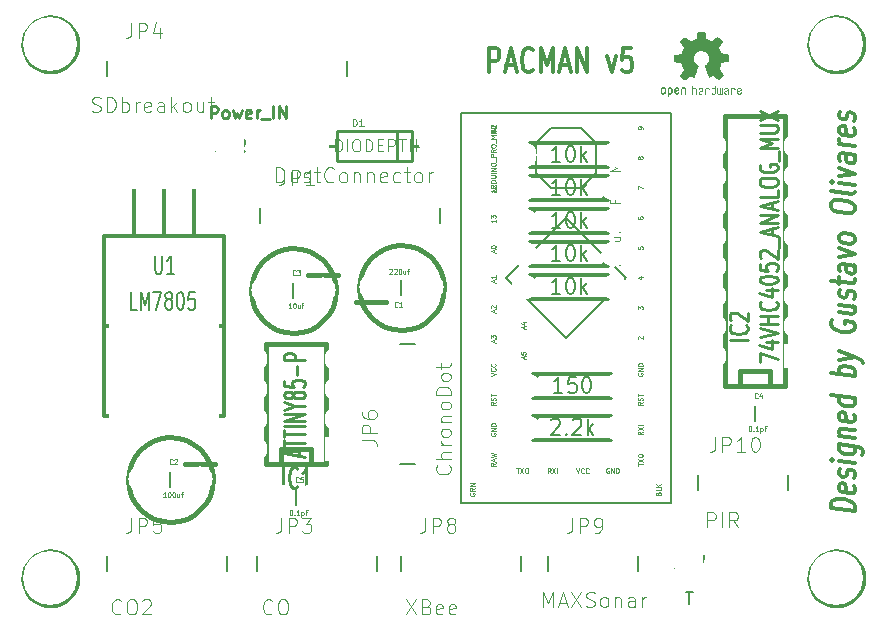
<source format=gto>
G04 (created by PCBNEW-RS274X (2011-11-27 BZR 3249)-stable) date 21/01/2012 12:20:12 a.m.*
G01*
G70*
G90*
%MOIN*%
G04 Gerber Fmt 3.4, Leading zero omitted, Abs format*
%FSLAX34Y34*%
G04 APERTURE LIST*
%ADD10C,0.006000*%
%ADD11C,0.012000*%
%ADD12C,0.010000*%
%ADD13C,0.008000*%
%ADD14C,0.015000*%
%ADD15C,0.002600*%
%ADD16C,0.005000*%
%ADD17C,0.000100*%
%ADD18C,0.003500*%
%ADD19C,0.006100*%
%ADD20C,0.011300*%
%ADD21C,0.085000*%
%ADD22C,0.098000*%
%ADD23O,0.094000X0.168000*%
%ADD24O,0.168000X0.094000*%
%ADD25R,0.370000X0.370000*%
%ADD26C,0.090000*%
%ADD27R,0.090000X0.090000*%
%ADD28C,0.071400*%
%ADD29R,0.110000X0.082000*%
%ADD30O,0.110000X0.082000*%
%ADD31C,0.180000*%
G04 APERTURE END LIST*
G54D10*
G54D11*
X73224Y-49442D02*
X72424Y-49342D01*
X72424Y-49199D01*
X72462Y-49119D01*
X72538Y-49071D01*
X72614Y-49052D01*
X72767Y-49042D01*
X72881Y-49057D01*
X73033Y-49105D01*
X73110Y-49142D01*
X73186Y-49210D01*
X73224Y-49299D01*
X73224Y-49442D01*
X73186Y-48610D02*
X73224Y-48671D01*
X73224Y-48785D01*
X73186Y-48838D01*
X73110Y-48857D01*
X72805Y-48819D01*
X72729Y-48781D01*
X72690Y-48719D01*
X72690Y-48605D01*
X72729Y-48553D01*
X72805Y-48533D01*
X72881Y-48543D01*
X72957Y-48838D01*
X73186Y-48353D02*
X73224Y-48300D01*
X73224Y-48185D01*
X73186Y-48124D01*
X73110Y-48086D01*
X73071Y-48081D01*
X72995Y-48100D01*
X72957Y-48152D01*
X72957Y-48238D01*
X72919Y-48290D01*
X72843Y-48310D01*
X72805Y-48305D01*
X72729Y-48267D01*
X72690Y-48205D01*
X72690Y-48119D01*
X72729Y-48067D01*
X73224Y-47842D02*
X72690Y-47776D01*
X72424Y-47742D02*
X72462Y-47776D01*
X72500Y-47752D01*
X72462Y-47719D01*
X72424Y-47742D01*
X72500Y-47752D01*
X72690Y-47233D02*
X73338Y-47314D01*
X73414Y-47352D01*
X73452Y-47385D01*
X73490Y-47447D01*
X73490Y-47533D01*
X73452Y-47585D01*
X73186Y-47295D02*
X73224Y-47356D01*
X73224Y-47470D01*
X73186Y-47524D01*
X73148Y-47547D01*
X73071Y-47566D01*
X72843Y-47538D01*
X72767Y-47499D01*
X72729Y-47467D01*
X72690Y-47404D01*
X72690Y-47290D01*
X72729Y-47238D01*
X72690Y-46947D02*
X73224Y-47013D01*
X72767Y-46956D02*
X72729Y-46924D01*
X72690Y-46861D01*
X72690Y-46776D01*
X72729Y-46724D01*
X72805Y-46704D01*
X73224Y-46756D01*
X73186Y-46238D02*
X73224Y-46299D01*
X73224Y-46413D01*
X73186Y-46466D01*
X73110Y-46485D01*
X72805Y-46447D01*
X72729Y-46409D01*
X72690Y-46347D01*
X72690Y-46233D01*
X72729Y-46181D01*
X72805Y-46161D01*
X72881Y-46171D01*
X72957Y-46466D01*
X73224Y-45699D02*
X72424Y-45599D01*
X73186Y-45695D02*
X73224Y-45756D01*
X73224Y-45870D01*
X73186Y-45924D01*
X73148Y-45947D01*
X73071Y-45966D01*
X72843Y-45938D01*
X72767Y-45899D01*
X72729Y-45867D01*
X72690Y-45804D01*
X72690Y-45690D01*
X72729Y-45638D01*
X73224Y-44956D02*
X72424Y-44856D01*
X72729Y-44895D02*
X72690Y-44833D01*
X72690Y-44719D01*
X72729Y-44667D01*
X72767Y-44642D01*
X72843Y-44623D01*
X73071Y-44651D01*
X73148Y-44690D01*
X73186Y-44724D01*
X73224Y-44785D01*
X73224Y-44899D01*
X73186Y-44952D01*
X72690Y-44404D02*
X73224Y-44327D01*
X72690Y-44119D02*
X73224Y-44327D01*
X73414Y-44409D01*
X73452Y-44442D01*
X73490Y-44504D01*
X72462Y-43090D02*
X72424Y-43142D01*
X72424Y-43228D01*
X72462Y-43318D01*
X72538Y-43386D01*
X72614Y-43423D01*
X72767Y-43471D01*
X72881Y-43486D01*
X73033Y-43476D01*
X73110Y-43457D01*
X73186Y-43409D01*
X73224Y-43328D01*
X73224Y-43271D01*
X73186Y-43181D01*
X73148Y-43147D01*
X72881Y-43114D01*
X72881Y-43229D01*
X72690Y-42576D02*
X73224Y-42642D01*
X72690Y-42833D02*
X73110Y-42885D01*
X73186Y-42867D01*
X73224Y-42813D01*
X73224Y-42728D01*
X73186Y-42667D01*
X73148Y-42633D01*
X73186Y-42381D02*
X73224Y-42328D01*
X73224Y-42213D01*
X73186Y-42152D01*
X73110Y-42114D01*
X73071Y-42109D01*
X72995Y-42128D01*
X72957Y-42180D01*
X72957Y-42266D01*
X72919Y-42318D01*
X72843Y-42338D01*
X72805Y-42333D01*
X72729Y-42295D01*
X72690Y-42233D01*
X72690Y-42147D01*
X72729Y-42095D01*
X72690Y-41890D02*
X72690Y-41661D01*
X72424Y-41770D02*
X73110Y-41856D01*
X73186Y-41838D01*
X73224Y-41784D01*
X73224Y-41727D01*
X73224Y-41270D02*
X72805Y-41218D01*
X72729Y-41238D01*
X72690Y-41290D01*
X72690Y-41404D01*
X72729Y-41466D01*
X73186Y-41266D02*
X73224Y-41327D01*
X73224Y-41470D01*
X73186Y-41523D01*
X73110Y-41542D01*
X73033Y-41533D01*
X72957Y-41494D01*
X72919Y-41432D01*
X72919Y-41289D01*
X72881Y-41228D01*
X72690Y-40975D02*
X73224Y-40898D01*
X72690Y-40690D01*
X73224Y-40441D02*
X73186Y-40495D01*
X73148Y-40518D01*
X73071Y-40537D01*
X72843Y-40509D01*
X72767Y-40470D01*
X72729Y-40438D01*
X72690Y-40375D01*
X72690Y-40290D01*
X72729Y-40238D01*
X72767Y-40213D01*
X72843Y-40194D01*
X73071Y-40222D01*
X73148Y-40261D01*
X73186Y-40295D01*
X73224Y-40356D01*
X73224Y-40441D01*
X72424Y-39313D02*
X72424Y-39199D01*
X72462Y-39146D01*
X72538Y-39099D01*
X72690Y-39090D01*
X72957Y-39123D01*
X73110Y-39170D01*
X73186Y-39237D01*
X73224Y-39299D01*
X73224Y-39413D01*
X73186Y-39466D01*
X73110Y-39513D01*
X72957Y-39523D01*
X72690Y-39490D01*
X72538Y-39442D01*
X72462Y-39375D01*
X72424Y-39313D01*
X73224Y-38812D02*
X73186Y-38866D01*
X73110Y-38884D01*
X72424Y-38798D01*
X73224Y-38584D02*
X72690Y-38518D01*
X72424Y-38484D02*
X72462Y-38518D01*
X72500Y-38494D01*
X72462Y-38461D01*
X72424Y-38484D01*
X72500Y-38494D01*
X72690Y-38289D02*
X73224Y-38212D01*
X72690Y-38004D01*
X73224Y-37584D02*
X72805Y-37532D01*
X72729Y-37552D01*
X72690Y-37604D01*
X72690Y-37718D01*
X72729Y-37780D01*
X73186Y-37580D02*
X73224Y-37641D01*
X73224Y-37784D01*
X73186Y-37837D01*
X73110Y-37856D01*
X73033Y-37847D01*
X72957Y-37808D01*
X72919Y-37746D01*
X72919Y-37603D01*
X72881Y-37542D01*
X73224Y-37298D02*
X72690Y-37232D01*
X72843Y-37251D02*
X72767Y-37213D01*
X72729Y-37180D01*
X72690Y-37118D01*
X72690Y-37061D01*
X73186Y-36695D02*
X73224Y-36756D01*
X73224Y-36870D01*
X73186Y-36923D01*
X73110Y-36942D01*
X72805Y-36904D01*
X72729Y-36866D01*
X72690Y-36804D01*
X72690Y-36690D01*
X72729Y-36638D01*
X72805Y-36618D01*
X72881Y-36628D01*
X72957Y-36923D01*
X73186Y-36438D02*
X73224Y-36385D01*
X73224Y-36270D01*
X73186Y-36209D01*
X73110Y-36171D01*
X73071Y-36166D01*
X72995Y-36185D01*
X72957Y-36237D01*
X72957Y-36323D01*
X72919Y-36375D01*
X72843Y-36395D01*
X72805Y-36390D01*
X72729Y-36352D01*
X72690Y-36290D01*
X72690Y-36204D01*
X72729Y-36152D01*
X61029Y-34824D02*
X61029Y-34024D01*
X61257Y-34024D01*
X61315Y-34062D01*
X61343Y-34100D01*
X61372Y-34176D01*
X61372Y-34290D01*
X61343Y-34367D01*
X61315Y-34405D01*
X61257Y-34443D01*
X61029Y-34443D01*
X61600Y-34595D02*
X61886Y-34595D01*
X61543Y-34824D02*
X61743Y-34024D01*
X61943Y-34824D01*
X62486Y-34748D02*
X62457Y-34786D01*
X62371Y-34824D01*
X62314Y-34824D01*
X62229Y-34786D01*
X62171Y-34710D01*
X62143Y-34633D01*
X62114Y-34481D01*
X62114Y-34367D01*
X62143Y-34214D01*
X62171Y-34138D01*
X62229Y-34062D01*
X62314Y-34024D01*
X62371Y-34024D01*
X62457Y-34062D01*
X62486Y-34100D01*
X62743Y-34824D02*
X62743Y-34024D01*
X62943Y-34595D01*
X63143Y-34024D01*
X63143Y-34824D01*
X63400Y-34595D02*
X63686Y-34595D01*
X63343Y-34824D02*
X63543Y-34024D01*
X63743Y-34824D01*
X63943Y-34824D02*
X63943Y-34024D01*
X64286Y-34824D01*
X64286Y-34024D01*
X64972Y-34290D02*
X65115Y-34824D01*
X65257Y-34290D01*
X65772Y-34024D02*
X65486Y-34024D01*
X65457Y-34405D01*
X65486Y-34367D01*
X65543Y-34329D01*
X65686Y-34329D01*
X65743Y-34367D01*
X65772Y-34405D01*
X65800Y-34481D01*
X65800Y-34671D01*
X65772Y-34748D01*
X65743Y-34786D01*
X65686Y-34824D01*
X65543Y-34824D01*
X65486Y-34786D01*
X65457Y-34748D01*
X65200Y-38700D02*
X65000Y-38700D01*
X62200Y-38700D02*
X62400Y-38700D01*
X62400Y-38700D02*
X62400Y-39100D01*
X62400Y-39100D02*
X65000Y-39100D01*
X65000Y-39100D02*
X65000Y-38300D01*
X65000Y-38300D02*
X62400Y-38300D01*
X62400Y-38300D02*
X62400Y-38700D01*
X65000Y-38900D02*
X64800Y-39100D01*
G54D12*
X58450Y-36800D02*
X57950Y-36800D01*
X57950Y-36800D02*
X55950Y-36800D01*
X55950Y-36800D02*
X55950Y-37300D01*
X55950Y-37300D02*
X55950Y-37800D01*
X55950Y-37800D02*
X57950Y-37800D01*
X57950Y-37800D02*
X58450Y-37800D01*
X58450Y-37800D02*
X58450Y-37300D01*
X58450Y-37300D02*
X58450Y-36800D01*
X57950Y-36800D02*
X57950Y-37800D01*
X55950Y-37300D02*
X55700Y-37300D01*
X58450Y-37300D02*
X58700Y-37300D01*
G54D13*
X69900Y-45950D02*
X69900Y-46450D01*
X54600Y-48750D02*
X54600Y-49250D01*
G54D14*
X50900Y-47900D02*
X51900Y-47900D01*
X51814Y-48400D02*
X51787Y-48674D01*
X51707Y-48938D01*
X51577Y-49182D01*
X51403Y-49396D01*
X51190Y-49572D01*
X50947Y-49703D01*
X50684Y-49785D01*
X50409Y-49813D01*
X50136Y-49788D01*
X49871Y-49711D01*
X49626Y-49583D01*
X49411Y-49410D01*
X49234Y-49198D01*
X49101Y-48957D01*
X49017Y-48693D01*
X48987Y-48419D01*
X49010Y-48145D01*
X49086Y-47880D01*
X49212Y-47635D01*
X49383Y-47418D01*
X49594Y-47239D01*
X49834Y-47105D01*
X50097Y-47019D01*
X50371Y-46987D01*
X50645Y-47008D01*
X50911Y-47082D01*
X51157Y-47207D01*
X51375Y-47377D01*
X51555Y-47585D01*
X51691Y-47825D01*
X51778Y-48087D01*
X51813Y-48361D01*
X51814Y-48400D01*
G54D13*
X50400Y-48150D02*
X50400Y-48650D01*
G54D14*
X55000Y-41600D02*
X56000Y-41600D01*
X55914Y-42100D02*
X55887Y-42374D01*
X55807Y-42638D01*
X55677Y-42882D01*
X55503Y-43096D01*
X55290Y-43272D01*
X55047Y-43403D01*
X54784Y-43485D01*
X54509Y-43513D01*
X54236Y-43488D01*
X53971Y-43411D01*
X53726Y-43283D01*
X53511Y-43110D01*
X53334Y-42898D01*
X53201Y-42657D01*
X53117Y-42393D01*
X53087Y-42119D01*
X53110Y-41845D01*
X53186Y-41580D01*
X53312Y-41335D01*
X53483Y-41118D01*
X53694Y-40939D01*
X53934Y-40805D01*
X54197Y-40719D01*
X54471Y-40687D01*
X54745Y-40708D01*
X55011Y-40782D01*
X55257Y-40907D01*
X55475Y-41077D01*
X55655Y-41285D01*
X55791Y-41525D01*
X55878Y-41787D01*
X55913Y-42061D01*
X55914Y-42100D01*
G54D13*
X54500Y-41850D02*
X54500Y-42350D01*
G54D14*
X57600Y-42500D02*
X56600Y-42500D01*
X59514Y-42000D02*
X59487Y-42274D01*
X59407Y-42538D01*
X59277Y-42782D01*
X59103Y-42996D01*
X58890Y-43172D01*
X58647Y-43303D01*
X58384Y-43385D01*
X58109Y-43413D01*
X57836Y-43388D01*
X57571Y-43311D01*
X57326Y-43183D01*
X57111Y-43010D01*
X56934Y-42798D01*
X56801Y-42557D01*
X56717Y-42293D01*
X56687Y-42019D01*
X56710Y-41745D01*
X56786Y-41480D01*
X56912Y-41235D01*
X57083Y-41018D01*
X57294Y-40839D01*
X57534Y-40705D01*
X57797Y-40619D01*
X58071Y-40587D01*
X58345Y-40608D01*
X58611Y-40682D01*
X58857Y-40807D01*
X59075Y-40977D01*
X59255Y-41185D01*
X59391Y-41425D01*
X59478Y-41687D01*
X59513Y-41961D01*
X59514Y-42000D01*
G54D13*
X58100Y-42250D02*
X58100Y-41750D01*
G54D15*
X54700Y-34800D02*
X54900Y-34800D01*
X54900Y-34800D02*
X54900Y-34600D01*
X54700Y-34600D02*
X54900Y-34600D01*
X54700Y-34800D02*
X54700Y-34600D01*
X53700Y-34800D02*
X53900Y-34800D01*
X53900Y-34800D02*
X53900Y-34600D01*
X53700Y-34600D02*
X53900Y-34600D01*
X53700Y-34800D02*
X53700Y-34600D01*
X52700Y-34800D02*
X52900Y-34800D01*
X52900Y-34800D02*
X52900Y-34600D01*
X52700Y-34600D02*
X52900Y-34600D01*
X52700Y-34800D02*
X52700Y-34600D01*
X51700Y-34800D02*
X51900Y-34800D01*
X51900Y-34800D02*
X51900Y-34600D01*
X51700Y-34600D02*
X51900Y-34600D01*
X51700Y-34800D02*
X51700Y-34600D01*
X50700Y-34800D02*
X50900Y-34800D01*
X50900Y-34800D02*
X50900Y-34600D01*
X50700Y-34600D02*
X50900Y-34600D01*
X50700Y-34800D02*
X50700Y-34600D01*
X49700Y-34800D02*
X49900Y-34800D01*
X49900Y-34800D02*
X49900Y-34600D01*
X49700Y-34600D02*
X49900Y-34600D01*
X49700Y-34800D02*
X49700Y-34600D01*
X48700Y-34800D02*
X48900Y-34800D01*
X48900Y-34800D02*
X48900Y-34600D01*
X48700Y-34600D02*
X48900Y-34600D01*
X48700Y-34800D02*
X48700Y-34600D01*
X55699Y-34800D02*
X55900Y-34800D01*
X55900Y-34800D02*
X55900Y-34600D01*
X55699Y-34600D02*
X55900Y-34600D01*
X55699Y-34800D02*
X55699Y-34600D01*
G54D13*
X48300Y-34450D02*
X48300Y-34950D01*
X56300Y-34450D02*
X56300Y-34950D01*
G54D15*
X58800Y-39700D02*
X59000Y-39700D01*
X59000Y-39700D02*
X59000Y-39500D01*
X58800Y-39500D02*
X59000Y-39500D01*
X58800Y-39700D02*
X58800Y-39500D01*
X57800Y-39700D02*
X58000Y-39700D01*
X58000Y-39700D02*
X58000Y-39500D01*
X57800Y-39500D02*
X58000Y-39500D01*
X57800Y-39700D02*
X57800Y-39500D01*
X56800Y-39700D02*
X57000Y-39700D01*
X57000Y-39700D02*
X57000Y-39500D01*
X56800Y-39500D02*
X57000Y-39500D01*
X56800Y-39700D02*
X56800Y-39500D01*
X55800Y-39700D02*
X56000Y-39700D01*
X56000Y-39700D02*
X56000Y-39500D01*
X55800Y-39500D02*
X56000Y-39500D01*
X55800Y-39700D02*
X55800Y-39500D01*
X54800Y-39700D02*
X55000Y-39700D01*
X55000Y-39700D02*
X55000Y-39500D01*
X54800Y-39500D02*
X55000Y-39500D01*
X54800Y-39700D02*
X54800Y-39500D01*
X53800Y-39700D02*
X54000Y-39700D01*
X54000Y-39700D02*
X54000Y-39500D01*
X53800Y-39500D02*
X54000Y-39500D01*
X53800Y-39700D02*
X53800Y-39500D01*
G54D13*
X53400Y-39350D02*
X53400Y-39850D01*
X59400Y-39350D02*
X59400Y-39850D01*
G54D15*
X58400Y-44500D02*
X58400Y-44300D01*
X58400Y-44300D02*
X58200Y-44300D01*
X58200Y-44500D02*
X58200Y-44300D01*
X58400Y-44500D02*
X58200Y-44500D01*
X58400Y-45500D02*
X58400Y-45300D01*
X58400Y-45300D02*
X58200Y-45300D01*
X58200Y-45500D02*
X58200Y-45300D01*
X58400Y-45500D02*
X58200Y-45500D01*
X58400Y-46500D02*
X58400Y-46300D01*
X58400Y-46300D02*
X58200Y-46300D01*
X58200Y-46500D02*
X58200Y-46300D01*
X58400Y-46500D02*
X58200Y-46500D01*
X58400Y-47500D02*
X58400Y-47300D01*
X58400Y-47300D02*
X58200Y-47300D01*
X58200Y-47500D02*
X58200Y-47300D01*
X58400Y-47500D02*
X58200Y-47500D01*
G54D13*
X58050Y-47900D02*
X58550Y-47900D01*
X58050Y-43900D02*
X58550Y-43900D01*
G54D15*
X61500Y-51300D02*
X61700Y-51300D01*
X61700Y-51300D02*
X61700Y-51100D01*
X61500Y-51100D02*
X61700Y-51100D01*
X61500Y-51300D02*
X61500Y-51100D01*
X60500Y-51300D02*
X60700Y-51300D01*
X60700Y-51300D02*
X60700Y-51100D01*
X60500Y-51100D02*
X60700Y-51100D01*
X60500Y-51300D02*
X60500Y-51100D01*
X59500Y-51300D02*
X59700Y-51300D01*
X59700Y-51300D02*
X59700Y-51100D01*
X59500Y-51100D02*
X59700Y-51100D01*
X59500Y-51300D02*
X59500Y-51100D01*
X58500Y-51300D02*
X58700Y-51300D01*
X58700Y-51300D02*
X58700Y-51100D01*
X58500Y-51100D02*
X58700Y-51100D01*
X58500Y-51300D02*
X58500Y-51100D01*
G54D13*
X58100Y-50950D02*
X58100Y-51450D01*
X62100Y-50950D02*
X62100Y-51450D01*
G54D15*
X51700Y-51300D02*
X51900Y-51300D01*
X51900Y-51300D02*
X51900Y-51100D01*
X51700Y-51100D02*
X51900Y-51100D01*
X51700Y-51300D02*
X51700Y-51100D01*
X50700Y-51300D02*
X50900Y-51300D01*
X50900Y-51300D02*
X50900Y-51100D01*
X50700Y-51100D02*
X50900Y-51100D01*
X50700Y-51300D02*
X50700Y-51100D01*
X49700Y-51300D02*
X49900Y-51300D01*
X49900Y-51300D02*
X49900Y-51100D01*
X49700Y-51100D02*
X49900Y-51100D01*
X49700Y-51300D02*
X49700Y-51100D01*
X48700Y-51300D02*
X48900Y-51300D01*
X48900Y-51300D02*
X48900Y-51100D01*
X48700Y-51100D02*
X48900Y-51100D01*
X48700Y-51300D02*
X48700Y-51100D01*
G54D13*
X48300Y-50950D02*
X48300Y-51450D01*
X52300Y-50950D02*
X52300Y-51450D01*
G54D15*
X56700Y-51300D02*
X56900Y-51300D01*
X56900Y-51300D02*
X56900Y-51100D01*
X56700Y-51100D02*
X56900Y-51100D01*
X56700Y-51300D02*
X56700Y-51100D01*
X55700Y-51300D02*
X55900Y-51300D01*
X55900Y-51300D02*
X55900Y-51100D01*
X55700Y-51100D02*
X55900Y-51100D01*
X55700Y-51300D02*
X55700Y-51100D01*
X54700Y-51300D02*
X54900Y-51300D01*
X54900Y-51300D02*
X54900Y-51100D01*
X54700Y-51100D02*
X54900Y-51100D01*
X54700Y-51300D02*
X54700Y-51100D01*
X53700Y-51300D02*
X53900Y-51300D01*
X53900Y-51300D02*
X53900Y-51100D01*
X53700Y-51100D02*
X53900Y-51100D01*
X53700Y-51300D02*
X53700Y-51100D01*
G54D13*
X53300Y-50950D02*
X53300Y-51450D01*
X57300Y-50950D02*
X57300Y-51450D01*
G54D15*
X65400Y-51300D02*
X65600Y-51300D01*
X65600Y-51300D02*
X65600Y-51100D01*
X65400Y-51100D02*
X65600Y-51100D01*
X65400Y-51300D02*
X65400Y-51100D01*
X64400Y-51300D02*
X64600Y-51300D01*
X64600Y-51300D02*
X64600Y-51100D01*
X64400Y-51100D02*
X64600Y-51100D01*
X64400Y-51300D02*
X64400Y-51100D01*
X63400Y-51300D02*
X63600Y-51300D01*
X63600Y-51300D02*
X63600Y-51100D01*
X63400Y-51100D02*
X63600Y-51100D01*
X63400Y-51300D02*
X63400Y-51100D01*
G54D13*
X63000Y-50950D02*
X63000Y-51450D01*
X66000Y-50950D02*
X66000Y-51450D01*
G54D15*
X70400Y-48600D02*
X70600Y-48600D01*
X70600Y-48600D02*
X70600Y-48400D01*
X70400Y-48400D02*
X70600Y-48400D01*
X70400Y-48600D02*
X70400Y-48400D01*
X69400Y-48600D02*
X69600Y-48600D01*
X69600Y-48600D02*
X69600Y-48400D01*
X69400Y-48400D02*
X69600Y-48400D01*
X69400Y-48600D02*
X69400Y-48400D01*
X68400Y-48600D02*
X68600Y-48600D01*
X68600Y-48600D02*
X68600Y-48400D01*
X68400Y-48400D02*
X68600Y-48400D01*
X68400Y-48600D02*
X68400Y-48400D01*
G54D13*
X68000Y-48250D02*
X68000Y-48750D01*
X71000Y-48250D02*
X71000Y-48750D01*
G54D11*
X62300Y-45300D02*
X62500Y-45300D01*
X65300Y-45300D02*
X65100Y-45300D01*
X65100Y-45300D02*
X65100Y-44900D01*
X65100Y-44900D02*
X62500Y-44900D01*
X62500Y-44900D02*
X62500Y-45700D01*
X62500Y-45700D02*
X65100Y-45700D01*
X65100Y-45700D02*
X65100Y-45300D01*
X62500Y-45100D02*
X62700Y-44900D01*
X62300Y-46700D02*
X62500Y-46700D01*
X65300Y-46700D02*
X65100Y-46700D01*
X65100Y-46700D02*
X65100Y-46300D01*
X65100Y-46300D02*
X62500Y-46300D01*
X62500Y-46300D02*
X62500Y-47100D01*
X62500Y-47100D02*
X65100Y-47100D01*
X65100Y-47100D02*
X65100Y-46700D01*
X62500Y-46500D02*
X62700Y-46300D01*
X65200Y-40900D02*
X65000Y-40900D01*
X62200Y-40900D02*
X62400Y-40900D01*
X62400Y-40900D02*
X62400Y-41300D01*
X62400Y-41300D02*
X65000Y-41300D01*
X65000Y-41300D02*
X65000Y-40500D01*
X65000Y-40500D02*
X62400Y-40500D01*
X62400Y-40500D02*
X62400Y-40900D01*
X65000Y-41100D02*
X64800Y-41300D01*
X62200Y-39800D02*
X62400Y-39800D01*
X65200Y-39800D02*
X65000Y-39800D01*
X65000Y-39800D02*
X65000Y-39400D01*
X65000Y-39400D02*
X62400Y-39400D01*
X62400Y-39400D02*
X62400Y-40200D01*
X62400Y-40200D02*
X65000Y-40200D01*
X65000Y-40200D02*
X65000Y-39800D01*
X62400Y-39600D02*
X62600Y-39400D01*
X62200Y-42000D02*
X62400Y-42000D01*
X65200Y-42000D02*
X65000Y-42000D01*
X65000Y-42000D02*
X65000Y-41600D01*
X65000Y-41600D02*
X62400Y-41600D01*
X62400Y-41600D02*
X62400Y-42400D01*
X62400Y-42400D02*
X65000Y-42400D01*
X65000Y-42400D02*
X65000Y-42000D01*
X62400Y-41800D02*
X62600Y-41600D01*
X62200Y-37600D02*
X62400Y-37600D01*
X65200Y-37600D02*
X65000Y-37600D01*
X65000Y-37600D02*
X65000Y-37200D01*
X65000Y-37200D02*
X62400Y-37200D01*
X62400Y-37200D02*
X62400Y-38000D01*
X62400Y-38000D02*
X65000Y-38000D01*
X65000Y-38000D02*
X65000Y-37600D01*
X62400Y-37400D02*
X62600Y-37200D01*
X51200Y-38300D02*
X51200Y-40300D01*
X50200Y-38300D02*
X50200Y-40300D01*
X49200Y-38300D02*
X49200Y-40300D01*
X51700Y-40300D02*
X48200Y-40300D01*
X48200Y-40300D02*
X48200Y-46300D01*
X48200Y-46300D02*
X52200Y-46300D01*
X51700Y-40300D02*
X52200Y-40300D01*
X48700Y-43300D02*
X52200Y-43300D01*
X48700Y-43300D02*
X48200Y-43300D01*
X52200Y-40300D02*
X52200Y-46300D01*
G54D16*
X60100Y-36200D02*
X60100Y-49200D01*
X60100Y-49200D02*
X67100Y-49200D01*
X67100Y-49200D02*
X67100Y-36200D01*
X67100Y-36200D02*
X60100Y-36200D01*
X64100Y-36700D02*
X63100Y-36700D01*
X63100Y-36700D02*
X62600Y-37200D01*
X62600Y-37200D02*
X62600Y-38200D01*
X62600Y-38200D02*
X63100Y-38700D01*
X63100Y-38700D02*
X64100Y-38700D01*
X64100Y-38700D02*
X64600Y-38200D01*
X64600Y-38200D02*
X64600Y-37200D01*
X64600Y-37200D02*
X64100Y-36700D01*
X63600Y-39700D02*
X65600Y-41700D01*
X65600Y-41700D02*
X63600Y-43700D01*
X63600Y-43700D02*
X61600Y-41700D01*
X61600Y-41700D02*
X63600Y-39700D01*
G54D14*
X54100Y-47900D02*
X54100Y-47400D01*
X54100Y-47400D02*
X55100Y-47400D01*
X55100Y-47400D02*
X55100Y-47900D01*
X53600Y-47900D02*
X53600Y-43900D01*
X53600Y-43900D02*
X55600Y-43900D01*
X55600Y-43900D02*
X55600Y-47900D01*
X55600Y-47900D02*
X53600Y-47900D01*
X69400Y-45300D02*
X69400Y-45300D01*
X69400Y-45300D02*
X69400Y-44800D01*
X69400Y-44800D02*
X70400Y-44800D01*
X70400Y-44800D02*
X70400Y-45300D01*
X68900Y-45300D02*
X68900Y-36300D01*
X68900Y-36300D02*
X70900Y-36300D01*
X70900Y-36300D02*
X70900Y-45300D01*
X70900Y-45300D02*
X68900Y-45300D01*
X47300Y-33900D02*
X47282Y-34074D01*
X47232Y-34242D01*
X47149Y-34398D01*
X47038Y-34534D01*
X46903Y-34646D01*
X46748Y-34729D01*
X46580Y-34781D01*
X46406Y-34799D01*
X46232Y-34784D01*
X46063Y-34734D01*
X45908Y-34653D01*
X45771Y-34543D01*
X45658Y-34408D01*
X45573Y-34254D01*
X45520Y-34087D01*
X45501Y-33912D01*
X45515Y-33738D01*
X45564Y-33569D01*
X45644Y-33413D01*
X45753Y-33275D01*
X45887Y-33161D01*
X46040Y-33076D01*
X46207Y-33021D01*
X46382Y-33001D01*
X46556Y-33014D01*
X46725Y-33061D01*
X46882Y-33141D01*
X47020Y-33249D01*
X47135Y-33382D01*
X47222Y-33534D01*
X47277Y-33701D01*
X47299Y-33875D01*
X47300Y-33900D01*
X47300Y-51700D02*
X47282Y-51874D01*
X47232Y-52042D01*
X47149Y-52198D01*
X47038Y-52334D01*
X46903Y-52446D01*
X46748Y-52529D01*
X46580Y-52581D01*
X46406Y-52599D01*
X46232Y-52584D01*
X46063Y-52534D01*
X45908Y-52453D01*
X45771Y-52343D01*
X45658Y-52208D01*
X45573Y-52054D01*
X45520Y-51887D01*
X45501Y-51712D01*
X45515Y-51538D01*
X45564Y-51369D01*
X45644Y-51213D01*
X45753Y-51075D01*
X45887Y-50961D01*
X46040Y-50876D01*
X46207Y-50821D01*
X46382Y-50801D01*
X46556Y-50814D01*
X46725Y-50861D01*
X46882Y-50941D01*
X47020Y-51049D01*
X47135Y-51182D01*
X47222Y-51334D01*
X47277Y-51501D01*
X47299Y-51675D01*
X47300Y-51700D01*
X73500Y-33900D02*
X73482Y-34074D01*
X73432Y-34242D01*
X73349Y-34398D01*
X73238Y-34534D01*
X73103Y-34646D01*
X72948Y-34729D01*
X72780Y-34781D01*
X72606Y-34799D01*
X72432Y-34784D01*
X72263Y-34734D01*
X72108Y-34653D01*
X71971Y-34543D01*
X71858Y-34408D01*
X71773Y-34254D01*
X71720Y-34087D01*
X71701Y-33912D01*
X71715Y-33738D01*
X71764Y-33569D01*
X71844Y-33413D01*
X71953Y-33275D01*
X72087Y-33161D01*
X72240Y-33076D01*
X72407Y-33021D01*
X72582Y-33001D01*
X72756Y-33014D01*
X72925Y-33061D01*
X73082Y-33141D01*
X73220Y-33249D01*
X73335Y-33382D01*
X73422Y-33534D01*
X73477Y-33701D01*
X73499Y-33875D01*
X73500Y-33900D01*
X73500Y-51700D02*
X73482Y-51874D01*
X73432Y-52042D01*
X73349Y-52198D01*
X73238Y-52334D01*
X73103Y-52446D01*
X72948Y-52529D01*
X72780Y-52581D01*
X72606Y-52599D01*
X72432Y-52584D01*
X72263Y-52534D01*
X72108Y-52453D01*
X71971Y-52343D01*
X71858Y-52208D01*
X71773Y-52054D01*
X71720Y-51887D01*
X71701Y-51712D01*
X71715Y-51538D01*
X71764Y-51369D01*
X71844Y-51213D01*
X71953Y-51075D01*
X72087Y-50961D01*
X72240Y-50876D01*
X72407Y-50821D01*
X72582Y-50801D01*
X72756Y-50814D01*
X72925Y-50861D01*
X73082Y-50941D01*
X73220Y-51049D01*
X73335Y-51182D01*
X73422Y-51334D01*
X73477Y-51501D01*
X73499Y-51675D01*
X73500Y-51700D01*
G54D17*
G36*
X68010Y-33470D02*
X68020Y-33470D01*
X68020Y-33480D01*
X68010Y-33480D01*
X68010Y-33470D01*
X68010Y-33470D01*
G37*
G36*
X68020Y-33470D02*
X68030Y-33470D01*
X68030Y-33480D01*
X68020Y-33480D01*
X68020Y-33470D01*
X68020Y-33470D01*
G37*
G36*
X68030Y-33470D02*
X68040Y-33470D01*
X68040Y-33480D01*
X68030Y-33480D01*
X68030Y-33470D01*
X68030Y-33470D01*
G37*
G36*
X68040Y-33470D02*
X68050Y-33470D01*
X68050Y-33480D01*
X68040Y-33480D01*
X68040Y-33470D01*
X68040Y-33470D01*
G37*
G36*
X68050Y-33470D02*
X68060Y-33470D01*
X68060Y-33480D01*
X68050Y-33480D01*
X68050Y-33470D01*
X68050Y-33470D01*
G37*
G36*
X68060Y-33470D02*
X68070Y-33470D01*
X68070Y-33480D01*
X68060Y-33480D01*
X68060Y-33470D01*
X68060Y-33470D01*
G37*
G36*
X68070Y-33470D02*
X68080Y-33470D01*
X68080Y-33480D01*
X68070Y-33480D01*
X68070Y-33470D01*
X68070Y-33470D01*
G37*
G36*
X68080Y-33470D02*
X68090Y-33470D01*
X68090Y-33480D01*
X68080Y-33480D01*
X68080Y-33470D01*
X68080Y-33470D01*
G37*
G36*
X68090Y-33470D02*
X68100Y-33470D01*
X68100Y-33480D01*
X68090Y-33480D01*
X68090Y-33470D01*
X68090Y-33470D01*
G37*
G36*
X68100Y-33470D02*
X68110Y-33470D01*
X68110Y-33480D01*
X68100Y-33480D01*
X68100Y-33470D01*
X68100Y-33470D01*
G37*
G36*
X68110Y-33470D02*
X68120Y-33470D01*
X68120Y-33480D01*
X68110Y-33480D01*
X68110Y-33470D01*
X68110Y-33470D01*
G37*
G36*
X68120Y-33470D02*
X68130Y-33470D01*
X68130Y-33480D01*
X68120Y-33480D01*
X68120Y-33470D01*
X68120Y-33470D01*
G37*
G36*
X68130Y-33470D02*
X68140Y-33470D01*
X68140Y-33480D01*
X68130Y-33480D01*
X68130Y-33470D01*
X68130Y-33470D01*
G37*
G36*
X68140Y-33470D02*
X68150Y-33470D01*
X68150Y-33480D01*
X68140Y-33480D01*
X68140Y-33470D01*
X68140Y-33470D01*
G37*
G36*
X68150Y-33470D02*
X68160Y-33470D01*
X68160Y-33480D01*
X68150Y-33480D01*
X68150Y-33470D01*
X68150Y-33470D01*
G37*
G36*
X68160Y-33470D02*
X68170Y-33470D01*
X68170Y-33480D01*
X68160Y-33480D01*
X68160Y-33470D01*
X68160Y-33470D01*
G37*
G36*
X68170Y-33470D02*
X68180Y-33470D01*
X68180Y-33480D01*
X68170Y-33480D01*
X68170Y-33470D01*
X68170Y-33470D01*
G37*
G36*
X68180Y-33470D02*
X68190Y-33470D01*
X68190Y-33480D01*
X68180Y-33480D01*
X68180Y-33470D01*
X68180Y-33470D01*
G37*
G36*
X68190Y-33470D02*
X68200Y-33470D01*
X68200Y-33480D01*
X68190Y-33480D01*
X68190Y-33470D01*
X68190Y-33470D01*
G37*
G36*
X68200Y-33470D02*
X68210Y-33470D01*
X68210Y-33480D01*
X68200Y-33480D01*
X68200Y-33470D01*
X68200Y-33470D01*
G37*
G36*
X67990Y-33480D02*
X68000Y-33480D01*
X68000Y-33490D01*
X67990Y-33490D01*
X67990Y-33480D01*
X67990Y-33480D01*
G37*
G36*
X68000Y-33480D02*
X68010Y-33480D01*
X68010Y-33490D01*
X68000Y-33490D01*
X68000Y-33480D01*
X68000Y-33480D01*
G37*
G36*
X68010Y-33480D02*
X68020Y-33480D01*
X68020Y-33490D01*
X68010Y-33490D01*
X68010Y-33480D01*
X68010Y-33480D01*
G37*
G36*
X68020Y-33480D02*
X68030Y-33480D01*
X68030Y-33490D01*
X68020Y-33490D01*
X68020Y-33480D01*
X68020Y-33480D01*
G37*
G36*
X68030Y-33480D02*
X68040Y-33480D01*
X68040Y-33490D01*
X68030Y-33490D01*
X68030Y-33480D01*
X68030Y-33480D01*
G37*
G36*
X68040Y-33480D02*
X68050Y-33480D01*
X68050Y-33490D01*
X68040Y-33490D01*
X68040Y-33480D01*
X68040Y-33480D01*
G37*
G36*
X68050Y-33480D02*
X68060Y-33480D01*
X68060Y-33490D01*
X68050Y-33490D01*
X68050Y-33480D01*
X68050Y-33480D01*
G37*
G36*
X68060Y-33480D02*
X68070Y-33480D01*
X68070Y-33490D01*
X68060Y-33490D01*
X68060Y-33480D01*
X68060Y-33480D01*
G37*
G36*
X68070Y-33480D02*
X68080Y-33480D01*
X68080Y-33490D01*
X68070Y-33490D01*
X68070Y-33480D01*
X68070Y-33480D01*
G37*
G36*
X68080Y-33480D02*
X68090Y-33480D01*
X68090Y-33490D01*
X68080Y-33490D01*
X68080Y-33480D01*
X68080Y-33480D01*
G37*
G36*
X68090Y-33480D02*
X68100Y-33480D01*
X68100Y-33490D01*
X68090Y-33490D01*
X68090Y-33480D01*
X68090Y-33480D01*
G37*
G36*
X68100Y-33480D02*
X68110Y-33480D01*
X68110Y-33490D01*
X68100Y-33490D01*
X68100Y-33480D01*
X68100Y-33480D01*
G37*
G36*
X68110Y-33480D02*
X68120Y-33480D01*
X68120Y-33490D01*
X68110Y-33490D01*
X68110Y-33480D01*
X68110Y-33480D01*
G37*
G36*
X68120Y-33480D02*
X68130Y-33480D01*
X68130Y-33490D01*
X68120Y-33490D01*
X68120Y-33480D01*
X68120Y-33480D01*
G37*
G36*
X68130Y-33480D02*
X68140Y-33480D01*
X68140Y-33490D01*
X68130Y-33490D01*
X68130Y-33480D01*
X68130Y-33480D01*
G37*
G36*
X68140Y-33480D02*
X68150Y-33480D01*
X68150Y-33490D01*
X68140Y-33490D01*
X68140Y-33480D01*
X68140Y-33480D01*
G37*
G36*
X68150Y-33480D02*
X68160Y-33480D01*
X68160Y-33490D01*
X68150Y-33490D01*
X68150Y-33480D01*
X68150Y-33480D01*
G37*
G36*
X68160Y-33480D02*
X68170Y-33480D01*
X68170Y-33490D01*
X68160Y-33490D01*
X68160Y-33480D01*
X68160Y-33480D01*
G37*
G36*
X68170Y-33480D02*
X68180Y-33480D01*
X68180Y-33490D01*
X68170Y-33490D01*
X68170Y-33480D01*
X68170Y-33480D01*
G37*
G36*
X68180Y-33480D02*
X68190Y-33480D01*
X68190Y-33490D01*
X68180Y-33490D01*
X68180Y-33480D01*
X68180Y-33480D01*
G37*
G36*
X68190Y-33480D02*
X68200Y-33480D01*
X68200Y-33490D01*
X68190Y-33490D01*
X68190Y-33480D01*
X68190Y-33480D01*
G37*
G36*
X68200Y-33480D02*
X68210Y-33480D01*
X68210Y-33490D01*
X68200Y-33490D01*
X68200Y-33480D01*
X68200Y-33480D01*
G37*
G36*
X68210Y-33480D02*
X68220Y-33480D01*
X68220Y-33490D01*
X68210Y-33490D01*
X68210Y-33480D01*
X68210Y-33480D01*
G37*
G36*
X68220Y-33480D02*
X68230Y-33480D01*
X68230Y-33490D01*
X68220Y-33490D01*
X68220Y-33480D01*
X68220Y-33480D01*
G37*
G36*
X67980Y-33490D02*
X67990Y-33490D01*
X67990Y-33500D01*
X67980Y-33500D01*
X67980Y-33490D01*
X67980Y-33490D01*
G37*
G36*
X67990Y-33490D02*
X68000Y-33490D01*
X68000Y-33500D01*
X67990Y-33500D01*
X67990Y-33490D01*
X67990Y-33490D01*
G37*
G36*
X68000Y-33490D02*
X68010Y-33490D01*
X68010Y-33500D01*
X68000Y-33500D01*
X68000Y-33490D01*
X68000Y-33490D01*
G37*
G36*
X68010Y-33490D02*
X68020Y-33490D01*
X68020Y-33500D01*
X68010Y-33500D01*
X68010Y-33490D01*
X68010Y-33490D01*
G37*
G36*
X68020Y-33490D02*
X68030Y-33490D01*
X68030Y-33500D01*
X68020Y-33500D01*
X68020Y-33490D01*
X68020Y-33490D01*
G37*
G36*
X68030Y-33490D02*
X68040Y-33490D01*
X68040Y-33500D01*
X68030Y-33500D01*
X68030Y-33490D01*
X68030Y-33490D01*
G37*
G36*
X68040Y-33490D02*
X68050Y-33490D01*
X68050Y-33500D01*
X68040Y-33500D01*
X68040Y-33490D01*
X68040Y-33490D01*
G37*
G36*
X68050Y-33490D02*
X68060Y-33490D01*
X68060Y-33500D01*
X68050Y-33500D01*
X68050Y-33490D01*
X68050Y-33490D01*
G37*
G36*
X68060Y-33490D02*
X68070Y-33490D01*
X68070Y-33500D01*
X68060Y-33500D01*
X68060Y-33490D01*
X68060Y-33490D01*
G37*
G36*
X68070Y-33490D02*
X68080Y-33490D01*
X68080Y-33500D01*
X68070Y-33500D01*
X68070Y-33490D01*
X68070Y-33490D01*
G37*
G36*
X68080Y-33490D02*
X68090Y-33490D01*
X68090Y-33500D01*
X68080Y-33500D01*
X68080Y-33490D01*
X68080Y-33490D01*
G37*
G36*
X68090Y-33490D02*
X68100Y-33490D01*
X68100Y-33500D01*
X68090Y-33500D01*
X68090Y-33490D01*
X68090Y-33490D01*
G37*
G36*
X68100Y-33490D02*
X68110Y-33490D01*
X68110Y-33500D01*
X68100Y-33500D01*
X68100Y-33490D01*
X68100Y-33490D01*
G37*
G36*
X68110Y-33490D02*
X68120Y-33490D01*
X68120Y-33500D01*
X68110Y-33500D01*
X68110Y-33490D01*
X68110Y-33490D01*
G37*
G36*
X68120Y-33490D02*
X68130Y-33490D01*
X68130Y-33500D01*
X68120Y-33500D01*
X68120Y-33490D01*
X68120Y-33490D01*
G37*
G36*
X68130Y-33490D02*
X68140Y-33490D01*
X68140Y-33500D01*
X68130Y-33500D01*
X68130Y-33490D01*
X68130Y-33490D01*
G37*
G36*
X68140Y-33490D02*
X68150Y-33490D01*
X68150Y-33500D01*
X68140Y-33500D01*
X68140Y-33490D01*
X68140Y-33490D01*
G37*
G36*
X68150Y-33490D02*
X68160Y-33490D01*
X68160Y-33500D01*
X68150Y-33500D01*
X68150Y-33490D01*
X68150Y-33490D01*
G37*
G36*
X68160Y-33490D02*
X68170Y-33490D01*
X68170Y-33500D01*
X68160Y-33500D01*
X68160Y-33490D01*
X68160Y-33490D01*
G37*
G36*
X68170Y-33490D02*
X68180Y-33490D01*
X68180Y-33500D01*
X68170Y-33500D01*
X68170Y-33490D01*
X68170Y-33490D01*
G37*
G36*
X68180Y-33490D02*
X68190Y-33490D01*
X68190Y-33500D01*
X68180Y-33500D01*
X68180Y-33490D01*
X68180Y-33490D01*
G37*
G36*
X68190Y-33490D02*
X68200Y-33490D01*
X68200Y-33500D01*
X68190Y-33500D01*
X68190Y-33490D01*
X68190Y-33490D01*
G37*
G36*
X68200Y-33490D02*
X68210Y-33490D01*
X68210Y-33500D01*
X68200Y-33500D01*
X68200Y-33490D01*
X68200Y-33490D01*
G37*
G36*
X68210Y-33490D02*
X68220Y-33490D01*
X68220Y-33500D01*
X68210Y-33500D01*
X68210Y-33490D01*
X68210Y-33490D01*
G37*
G36*
X68220Y-33490D02*
X68230Y-33490D01*
X68230Y-33500D01*
X68220Y-33500D01*
X68220Y-33490D01*
X68220Y-33490D01*
G37*
G36*
X67980Y-33500D02*
X67990Y-33500D01*
X67990Y-33510D01*
X67980Y-33510D01*
X67980Y-33500D01*
X67980Y-33500D01*
G37*
G36*
X67990Y-33500D02*
X68000Y-33500D01*
X68000Y-33510D01*
X67990Y-33510D01*
X67990Y-33500D01*
X67990Y-33500D01*
G37*
G36*
X68000Y-33500D02*
X68010Y-33500D01*
X68010Y-33510D01*
X68000Y-33510D01*
X68000Y-33500D01*
X68000Y-33500D01*
G37*
G36*
X68010Y-33500D02*
X68020Y-33500D01*
X68020Y-33510D01*
X68010Y-33510D01*
X68010Y-33500D01*
X68010Y-33500D01*
G37*
G36*
X68020Y-33500D02*
X68030Y-33500D01*
X68030Y-33510D01*
X68020Y-33510D01*
X68020Y-33500D01*
X68020Y-33500D01*
G37*
G36*
X68030Y-33500D02*
X68040Y-33500D01*
X68040Y-33510D01*
X68030Y-33510D01*
X68030Y-33500D01*
X68030Y-33500D01*
G37*
G36*
X68040Y-33500D02*
X68050Y-33500D01*
X68050Y-33510D01*
X68040Y-33510D01*
X68040Y-33500D01*
X68040Y-33500D01*
G37*
G36*
X68050Y-33500D02*
X68060Y-33500D01*
X68060Y-33510D01*
X68050Y-33510D01*
X68050Y-33500D01*
X68050Y-33500D01*
G37*
G36*
X68060Y-33500D02*
X68070Y-33500D01*
X68070Y-33510D01*
X68060Y-33510D01*
X68060Y-33500D01*
X68060Y-33500D01*
G37*
G36*
X68070Y-33500D02*
X68080Y-33500D01*
X68080Y-33510D01*
X68070Y-33510D01*
X68070Y-33500D01*
X68070Y-33500D01*
G37*
G36*
X68080Y-33500D02*
X68090Y-33500D01*
X68090Y-33510D01*
X68080Y-33510D01*
X68080Y-33500D01*
X68080Y-33500D01*
G37*
G36*
X68090Y-33500D02*
X68100Y-33500D01*
X68100Y-33510D01*
X68090Y-33510D01*
X68090Y-33500D01*
X68090Y-33500D01*
G37*
G36*
X68100Y-33500D02*
X68110Y-33500D01*
X68110Y-33510D01*
X68100Y-33510D01*
X68100Y-33500D01*
X68100Y-33500D01*
G37*
G36*
X68110Y-33500D02*
X68120Y-33500D01*
X68120Y-33510D01*
X68110Y-33510D01*
X68110Y-33500D01*
X68110Y-33500D01*
G37*
G36*
X68120Y-33500D02*
X68130Y-33500D01*
X68130Y-33510D01*
X68120Y-33510D01*
X68120Y-33500D01*
X68120Y-33500D01*
G37*
G36*
X68130Y-33500D02*
X68140Y-33500D01*
X68140Y-33510D01*
X68130Y-33510D01*
X68130Y-33500D01*
X68130Y-33500D01*
G37*
G36*
X68140Y-33500D02*
X68150Y-33500D01*
X68150Y-33510D01*
X68140Y-33510D01*
X68140Y-33500D01*
X68140Y-33500D01*
G37*
G36*
X68150Y-33500D02*
X68160Y-33500D01*
X68160Y-33510D01*
X68150Y-33510D01*
X68150Y-33500D01*
X68150Y-33500D01*
G37*
G36*
X68160Y-33500D02*
X68170Y-33500D01*
X68170Y-33510D01*
X68160Y-33510D01*
X68160Y-33500D01*
X68160Y-33500D01*
G37*
G36*
X68170Y-33500D02*
X68180Y-33500D01*
X68180Y-33510D01*
X68170Y-33510D01*
X68170Y-33500D01*
X68170Y-33500D01*
G37*
G36*
X68180Y-33500D02*
X68190Y-33500D01*
X68190Y-33510D01*
X68180Y-33510D01*
X68180Y-33500D01*
X68180Y-33500D01*
G37*
G36*
X68190Y-33500D02*
X68200Y-33500D01*
X68200Y-33510D01*
X68190Y-33510D01*
X68190Y-33500D01*
X68190Y-33500D01*
G37*
G36*
X68200Y-33500D02*
X68210Y-33500D01*
X68210Y-33510D01*
X68200Y-33510D01*
X68200Y-33500D01*
X68200Y-33500D01*
G37*
G36*
X68210Y-33500D02*
X68220Y-33500D01*
X68220Y-33510D01*
X68210Y-33510D01*
X68210Y-33500D01*
X68210Y-33500D01*
G37*
G36*
X68220Y-33500D02*
X68230Y-33500D01*
X68230Y-33510D01*
X68220Y-33510D01*
X68220Y-33500D01*
X68220Y-33500D01*
G37*
G36*
X67980Y-33510D02*
X67990Y-33510D01*
X67990Y-33520D01*
X67980Y-33520D01*
X67980Y-33510D01*
X67980Y-33510D01*
G37*
G36*
X67990Y-33510D02*
X68000Y-33510D01*
X68000Y-33520D01*
X67990Y-33520D01*
X67990Y-33510D01*
X67990Y-33510D01*
G37*
G36*
X68000Y-33510D02*
X68010Y-33510D01*
X68010Y-33520D01*
X68000Y-33520D01*
X68000Y-33510D01*
X68000Y-33510D01*
G37*
G36*
X68010Y-33510D02*
X68020Y-33510D01*
X68020Y-33520D01*
X68010Y-33520D01*
X68010Y-33510D01*
X68010Y-33510D01*
G37*
G36*
X68020Y-33510D02*
X68030Y-33510D01*
X68030Y-33520D01*
X68020Y-33520D01*
X68020Y-33510D01*
X68020Y-33510D01*
G37*
G36*
X68030Y-33510D02*
X68040Y-33510D01*
X68040Y-33520D01*
X68030Y-33520D01*
X68030Y-33510D01*
X68030Y-33510D01*
G37*
G36*
X68040Y-33510D02*
X68050Y-33510D01*
X68050Y-33520D01*
X68040Y-33520D01*
X68040Y-33510D01*
X68040Y-33510D01*
G37*
G36*
X68050Y-33510D02*
X68060Y-33510D01*
X68060Y-33520D01*
X68050Y-33520D01*
X68050Y-33510D01*
X68050Y-33510D01*
G37*
G36*
X68060Y-33510D02*
X68070Y-33510D01*
X68070Y-33520D01*
X68060Y-33520D01*
X68060Y-33510D01*
X68060Y-33510D01*
G37*
G36*
X68070Y-33510D02*
X68080Y-33510D01*
X68080Y-33520D01*
X68070Y-33520D01*
X68070Y-33510D01*
X68070Y-33510D01*
G37*
G36*
X68080Y-33510D02*
X68090Y-33510D01*
X68090Y-33520D01*
X68080Y-33520D01*
X68080Y-33510D01*
X68080Y-33510D01*
G37*
G36*
X68090Y-33510D02*
X68100Y-33510D01*
X68100Y-33520D01*
X68090Y-33520D01*
X68090Y-33510D01*
X68090Y-33510D01*
G37*
G36*
X68100Y-33510D02*
X68110Y-33510D01*
X68110Y-33520D01*
X68100Y-33520D01*
X68100Y-33510D01*
X68100Y-33510D01*
G37*
G36*
X68110Y-33510D02*
X68120Y-33510D01*
X68120Y-33520D01*
X68110Y-33520D01*
X68110Y-33510D01*
X68110Y-33510D01*
G37*
G36*
X68120Y-33510D02*
X68130Y-33510D01*
X68130Y-33520D01*
X68120Y-33520D01*
X68120Y-33510D01*
X68120Y-33510D01*
G37*
G36*
X68130Y-33510D02*
X68140Y-33510D01*
X68140Y-33520D01*
X68130Y-33520D01*
X68130Y-33510D01*
X68130Y-33510D01*
G37*
G36*
X68140Y-33510D02*
X68150Y-33510D01*
X68150Y-33520D01*
X68140Y-33520D01*
X68140Y-33510D01*
X68140Y-33510D01*
G37*
G36*
X68150Y-33510D02*
X68160Y-33510D01*
X68160Y-33520D01*
X68150Y-33520D01*
X68150Y-33510D01*
X68150Y-33510D01*
G37*
G36*
X68160Y-33510D02*
X68170Y-33510D01*
X68170Y-33520D01*
X68160Y-33520D01*
X68160Y-33510D01*
X68160Y-33510D01*
G37*
G36*
X68170Y-33510D02*
X68180Y-33510D01*
X68180Y-33520D01*
X68170Y-33520D01*
X68170Y-33510D01*
X68170Y-33510D01*
G37*
G36*
X68180Y-33510D02*
X68190Y-33510D01*
X68190Y-33520D01*
X68180Y-33520D01*
X68180Y-33510D01*
X68180Y-33510D01*
G37*
G36*
X68190Y-33510D02*
X68200Y-33510D01*
X68200Y-33520D01*
X68190Y-33520D01*
X68190Y-33510D01*
X68190Y-33510D01*
G37*
G36*
X68200Y-33510D02*
X68210Y-33510D01*
X68210Y-33520D01*
X68200Y-33520D01*
X68200Y-33510D01*
X68200Y-33510D01*
G37*
G36*
X68210Y-33510D02*
X68220Y-33510D01*
X68220Y-33520D01*
X68210Y-33520D01*
X68210Y-33510D01*
X68210Y-33510D01*
G37*
G36*
X68220Y-33510D02*
X68230Y-33510D01*
X68230Y-33520D01*
X68220Y-33520D01*
X68220Y-33510D01*
X68220Y-33510D01*
G37*
G36*
X67980Y-33520D02*
X67990Y-33520D01*
X67990Y-33530D01*
X67980Y-33530D01*
X67980Y-33520D01*
X67980Y-33520D01*
G37*
G36*
X67990Y-33520D02*
X68000Y-33520D01*
X68000Y-33530D01*
X67990Y-33530D01*
X67990Y-33520D01*
X67990Y-33520D01*
G37*
G36*
X68000Y-33520D02*
X68010Y-33520D01*
X68010Y-33530D01*
X68000Y-33530D01*
X68000Y-33520D01*
X68000Y-33520D01*
G37*
G36*
X68010Y-33520D02*
X68020Y-33520D01*
X68020Y-33530D01*
X68010Y-33530D01*
X68010Y-33520D01*
X68010Y-33520D01*
G37*
G36*
X68020Y-33520D02*
X68030Y-33520D01*
X68030Y-33530D01*
X68020Y-33530D01*
X68020Y-33520D01*
X68020Y-33520D01*
G37*
G36*
X68030Y-33520D02*
X68040Y-33520D01*
X68040Y-33530D01*
X68030Y-33530D01*
X68030Y-33520D01*
X68030Y-33520D01*
G37*
G36*
X68040Y-33520D02*
X68050Y-33520D01*
X68050Y-33530D01*
X68040Y-33530D01*
X68040Y-33520D01*
X68040Y-33520D01*
G37*
G36*
X68050Y-33520D02*
X68060Y-33520D01*
X68060Y-33530D01*
X68050Y-33530D01*
X68050Y-33520D01*
X68050Y-33520D01*
G37*
G36*
X68060Y-33520D02*
X68070Y-33520D01*
X68070Y-33530D01*
X68060Y-33530D01*
X68060Y-33520D01*
X68060Y-33520D01*
G37*
G36*
X68070Y-33520D02*
X68080Y-33520D01*
X68080Y-33530D01*
X68070Y-33530D01*
X68070Y-33520D01*
X68070Y-33520D01*
G37*
G36*
X68080Y-33520D02*
X68090Y-33520D01*
X68090Y-33530D01*
X68080Y-33530D01*
X68080Y-33520D01*
X68080Y-33520D01*
G37*
G36*
X68090Y-33520D02*
X68100Y-33520D01*
X68100Y-33530D01*
X68090Y-33530D01*
X68090Y-33520D01*
X68090Y-33520D01*
G37*
G36*
X68100Y-33520D02*
X68110Y-33520D01*
X68110Y-33530D01*
X68100Y-33530D01*
X68100Y-33520D01*
X68100Y-33520D01*
G37*
G36*
X68110Y-33520D02*
X68120Y-33520D01*
X68120Y-33530D01*
X68110Y-33530D01*
X68110Y-33520D01*
X68110Y-33520D01*
G37*
G36*
X68120Y-33520D02*
X68130Y-33520D01*
X68130Y-33530D01*
X68120Y-33530D01*
X68120Y-33520D01*
X68120Y-33520D01*
G37*
G36*
X68130Y-33520D02*
X68140Y-33520D01*
X68140Y-33530D01*
X68130Y-33530D01*
X68130Y-33520D01*
X68130Y-33520D01*
G37*
G36*
X68140Y-33520D02*
X68150Y-33520D01*
X68150Y-33530D01*
X68140Y-33530D01*
X68140Y-33520D01*
X68140Y-33520D01*
G37*
G36*
X68150Y-33520D02*
X68160Y-33520D01*
X68160Y-33530D01*
X68150Y-33530D01*
X68150Y-33520D01*
X68150Y-33520D01*
G37*
G36*
X68160Y-33520D02*
X68170Y-33520D01*
X68170Y-33530D01*
X68160Y-33530D01*
X68160Y-33520D01*
X68160Y-33520D01*
G37*
G36*
X68170Y-33520D02*
X68180Y-33520D01*
X68180Y-33530D01*
X68170Y-33530D01*
X68170Y-33520D01*
X68170Y-33520D01*
G37*
G36*
X68180Y-33520D02*
X68190Y-33520D01*
X68190Y-33530D01*
X68180Y-33530D01*
X68180Y-33520D01*
X68180Y-33520D01*
G37*
G36*
X68190Y-33520D02*
X68200Y-33520D01*
X68200Y-33530D01*
X68190Y-33530D01*
X68190Y-33520D01*
X68190Y-33520D01*
G37*
G36*
X68200Y-33520D02*
X68210Y-33520D01*
X68210Y-33530D01*
X68200Y-33530D01*
X68200Y-33520D01*
X68200Y-33520D01*
G37*
G36*
X68210Y-33520D02*
X68220Y-33520D01*
X68220Y-33530D01*
X68210Y-33530D01*
X68210Y-33520D01*
X68210Y-33520D01*
G37*
G36*
X68220Y-33520D02*
X68230Y-33520D01*
X68230Y-33530D01*
X68220Y-33530D01*
X68220Y-33520D01*
X68220Y-33520D01*
G37*
G36*
X67970Y-33530D02*
X67980Y-33530D01*
X67980Y-33540D01*
X67970Y-33540D01*
X67970Y-33530D01*
X67970Y-33530D01*
G37*
G36*
X67980Y-33530D02*
X67990Y-33530D01*
X67990Y-33540D01*
X67980Y-33540D01*
X67980Y-33530D01*
X67980Y-33530D01*
G37*
G36*
X67990Y-33530D02*
X68000Y-33530D01*
X68000Y-33540D01*
X67990Y-33540D01*
X67990Y-33530D01*
X67990Y-33530D01*
G37*
G36*
X68000Y-33530D02*
X68010Y-33530D01*
X68010Y-33540D01*
X68000Y-33540D01*
X68000Y-33530D01*
X68000Y-33530D01*
G37*
G36*
X68010Y-33530D02*
X68020Y-33530D01*
X68020Y-33540D01*
X68010Y-33540D01*
X68010Y-33530D01*
X68010Y-33530D01*
G37*
G36*
X68020Y-33530D02*
X68030Y-33530D01*
X68030Y-33540D01*
X68020Y-33540D01*
X68020Y-33530D01*
X68020Y-33530D01*
G37*
G36*
X68030Y-33530D02*
X68040Y-33530D01*
X68040Y-33540D01*
X68030Y-33540D01*
X68030Y-33530D01*
X68030Y-33530D01*
G37*
G36*
X68040Y-33530D02*
X68050Y-33530D01*
X68050Y-33540D01*
X68040Y-33540D01*
X68040Y-33530D01*
X68040Y-33530D01*
G37*
G36*
X68050Y-33530D02*
X68060Y-33530D01*
X68060Y-33540D01*
X68050Y-33540D01*
X68050Y-33530D01*
X68050Y-33530D01*
G37*
G36*
X68060Y-33530D02*
X68070Y-33530D01*
X68070Y-33540D01*
X68060Y-33540D01*
X68060Y-33530D01*
X68060Y-33530D01*
G37*
G36*
X68070Y-33530D02*
X68080Y-33530D01*
X68080Y-33540D01*
X68070Y-33540D01*
X68070Y-33530D01*
X68070Y-33530D01*
G37*
G36*
X68080Y-33530D02*
X68090Y-33530D01*
X68090Y-33540D01*
X68080Y-33540D01*
X68080Y-33530D01*
X68080Y-33530D01*
G37*
G36*
X68090Y-33530D02*
X68100Y-33530D01*
X68100Y-33540D01*
X68090Y-33540D01*
X68090Y-33530D01*
X68090Y-33530D01*
G37*
G36*
X68100Y-33530D02*
X68110Y-33530D01*
X68110Y-33540D01*
X68100Y-33540D01*
X68100Y-33530D01*
X68100Y-33530D01*
G37*
G36*
X68110Y-33530D02*
X68120Y-33530D01*
X68120Y-33540D01*
X68110Y-33540D01*
X68110Y-33530D01*
X68110Y-33530D01*
G37*
G36*
X68120Y-33530D02*
X68130Y-33530D01*
X68130Y-33540D01*
X68120Y-33540D01*
X68120Y-33530D01*
X68120Y-33530D01*
G37*
G36*
X68130Y-33530D02*
X68140Y-33530D01*
X68140Y-33540D01*
X68130Y-33540D01*
X68130Y-33530D01*
X68130Y-33530D01*
G37*
G36*
X68140Y-33530D02*
X68150Y-33530D01*
X68150Y-33540D01*
X68140Y-33540D01*
X68140Y-33530D01*
X68140Y-33530D01*
G37*
G36*
X68150Y-33530D02*
X68160Y-33530D01*
X68160Y-33540D01*
X68150Y-33540D01*
X68150Y-33530D01*
X68150Y-33530D01*
G37*
G36*
X68160Y-33530D02*
X68170Y-33530D01*
X68170Y-33540D01*
X68160Y-33540D01*
X68160Y-33530D01*
X68160Y-33530D01*
G37*
G36*
X68170Y-33530D02*
X68180Y-33530D01*
X68180Y-33540D01*
X68170Y-33540D01*
X68170Y-33530D01*
X68170Y-33530D01*
G37*
G36*
X68180Y-33530D02*
X68190Y-33530D01*
X68190Y-33540D01*
X68180Y-33540D01*
X68180Y-33530D01*
X68180Y-33530D01*
G37*
G36*
X68190Y-33530D02*
X68200Y-33530D01*
X68200Y-33540D01*
X68190Y-33540D01*
X68190Y-33530D01*
X68190Y-33530D01*
G37*
G36*
X68200Y-33530D02*
X68210Y-33530D01*
X68210Y-33540D01*
X68200Y-33540D01*
X68200Y-33530D01*
X68200Y-33530D01*
G37*
G36*
X68210Y-33530D02*
X68220Y-33530D01*
X68220Y-33540D01*
X68210Y-33540D01*
X68210Y-33530D01*
X68210Y-33530D01*
G37*
G36*
X68220Y-33530D02*
X68230Y-33530D01*
X68230Y-33540D01*
X68220Y-33540D01*
X68220Y-33530D01*
X68220Y-33530D01*
G37*
G36*
X68230Y-33530D02*
X68240Y-33530D01*
X68240Y-33540D01*
X68230Y-33540D01*
X68230Y-33530D01*
X68230Y-33530D01*
G37*
G36*
X67970Y-33540D02*
X67980Y-33540D01*
X67980Y-33550D01*
X67970Y-33550D01*
X67970Y-33540D01*
X67970Y-33540D01*
G37*
G36*
X67980Y-33540D02*
X67990Y-33540D01*
X67990Y-33550D01*
X67980Y-33550D01*
X67980Y-33540D01*
X67980Y-33540D01*
G37*
G36*
X67990Y-33540D02*
X68000Y-33540D01*
X68000Y-33550D01*
X67990Y-33550D01*
X67990Y-33540D01*
X67990Y-33540D01*
G37*
G36*
X68000Y-33540D02*
X68010Y-33540D01*
X68010Y-33550D01*
X68000Y-33550D01*
X68000Y-33540D01*
X68000Y-33540D01*
G37*
G36*
X68010Y-33540D02*
X68020Y-33540D01*
X68020Y-33550D01*
X68010Y-33550D01*
X68010Y-33540D01*
X68010Y-33540D01*
G37*
G36*
X68020Y-33540D02*
X68030Y-33540D01*
X68030Y-33550D01*
X68020Y-33550D01*
X68020Y-33540D01*
X68020Y-33540D01*
G37*
G36*
X68030Y-33540D02*
X68040Y-33540D01*
X68040Y-33550D01*
X68030Y-33550D01*
X68030Y-33540D01*
X68030Y-33540D01*
G37*
G36*
X68040Y-33540D02*
X68050Y-33540D01*
X68050Y-33550D01*
X68040Y-33550D01*
X68040Y-33540D01*
X68040Y-33540D01*
G37*
G36*
X68050Y-33540D02*
X68060Y-33540D01*
X68060Y-33550D01*
X68050Y-33550D01*
X68050Y-33540D01*
X68050Y-33540D01*
G37*
G36*
X68060Y-33540D02*
X68070Y-33540D01*
X68070Y-33550D01*
X68060Y-33550D01*
X68060Y-33540D01*
X68060Y-33540D01*
G37*
G36*
X68070Y-33540D02*
X68080Y-33540D01*
X68080Y-33550D01*
X68070Y-33550D01*
X68070Y-33540D01*
X68070Y-33540D01*
G37*
G36*
X68080Y-33540D02*
X68090Y-33540D01*
X68090Y-33550D01*
X68080Y-33550D01*
X68080Y-33540D01*
X68080Y-33540D01*
G37*
G36*
X68090Y-33540D02*
X68100Y-33540D01*
X68100Y-33550D01*
X68090Y-33550D01*
X68090Y-33540D01*
X68090Y-33540D01*
G37*
G36*
X68100Y-33540D02*
X68110Y-33540D01*
X68110Y-33550D01*
X68100Y-33550D01*
X68100Y-33540D01*
X68100Y-33540D01*
G37*
G36*
X68110Y-33540D02*
X68120Y-33540D01*
X68120Y-33550D01*
X68110Y-33550D01*
X68110Y-33540D01*
X68110Y-33540D01*
G37*
G36*
X68120Y-33540D02*
X68130Y-33540D01*
X68130Y-33550D01*
X68120Y-33550D01*
X68120Y-33540D01*
X68120Y-33540D01*
G37*
G36*
X68130Y-33540D02*
X68140Y-33540D01*
X68140Y-33550D01*
X68130Y-33550D01*
X68130Y-33540D01*
X68130Y-33540D01*
G37*
G36*
X68140Y-33540D02*
X68150Y-33540D01*
X68150Y-33550D01*
X68140Y-33550D01*
X68140Y-33540D01*
X68140Y-33540D01*
G37*
G36*
X68150Y-33540D02*
X68160Y-33540D01*
X68160Y-33550D01*
X68150Y-33550D01*
X68150Y-33540D01*
X68150Y-33540D01*
G37*
G36*
X68160Y-33540D02*
X68170Y-33540D01*
X68170Y-33550D01*
X68160Y-33550D01*
X68160Y-33540D01*
X68160Y-33540D01*
G37*
G36*
X68170Y-33540D02*
X68180Y-33540D01*
X68180Y-33550D01*
X68170Y-33550D01*
X68170Y-33540D01*
X68170Y-33540D01*
G37*
G36*
X68180Y-33540D02*
X68190Y-33540D01*
X68190Y-33550D01*
X68180Y-33550D01*
X68180Y-33540D01*
X68180Y-33540D01*
G37*
G36*
X68190Y-33540D02*
X68200Y-33540D01*
X68200Y-33550D01*
X68190Y-33550D01*
X68190Y-33540D01*
X68190Y-33540D01*
G37*
G36*
X68200Y-33540D02*
X68210Y-33540D01*
X68210Y-33550D01*
X68200Y-33550D01*
X68200Y-33540D01*
X68200Y-33540D01*
G37*
G36*
X68210Y-33540D02*
X68220Y-33540D01*
X68220Y-33550D01*
X68210Y-33550D01*
X68210Y-33540D01*
X68210Y-33540D01*
G37*
G36*
X68220Y-33540D02*
X68230Y-33540D01*
X68230Y-33550D01*
X68220Y-33550D01*
X68220Y-33540D01*
X68220Y-33540D01*
G37*
G36*
X68230Y-33540D02*
X68240Y-33540D01*
X68240Y-33550D01*
X68230Y-33550D01*
X68230Y-33540D01*
X68230Y-33540D01*
G37*
G36*
X67970Y-33550D02*
X67980Y-33550D01*
X67980Y-33560D01*
X67970Y-33560D01*
X67970Y-33550D01*
X67970Y-33550D01*
G37*
G36*
X67980Y-33550D02*
X67990Y-33550D01*
X67990Y-33560D01*
X67980Y-33560D01*
X67980Y-33550D01*
X67980Y-33550D01*
G37*
G36*
X67990Y-33550D02*
X68000Y-33550D01*
X68000Y-33560D01*
X67990Y-33560D01*
X67990Y-33550D01*
X67990Y-33550D01*
G37*
G36*
X68000Y-33550D02*
X68010Y-33550D01*
X68010Y-33560D01*
X68000Y-33560D01*
X68000Y-33550D01*
X68000Y-33550D01*
G37*
G36*
X68010Y-33550D02*
X68020Y-33550D01*
X68020Y-33560D01*
X68010Y-33560D01*
X68010Y-33550D01*
X68010Y-33550D01*
G37*
G36*
X68020Y-33550D02*
X68030Y-33550D01*
X68030Y-33560D01*
X68020Y-33560D01*
X68020Y-33550D01*
X68020Y-33550D01*
G37*
G36*
X68030Y-33550D02*
X68040Y-33550D01*
X68040Y-33560D01*
X68030Y-33560D01*
X68030Y-33550D01*
X68030Y-33550D01*
G37*
G36*
X68040Y-33550D02*
X68050Y-33550D01*
X68050Y-33560D01*
X68040Y-33560D01*
X68040Y-33550D01*
X68040Y-33550D01*
G37*
G36*
X68050Y-33550D02*
X68060Y-33550D01*
X68060Y-33560D01*
X68050Y-33560D01*
X68050Y-33550D01*
X68050Y-33550D01*
G37*
G36*
X68060Y-33550D02*
X68070Y-33550D01*
X68070Y-33560D01*
X68060Y-33560D01*
X68060Y-33550D01*
X68060Y-33550D01*
G37*
G36*
X68070Y-33550D02*
X68080Y-33550D01*
X68080Y-33560D01*
X68070Y-33560D01*
X68070Y-33550D01*
X68070Y-33550D01*
G37*
G36*
X68080Y-33550D02*
X68090Y-33550D01*
X68090Y-33560D01*
X68080Y-33560D01*
X68080Y-33550D01*
X68080Y-33550D01*
G37*
G36*
X68090Y-33550D02*
X68100Y-33550D01*
X68100Y-33560D01*
X68090Y-33560D01*
X68090Y-33550D01*
X68090Y-33550D01*
G37*
G36*
X68100Y-33550D02*
X68110Y-33550D01*
X68110Y-33560D01*
X68100Y-33560D01*
X68100Y-33550D01*
X68100Y-33550D01*
G37*
G36*
X68110Y-33550D02*
X68120Y-33550D01*
X68120Y-33560D01*
X68110Y-33560D01*
X68110Y-33550D01*
X68110Y-33550D01*
G37*
G36*
X68120Y-33550D02*
X68130Y-33550D01*
X68130Y-33560D01*
X68120Y-33560D01*
X68120Y-33550D01*
X68120Y-33550D01*
G37*
G36*
X68130Y-33550D02*
X68140Y-33550D01*
X68140Y-33560D01*
X68130Y-33560D01*
X68130Y-33550D01*
X68130Y-33550D01*
G37*
G36*
X68140Y-33550D02*
X68150Y-33550D01*
X68150Y-33560D01*
X68140Y-33560D01*
X68140Y-33550D01*
X68140Y-33550D01*
G37*
G36*
X68150Y-33550D02*
X68160Y-33550D01*
X68160Y-33560D01*
X68150Y-33560D01*
X68150Y-33550D01*
X68150Y-33550D01*
G37*
G36*
X68160Y-33550D02*
X68170Y-33550D01*
X68170Y-33560D01*
X68160Y-33560D01*
X68160Y-33550D01*
X68160Y-33550D01*
G37*
G36*
X68170Y-33550D02*
X68180Y-33550D01*
X68180Y-33560D01*
X68170Y-33560D01*
X68170Y-33550D01*
X68170Y-33550D01*
G37*
G36*
X68180Y-33550D02*
X68190Y-33550D01*
X68190Y-33560D01*
X68180Y-33560D01*
X68180Y-33550D01*
X68180Y-33550D01*
G37*
G36*
X68190Y-33550D02*
X68200Y-33550D01*
X68200Y-33560D01*
X68190Y-33560D01*
X68190Y-33550D01*
X68190Y-33550D01*
G37*
G36*
X68200Y-33550D02*
X68210Y-33550D01*
X68210Y-33560D01*
X68200Y-33560D01*
X68200Y-33550D01*
X68200Y-33550D01*
G37*
G36*
X68210Y-33550D02*
X68220Y-33550D01*
X68220Y-33560D01*
X68210Y-33560D01*
X68210Y-33550D01*
X68210Y-33550D01*
G37*
G36*
X68220Y-33550D02*
X68230Y-33550D01*
X68230Y-33560D01*
X68220Y-33560D01*
X68220Y-33550D01*
X68220Y-33550D01*
G37*
G36*
X68230Y-33550D02*
X68240Y-33550D01*
X68240Y-33560D01*
X68230Y-33560D01*
X68230Y-33550D01*
X68230Y-33550D01*
G37*
G36*
X67970Y-33560D02*
X67980Y-33560D01*
X67980Y-33570D01*
X67970Y-33570D01*
X67970Y-33560D01*
X67970Y-33560D01*
G37*
G36*
X67980Y-33560D02*
X67990Y-33560D01*
X67990Y-33570D01*
X67980Y-33570D01*
X67980Y-33560D01*
X67980Y-33560D01*
G37*
G36*
X67990Y-33560D02*
X68000Y-33560D01*
X68000Y-33570D01*
X67990Y-33570D01*
X67990Y-33560D01*
X67990Y-33560D01*
G37*
G36*
X68000Y-33560D02*
X68010Y-33560D01*
X68010Y-33570D01*
X68000Y-33570D01*
X68000Y-33560D01*
X68000Y-33560D01*
G37*
G36*
X68010Y-33560D02*
X68020Y-33560D01*
X68020Y-33570D01*
X68010Y-33570D01*
X68010Y-33560D01*
X68010Y-33560D01*
G37*
G36*
X68020Y-33560D02*
X68030Y-33560D01*
X68030Y-33570D01*
X68020Y-33570D01*
X68020Y-33560D01*
X68020Y-33560D01*
G37*
G36*
X68030Y-33560D02*
X68040Y-33560D01*
X68040Y-33570D01*
X68030Y-33570D01*
X68030Y-33560D01*
X68030Y-33560D01*
G37*
G36*
X68040Y-33560D02*
X68050Y-33560D01*
X68050Y-33570D01*
X68040Y-33570D01*
X68040Y-33560D01*
X68040Y-33560D01*
G37*
G36*
X68050Y-33560D02*
X68060Y-33560D01*
X68060Y-33570D01*
X68050Y-33570D01*
X68050Y-33560D01*
X68050Y-33560D01*
G37*
G36*
X68060Y-33560D02*
X68070Y-33560D01*
X68070Y-33570D01*
X68060Y-33570D01*
X68060Y-33560D01*
X68060Y-33560D01*
G37*
G36*
X68070Y-33560D02*
X68080Y-33560D01*
X68080Y-33570D01*
X68070Y-33570D01*
X68070Y-33560D01*
X68070Y-33560D01*
G37*
G36*
X68080Y-33560D02*
X68090Y-33560D01*
X68090Y-33570D01*
X68080Y-33570D01*
X68080Y-33560D01*
X68080Y-33560D01*
G37*
G36*
X68090Y-33560D02*
X68100Y-33560D01*
X68100Y-33570D01*
X68090Y-33570D01*
X68090Y-33560D01*
X68090Y-33560D01*
G37*
G36*
X68100Y-33560D02*
X68110Y-33560D01*
X68110Y-33570D01*
X68100Y-33570D01*
X68100Y-33560D01*
X68100Y-33560D01*
G37*
G36*
X68110Y-33560D02*
X68120Y-33560D01*
X68120Y-33570D01*
X68110Y-33570D01*
X68110Y-33560D01*
X68110Y-33560D01*
G37*
G36*
X68120Y-33560D02*
X68130Y-33560D01*
X68130Y-33570D01*
X68120Y-33570D01*
X68120Y-33560D01*
X68120Y-33560D01*
G37*
G36*
X68130Y-33560D02*
X68140Y-33560D01*
X68140Y-33570D01*
X68130Y-33570D01*
X68130Y-33560D01*
X68130Y-33560D01*
G37*
G36*
X68140Y-33560D02*
X68150Y-33560D01*
X68150Y-33570D01*
X68140Y-33570D01*
X68140Y-33560D01*
X68140Y-33560D01*
G37*
G36*
X68150Y-33560D02*
X68160Y-33560D01*
X68160Y-33570D01*
X68150Y-33570D01*
X68150Y-33560D01*
X68150Y-33560D01*
G37*
G36*
X68160Y-33560D02*
X68170Y-33560D01*
X68170Y-33570D01*
X68160Y-33570D01*
X68160Y-33560D01*
X68160Y-33560D01*
G37*
G36*
X68170Y-33560D02*
X68180Y-33560D01*
X68180Y-33570D01*
X68170Y-33570D01*
X68170Y-33560D01*
X68170Y-33560D01*
G37*
G36*
X68180Y-33560D02*
X68190Y-33560D01*
X68190Y-33570D01*
X68180Y-33570D01*
X68180Y-33560D01*
X68180Y-33560D01*
G37*
G36*
X68190Y-33560D02*
X68200Y-33560D01*
X68200Y-33570D01*
X68190Y-33570D01*
X68190Y-33560D01*
X68190Y-33560D01*
G37*
G36*
X68200Y-33560D02*
X68210Y-33560D01*
X68210Y-33570D01*
X68200Y-33570D01*
X68200Y-33560D01*
X68200Y-33560D01*
G37*
G36*
X68210Y-33560D02*
X68220Y-33560D01*
X68220Y-33570D01*
X68210Y-33570D01*
X68210Y-33560D01*
X68210Y-33560D01*
G37*
G36*
X68220Y-33560D02*
X68230Y-33560D01*
X68230Y-33570D01*
X68220Y-33570D01*
X68220Y-33560D01*
X68220Y-33560D01*
G37*
G36*
X68230Y-33560D02*
X68240Y-33560D01*
X68240Y-33570D01*
X68230Y-33570D01*
X68230Y-33560D01*
X68230Y-33560D01*
G37*
G36*
X67970Y-33570D02*
X67980Y-33570D01*
X67980Y-33580D01*
X67970Y-33580D01*
X67970Y-33570D01*
X67970Y-33570D01*
G37*
G36*
X67980Y-33570D02*
X67990Y-33570D01*
X67990Y-33580D01*
X67980Y-33580D01*
X67980Y-33570D01*
X67980Y-33570D01*
G37*
G36*
X67990Y-33570D02*
X68000Y-33570D01*
X68000Y-33580D01*
X67990Y-33580D01*
X67990Y-33570D01*
X67990Y-33570D01*
G37*
G36*
X68000Y-33570D02*
X68010Y-33570D01*
X68010Y-33580D01*
X68000Y-33580D01*
X68000Y-33570D01*
X68000Y-33570D01*
G37*
G36*
X68010Y-33570D02*
X68020Y-33570D01*
X68020Y-33580D01*
X68010Y-33580D01*
X68010Y-33570D01*
X68010Y-33570D01*
G37*
G36*
X68020Y-33570D02*
X68030Y-33570D01*
X68030Y-33580D01*
X68020Y-33580D01*
X68020Y-33570D01*
X68020Y-33570D01*
G37*
G36*
X68030Y-33570D02*
X68040Y-33570D01*
X68040Y-33580D01*
X68030Y-33580D01*
X68030Y-33570D01*
X68030Y-33570D01*
G37*
G36*
X68040Y-33570D02*
X68050Y-33570D01*
X68050Y-33580D01*
X68040Y-33580D01*
X68040Y-33570D01*
X68040Y-33570D01*
G37*
G36*
X68050Y-33570D02*
X68060Y-33570D01*
X68060Y-33580D01*
X68050Y-33580D01*
X68050Y-33570D01*
X68050Y-33570D01*
G37*
G36*
X68060Y-33570D02*
X68070Y-33570D01*
X68070Y-33580D01*
X68060Y-33580D01*
X68060Y-33570D01*
X68060Y-33570D01*
G37*
G36*
X68070Y-33570D02*
X68080Y-33570D01*
X68080Y-33580D01*
X68070Y-33580D01*
X68070Y-33570D01*
X68070Y-33570D01*
G37*
G36*
X68080Y-33570D02*
X68090Y-33570D01*
X68090Y-33580D01*
X68080Y-33580D01*
X68080Y-33570D01*
X68080Y-33570D01*
G37*
G36*
X68090Y-33570D02*
X68100Y-33570D01*
X68100Y-33580D01*
X68090Y-33580D01*
X68090Y-33570D01*
X68090Y-33570D01*
G37*
G36*
X68100Y-33570D02*
X68110Y-33570D01*
X68110Y-33580D01*
X68100Y-33580D01*
X68100Y-33570D01*
X68100Y-33570D01*
G37*
G36*
X68110Y-33570D02*
X68120Y-33570D01*
X68120Y-33580D01*
X68110Y-33580D01*
X68110Y-33570D01*
X68110Y-33570D01*
G37*
G36*
X68120Y-33570D02*
X68130Y-33570D01*
X68130Y-33580D01*
X68120Y-33580D01*
X68120Y-33570D01*
X68120Y-33570D01*
G37*
G36*
X68130Y-33570D02*
X68140Y-33570D01*
X68140Y-33580D01*
X68130Y-33580D01*
X68130Y-33570D01*
X68130Y-33570D01*
G37*
G36*
X68140Y-33570D02*
X68150Y-33570D01*
X68150Y-33580D01*
X68140Y-33580D01*
X68140Y-33570D01*
X68140Y-33570D01*
G37*
G36*
X68150Y-33570D02*
X68160Y-33570D01*
X68160Y-33580D01*
X68150Y-33580D01*
X68150Y-33570D01*
X68150Y-33570D01*
G37*
G36*
X68160Y-33570D02*
X68170Y-33570D01*
X68170Y-33580D01*
X68160Y-33580D01*
X68160Y-33570D01*
X68160Y-33570D01*
G37*
G36*
X68170Y-33570D02*
X68180Y-33570D01*
X68180Y-33580D01*
X68170Y-33580D01*
X68170Y-33570D01*
X68170Y-33570D01*
G37*
G36*
X68180Y-33570D02*
X68190Y-33570D01*
X68190Y-33580D01*
X68180Y-33580D01*
X68180Y-33570D01*
X68180Y-33570D01*
G37*
G36*
X68190Y-33570D02*
X68200Y-33570D01*
X68200Y-33580D01*
X68190Y-33580D01*
X68190Y-33570D01*
X68190Y-33570D01*
G37*
G36*
X68200Y-33570D02*
X68210Y-33570D01*
X68210Y-33580D01*
X68200Y-33580D01*
X68200Y-33570D01*
X68200Y-33570D01*
G37*
G36*
X68210Y-33570D02*
X68220Y-33570D01*
X68220Y-33580D01*
X68210Y-33580D01*
X68210Y-33570D01*
X68210Y-33570D01*
G37*
G36*
X68220Y-33570D02*
X68230Y-33570D01*
X68230Y-33580D01*
X68220Y-33580D01*
X68220Y-33570D01*
X68220Y-33570D01*
G37*
G36*
X68230Y-33570D02*
X68240Y-33570D01*
X68240Y-33580D01*
X68230Y-33580D01*
X68230Y-33570D01*
X68230Y-33570D01*
G37*
G36*
X67960Y-33580D02*
X67970Y-33580D01*
X67970Y-33590D01*
X67960Y-33590D01*
X67960Y-33580D01*
X67960Y-33580D01*
G37*
G36*
X67970Y-33580D02*
X67980Y-33580D01*
X67980Y-33590D01*
X67970Y-33590D01*
X67970Y-33580D01*
X67970Y-33580D01*
G37*
G36*
X67980Y-33580D02*
X67990Y-33580D01*
X67990Y-33590D01*
X67980Y-33590D01*
X67980Y-33580D01*
X67980Y-33580D01*
G37*
G36*
X67990Y-33580D02*
X68000Y-33580D01*
X68000Y-33590D01*
X67990Y-33590D01*
X67990Y-33580D01*
X67990Y-33580D01*
G37*
G36*
X68000Y-33580D02*
X68010Y-33580D01*
X68010Y-33590D01*
X68000Y-33590D01*
X68000Y-33580D01*
X68000Y-33580D01*
G37*
G36*
X68010Y-33580D02*
X68020Y-33580D01*
X68020Y-33590D01*
X68010Y-33590D01*
X68010Y-33580D01*
X68010Y-33580D01*
G37*
G36*
X68020Y-33580D02*
X68030Y-33580D01*
X68030Y-33590D01*
X68020Y-33590D01*
X68020Y-33580D01*
X68020Y-33580D01*
G37*
G36*
X68030Y-33580D02*
X68040Y-33580D01*
X68040Y-33590D01*
X68030Y-33590D01*
X68030Y-33580D01*
X68030Y-33580D01*
G37*
G36*
X68040Y-33580D02*
X68050Y-33580D01*
X68050Y-33590D01*
X68040Y-33590D01*
X68040Y-33580D01*
X68040Y-33580D01*
G37*
G36*
X68050Y-33580D02*
X68060Y-33580D01*
X68060Y-33590D01*
X68050Y-33590D01*
X68050Y-33580D01*
X68050Y-33580D01*
G37*
G36*
X68060Y-33580D02*
X68070Y-33580D01*
X68070Y-33590D01*
X68060Y-33590D01*
X68060Y-33580D01*
X68060Y-33580D01*
G37*
G36*
X68070Y-33580D02*
X68080Y-33580D01*
X68080Y-33590D01*
X68070Y-33590D01*
X68070Y-33580D01*
X68070Y-33580D01*
G37*
G36*
X68080Y-33580D02*
X68090Y-33580D01*
X68090Y-33590D01*
X68080Y-33590D01*
X68080Y-33580D01*
X68080Y-33580D01*
G37*
G36*
X68090Y-33580D02*
X68100Y-33580D01*
X68100Y-33590D01*
X68090Y-33590D01*
X68090Y-33580D01*
X68090Y-33580D01*
G37*
G36*
X68100Y-33580D02*
X68110Y-33580D01*
X68110Y-33590D01*
X68100Y-33590D01*
X68100Y-33580D01*
X68100Y-33580D01*
G37*
G36*
X68110Y-33580D02*
X68120Y-33580D01*
X68120Y-33590D01*
X68110Y-33590D01*
X68110Y-33580D01*
X68110Y-33580D01*
G37*
G36*
X68120Y-33580D02*
X68130Y-33580D01*
X68130Y-33590D01*
X68120Y-33590D01*
X68120Y-33580D01*
X68120Y-33580D01*
G37*
G36*
X68130Y-33580D02*
X68140Y-33580D01*
X68140Y-33590D01*
X68130Y-33590D01*
X68130Y-33580D01*
X68130Y-33580D01*
G37*
G36*
X68140Y-33580D02*
X68150Y-33580D01*
X68150Y-33590D01*
X68140Y-33590D01*
X68140Y-33580D01*
X68140Y-33580D01*
G37*
G36*
X68150Y-33580D02*
X68160Y-33580D01*
X68160Y-33590D01*
X68150Y-33590D01*
X68150Y-33580D01*
X68150Y-33580D01*
G37*
G36*
X68160Y-33580D02*
X68170Y-33580D01*
X68170Y-33590D01*
X68160Y-33590D01*
X68160Y-33580D01*
X68160Y-33580D01*
G37*
G36*
X68170Y-33580D02*
X68180Y-33580D01*
X68180Y-33590D01*
X68170Y-33590D01*
X68170Y-33580D01*
X68170Y-33580D01*
G37*
G36*
X68180Y-33580D02*
X68190Y-33580D01*
X68190Y-33590D01*
X68180Y-33590D01*
X68180Y-33580D01*
X68180Y-33580D01*
G37*
G36*
X68190Y-33580D02*
X68200Y-33580D01*
X68200Y-33590D01*
X68190Y-33590D01*
X68190Y-33580D01*
X68190Y-33580D01*
G37*
G36*
X68200Y-33580D02*
X68210Y-33580D01*
X68210Y-33590D01*
X68200Y-33590D01*
X68200Y-33580D01*
X68200Y-33580D01*
G37*
G36*
X68210Y-33580D02*
X68220Y-33580D01*
X68220Y-33590D01*
X68210Y-33590D01*
X68210Y-33580D01*
X68210Y-33580D01*
G37*
G36*
X68220Y-33580D02*
X68230Y-33580D01*
X68230Y-33590D01*
X68220Y-33590D01*
X68220Y-33580D01*
X68220Y-33580D01*
G37*
G36*
X68230Y-33580D02*
X68240Y-33580D01*
X68240Y-33590D01*
X68230Y-33590D01*
X68230Y-33580D01*
X68230Y-33580D01*
G37*
G36*
X67960Y-33590D02*
X67970Y-33590D01*
X67970Y-33600D01*
X67960Y-33600D01*
X67960Y-33590D01*
X67960Y-33590D01*
G37*
G36*
X67970Y-33590D02*
X67980Y-33590D01*
X67980Y-33600D01*
X67970Y-33600D01*
X67970Y-33590D01*
X67970Y-33590D01*
G37*
G36*
X67980Y-33590D02*
X67990Y-33590D01*
X67990Y-33600D01*
X67980Y-33600D01*
X67980Y-33590D01*
X67980Y-33590D01*
G37*
G36*
X67990Y-33590D02*
X68000Y-33590D01*
X68000Y-33600D01*
X67990Y-33600D01*
X67990Y-33590D01*
X67990Y-33590D01*
G37*
G36*
X68000Y-33590D02*
X68010Y-33590D01*
X68010Y-33600D01*
X68000Y-33600D01*
X68000Y-33590D01*
X68000Y-33590D01*
G37*
G36*
X68010Y-33590D02*
X68020Y-33590D01*
X68020Y-33600D01*
X68010Y-33600D01*
X68010Y-33590D01*
X68010Y-33590D01*
G37*
G36*
X68020Y-33590D02*
X68030Y-33590D01*
X68030Y-33600D01*
X68020Y-33600D01*
X68020Y-33590D01*
X68020Y-33590D01*
G37*
G36*
X68030Y-33590D02*
X68040Y-33590D01*
X68040Y-33600D01*
X68030Y-33600D01*
X68030Y-33590D01*
X68030Y-33590D01*
G37*
G36*
X68040Y-33590D02*
X68050Y-33590D01*
X68050Y-33600D01*
X68040Y-33600D01*
X68040Y-33590D01*
X68040Y-33590D01*
G37*
G36*
X68050Y-33590D02*
X68060Y-33590D01*
X68060Y-33600D01*
X68050Y-33600D01*
X68050Y-33590D01*
X68050Y-33590D01*
G37*
G36*
X68060Y-33590D02*
X68070Y-33590D01*
X68070Y-33600D01*
X68060Y-33600D01*
X68060Y-33590D01*
X68060Y-33590D01*
G37*
G36*
X68070Y-33590D02*
X68080Y-33590D01*
X68080Y-33600D01*
X68070Y-33600D01*
X68070Y-33590D01*
X68070Y-33590D01*
G37*
G36*
X68080Y-33590D02*
X68090Y-33590D01*
X68090Y-33600D01*
X68080Y-33600D01*
X68080Y-33590D01*
X68080Y-33590D01*
G37*
G36*
X68090Y-33590D02*
X68100Y-33590D01*
X68100Y-33600D01*
X68090Y-33600D01*
X68090Y-33590D01*
X68090Y-33590D01*
G37*
G36*
X68100Y-33590D02*
X68110Y-33590D01*
X68110Y-33600D01*
X68100Y-33600D01*
X68100Y-33590D01*
X68100Y-33590D01*
G37*
G36*
X68110Y-33590D02*
X68120Y-33590D01*
X68120Y-33600D01*
X68110Y-33600D01*
X68110Y-33590D01*
X68110Y-33590D01*
G37*
G36*
X68120Y-33590D02*
X68130Y-33590D01*
X68130Y-33600D01*
X68120Y-33600D01*
X68120Y-33590D01*
X68120Y-33590D01*
G37*
G36*
X68130Y-33590D02*
X68140Y-33590D01*
X68140Y-33600D01*
X68130Y-33600D01*
X68130Y-33590D01*
X68130Y-33590D01*
G37*
G36*
X68140Y-33590D02*
X68150Y-33590D01*
X68150Y-33600D01*
X68140Y-33600D01*
X68140Y-33590D01*
X68140Y-33590D01*
G37*
G36*
X68150Y-33590D02*
X68160Y-33590D01*
X68160Y-33600D01*
X68150Y-33600D01*
X68150Y-33590D01*
X68150Y-33590D01*
G37*
G36*
X68160Y-33590D02*
X68170Y-33590D01*
X68170Y-33600D01*
X68160Y-33600D01*
X68160Y-33590D01*
X68160Y-33590D01*
G37*
G36*
X68170Y-33590D02*
X68180Y-33590D01*
X68180Y-33600D01*
X68170Y-33600D01*
X68170Y-33590D01*
X68170Y-33590D01*
G37*
G36*
X68180Y-33590D02*
X68190Y-33590D01*
X68190Y-33600D01*
X68180Y-33600D01*
X68180Y-33590D01*
X68180Y-33590D01*
G37*
G36*
X68190Y-33590D02*
X68200Y-33590D01*
X68200Y-33600D01*
X68190Y-33600D01*
X68190Y-33590D01*
X68190Y-33590D01*
G37*
G36*
X68200Y-33590D02*
X68210Y-33590D01*
X68210Y-33600D01*
X68200Y-33600D01*
X68200Y-33590D01*
X68200Y-33590D01*
G37*
G36*
X68210Y-33590D02*
X68220Y-33590D01*
X68220Y-33600D01*
X68210Y-33600D01*
X68210Y-33590D01*
X68210Y-33590D01*
G37*
G36*
X68220Y-33590D02*
X68230Y-33590D01*
X68230Y-33600D01*
X68220Y-33600D01*
X68220Y-33590D01*
X68220Y-33590D01*
G37*
G36*
X68230Y-33590D02*
X68240Y-33590D01*
X68240Y-33600D01*
X68230Y-33600D01*
X68230Y-33590D01*
X68230Y-33590D01*
G37*
G36*
X68240Y-33590D02*
X68250Y-33590D01*
X68250Y-33600D01*
X68240Y-33600D01*
X68240Y-33590D01*
X68240Y-33590D01*
G37*
G36*
X67960Y-33600D02*
X67970Y-33600D01*
X67970Y-33610D01*
X67960Y-33610D01*
X67960Y-33600D01*
X67960Y-33600D01*
G37*
G36*
X67970Y-33600D02*
X67980Y-33600D01*
X67980Y-33610D01*
X67970Y-33610D01*
X67970Y-33600D01*
X67970Y-33600D01*
G37*
G36*
X67980Y-33600D02*
X67990Y-33600D01*
X67990Y-33610D01*
X67980Y-33610D01*
X67980Y-33600D01*
X67980Y-33600D01*
G37*
G36*
X67990Y-33600D02*
X68000Y-33600D01*
X68000Y-33610D01*
X67990Y-33610D01*
X67990Y-33600D01*
X67990Y-33600D01*
G37*
G36*
X68000Y-33600D02*
X68010Y-33600D01*
X68010Y-33610D01*
X68000Y-33610D01*
X68000Y-33600D01*
X68000Y-33600D01*
G37*
G36*
X68010Y-33600D02*
X68020Y-33600D01*
X68020Y-33610D01*
X68010Y-33610D01*
X68010Y-33600D01*
X68010Y-33600D01*
G37*
G36*
X68020Y-33600D02*
X68030Y-33600D01*
X68030Y-33610D01*
X68020Y-33610D01*
X68020Y-33600D01*
X68020Y-33600D01*
G37*
G36*
X68030Y-33600D02*
X68040Y-33600D01*
X68040Y-33610D01*
X68030Y-33610D01*
X68030Y-33600D01*
X68030Y-33600D01*
G37*
G36*
X68040Y-33600D02*
X68050Y-33600D01*
X68050Y-33610D01*
X68040Y-33610D01*
X68040Y-33600D01*
X68040Y-33600D01*
G37*
G36*
X68050Y-33600D02*
X68060Y-33600D01*
X68060Y-33610D01*
X68050Y-33610D01*
X68050Y-33600D01*
X68050Y-33600D01*
G37*
G36*
X68060Y-33600D02*
X68070Y-33600D01*
X68070Y-33610D01*
X68060Y-33610D01*
X68060Y-33600D01*
X68060Y-33600D01*
G37*
G36*
X68070Y-33600D02*
X68080Y-33600D01*
X68080Y-33610D01*
X68070Y-33610D01*
X68070Y-33600D01*
X68070Y-33600D01*
G37*
G36*
X68080Y-33600D02*
X68090Y-33600D01*
X68090Y-33610D01*
X68080Y-33610D01*
X68080Y-33600D01*
X68080Y-33600D01*
G37*
G36*
X68090Y-33600D02*
X68100Y-33600D01*
X68100Y-33610D01*
X68090Y-33610D01*
X68090Y-33600D01*
X68090Y-33600D01*
G37*
G36*
X68100Y-33600D02*
X68110Y-33600D01*
X68110Y-33610D01*
X68100Y-33610D01*
X68100Y-33600D01*
X68100Y-33600D01*
G37*
G36*
X68110Y-33600D02*
X68120Y-33600D01*
X68120Y-33610D01*
X68110Y-33610D01*
X68110Y-33600D01*
X68110Y-33600D01*
G37*
G36*
X68120Y-33600D02*
X68130Y-33600D01*
X68130Y-33610D01*
X68120Y-33610D01*
X68120Y-33600D01*
X68120Y-33600D01*
G37*
G36*
X68130Y-33600D02*
X68140Y-33600D01*
X68140Y-33610D01*
X68130Y-33610D01*
X68130Y-33600D01*
X68130Y-33600D01*
G37*
G36*
X68140Y-33600D02*
X68150Y-33600D01*
X68150Y-33610D01*
X68140Y-33610D01*
X68140Y-33600D01*
X68140Y-33600D01*
G37*
G36*
X68150Y-33600D02*
X68160Y-33600D01*
X68160Y-33610D01*
X68150Y-33610D01*
X68150Y-33600D01*
X68150Y-33600D01*
G37*
G36*
X68160Y-33600D02*
X68170Y-33600D01*
X68170Y-33610D01*
X68160Y-33610D01*
X68160Y-33600D01*
X68160Y-33600D01*
G37*
G36*
X68170Y-33600D02*
X68180Y-33600D01*
X68180Y-33610D01*
X68170Y-33610D01*
X68170Y-33600D01*
X68170Y-33600D01*
G37*
G36*
X68180Y-33600D02*
X68190Y-33600D01*
X68190Y-33610D01*
X68180Y-33610D01*
X68180Y-33600D01*
X68180Y-33600D01*
G37*
G36*
X68190Y-33600D02*
X68200Y-33600D01*
X68200Y-33610D01*
X68190Y-33610D01*
X68190Y-33600D01*
X68190Y-33600D01*
G37*
G36*
X68200Y-33600D02*
X68210Y-33600D01*
X68210Y-33610D01*
X68200Y-33610D01*
X68200Y-33600D01*
X68200Y-33600D01*
G37*
G36*
X68210Y-33600D02*
X68220Y-33600D01*
X68220Y-33610D01*
X68210Y-33610D01*
X68210Y-33600D01*
X68210Y-33600D01*
G37*
G36*
X68220Y-33600D02*
X68230Y-33600D01*
X68230Y-33610D01*
X68220Y-33610D01*
X68220Y-33600D01*
X68220Y-33600D01*
G37*
G36*
X68230Y-33600D02*
X68240Y-33600D01*
X68240Y-33610D01*
X68230Y-33610D01*
X68230Y-33600D01*
X68230Y-33600D01*
G37*
G36*
X68240Y-33600D02*
X68250Y-33600D01*
X68250Y-33610D01*
X68240Y-33610D01*
X68240Y-33600D01*
X68240Y-33600D01*
G37*
G36*
X67960Y-33610D02*
X67970Y-33610D01*
X67970Y-33620D01*
X67960Y-33620D01*
X67960Y-33610D01*
X67960Y-33610D01*
G37*
G36*
X67970Y-33610D02*
X67980Y-33610D01*
X67980Y-33620D01*
X67970Y-33620D01*
X67970Y-33610D01*
X67970Y-33610D01*
G37*
G36*
X67980Y-33610D02*
X67990Y-33610D01*
X67990Y-33620D01*
X67980Y-33620D01*
X67980Y-33610D01*
X67980Y-33610D01*
G37*
G36*
X67990Y-33610D02*
X68000Y-33610D01*
X68000Y-33620D01*
X67990Y-33620D01*
X67990Y-33610D01*
X67990Y-33610D01*
G37*
G36*
X68000Y-33610D02*
X68010Y-33610D01*
X68010Y-33620D01*
X68000Y-33620D01*
X68000Y-33610D01*
X68000Y-33610D01*
G37*
G36*
X68010Y-33610D02*
X68020Y-33610D01*
X68020Y-33620D01*
X68010Y-33620D01*
X68010Y-33610D01*
X68010Y-33610D01*
G37*
G36*
X68020Y-33610D02*
X68030Y-33610D01*
X68030Y-33620D01*
X68020Y-33620D01*
X68020Y-33610D01*
X68020Y-33610D01*
G37*
G36*
X68030Y-33610D02*
X68040Y-33610D01*
X68040Y-33620D01*
X68030Y-33620D01*
X68030Y-33610D01*
X68030Y-33610D01*
G37*
G36*
X68040Y-33610D02*
X68050Y-33610D01*
X68050Y-33620D01*
X68040Y-33620D01*
X68040Y-33610D01*
X68040Y-33610D01*
G37*
G36*
X68050Y-33610D02*
X68060Y-33610D01*
X68060Y-33620D01*
X68050Y-33620D01*
X68050Y-33610D01*
X68050Y-33610D01*
G37*
G36*
X68060Y-33610D02*
X68070Y-33610D01*
X68070Y-33620D01*
X68060Y-33620D01*
X68060Y-33610D01*
X68060Y-33610D01*
G37*
G36*
X68070Y-33610D02*
X68080Y-33610D01*
X68080Y-33620D01*
X68070Y-33620D01*
X68070Y-33610D01*
X68070Y-33610D01*
G37*
G36*
X68080Y-33610D02*
X68090Y-33610D01*
X68090Y-33620D01*
X68080Y-33620D01*
X68080Y-33610D01*
X68080Y-33610D01*
G37*
G36*
X68090Y-33610D02*
X68100Y-33610D01*
X68100Y-33620D01*
X68090Y-33620D01*
X68090Y-33610D01*
X68090Y-33610D01*
G37*
G36*
X68100Y-33610D02*
X68110Y-33610D01*
X68110Y-33620D01*
X68100Y-33620D01*
X68100Y-33610D01*
X68100Y-33610D01*
G37*
G36*
X68110Y-33610D02*
X68120Y-33610D01*
X68120Y-33620D01*
X68110Y-33620D01*
X68110Y-33610D01*
X68110Y-33610D01*
G37*
G36*
X68120Y-33610D02*
X68130Y-33610D01*
X68130Y-33620D01*
X68120Y-33620D01*
X68120Y-33610D01*
X68120Y-33610D01*
G37*
G36*
X68130Y-33610D02*
X68140Y-33610D01*
X68140Y-33620D01*
X68130Y-33620D01*
X68130Y-33610D01*
X68130Y-33610D01*
G37*
G36*
X68140Y-33610D02*
X68150Y-33610D01*
X68150Y-33620D01*
X68140Y-33620D01*
X68140Y-33610D01*
X68140Y-33610D01*
G37*
G36*
X68150Y-33610D02*
X68160Y-33610D01*
X68160Y-33620D01*
X68150Y-33620D01*
X68150Y-33610D01*
X68150Y-33610D01*
G37*
G36*
X68160Y-33610D02*
X68170Y-33610D01*
X68170Y-33620D01*
X68160Y-33620D01*
X68160Y-33610D01*
X68160Y-33610D01*
G37*
G36*
X68170Y-33610D02*
X68180Y-33610D01*
X68180Y-33620D01*
X68170Y-33620D01*
X68170Y-33610D01*
X68170Y-33610D01*
G37*
G36*
X68180Y-33610D02*
X68190Y-33610D01*
X68190Y-33620D01*
X68180Y-33620D01*
X68180Y-33610D01*
X68180Y-33610D01*
G37*
G36*
X68190Y-33610D02*
X68200Y-33610D01*
X68200Y-33620D01*
X68190Y-33620D01*
X68190Y-33610D01*
X68190Y-33610D01*
G37*
G36*
X68200Y-33610D02*
X68210Y-33610D01*
X68210Y-33620D01*
X68200Y-33620D01*
X68200Y-33610D01*
X68200Y-33610D01*
G37*
G36*
X68210Y-33610D02*
X68220Y-33610D01*
X68220Y-33620D01*
X68210Y-33620D01*
X68210Y-33610D01*
X68210Y-33610D01*
G37*
G36*
X68220Y-33610D02*
X68230Y-33610D01*
X68230Y-33620D01*
X68220Y-33620D01*
X68220Y-33610D01*
X68220Y-33610D01*
G37*
G36*
X68230Y-33610D02*
X68240Y-33610D01*
X68240Y-33620D01*
X68230Y-33620D01*
X68230Y-33610D01*
X68230Y-33610D01*
G37*
G36*
X68240Y-33610D02*
X68250Y-33610D01*
X68250Y-33620D01*
X68240Y-33620D01*
X68240Y-33610D01*
X68240Y-33610D01*
G37*
G36*
X67960Y-33620D02*
X67970Y-33620D01*
X67970Y-33630D01*
X67960Y-33630D01*
X67960Y-33620D01*
X67960Y-33620D01*
G37*
G36*
X67970Y-33620D02*
X67980Y-33620D01*
X67980Y-33630D01*
X67970Y-33630D01*
X67970Y-33620D01*
X67970Y-33620D01*
G37*
G36*
X67980Y-33620D02*
X67990Y-33620D01*
X67990Y-33630D01*
X67980Y-33630D01*
X67980Y-33620D01*
X67980Y-33620D01*
G37*
G36*
X67990Y-33620D02*
X68000Y-33620D01*
X68000Y-33630D01*
X67990Y-33630D01*
X67990Y-33620D01*
X67990Y-33620D01*
G37*
G36*
X68000Y-33620D02*
X68010Y-33620D01*
X68010Y-33630D01*
X68000Y-33630D01*
X68000Y-33620D01*
X68000Y-33620D01*
G37*
G36*
X68010Y-33620D02*
X68020Y-33620D01*
X68020Y-33630D01*
X68010Y-33630D01*
X68010Y-33620D01*
X68010Y-33620D01*
G37*
G36*
X68020Y-33620D02*
X68030Y-33620D01*
X68030Y-33630D01*
X68020Y-33630D01*
X68020Y-33620D01*
X68020Y-33620D01*
G37*
G36*
X68030Y-33620D02*
X68040Y-33620D01*
X68040Y-33630D01*
X68030Y-33630D01*
X68030Y-33620D01*
X68030Y-33620D01*
G37*
G36*
X68040Y-33620D02*
X68050Y-33620D01*
X68050Y-33630D01*
X68040Y-33630D01*
X68040Y-33620D01*
X68040Y-33620D01*
G37*
G36*
X68050Y-33620D02*
X68060Y-33620D01*
X68060Y-33630D01*
X68050Y-33630D01*
X68050Y-33620D01*
X68050Y-33620D01*
G37*
G36*
X68060Y-33620D02*
X68070Y-33620D01*
X68070Y-33630D01*
X68060Y-33630D01*
X68060Y-33620D01*
X68060Y-33620D01*
G37*
G36*
X68070Y-33620D02*
X68080Y-33620D01*
X68080Y-33630D01*
X68070Y-33630D01*
X68070Y-33620D01*
X68070Y-33620D01*
G37*
G36*
X68080Y-33620D02*
X68090Y-33620D01*
X68090Y-33630D01*
X68080Y-33630D01*
X68080Y-33620D01*
X68080Y-33620D01*
G37*
G36*
X68090Y-33620D02*
X68100Y-33620D01*
X68100Y-33630D01*
X68090Y-33630D01*
X68090Y-33620D01*
X68090Y-33620D01*
G37*
G36*
X68100Y-33620D02*
X68110Y-33620D01*
X68110Y-33630D01*
X68100Y-33630D01*
X68100Y-33620D01*
X68100Y-33620D01*
G37*
G36*
X68110Y-33620D02*
X68120Y-33620D01*
X68120Y-33630D01*
X68110Y-33630D01*
X68110Y-33620D01*
X68110Y-33620D01*
G37*
G36*
X68120Y-33620D02*
X68130Y-33620D01*
X68130Y-33630D01*
X68120Y-33630D01*
X68120Y-33620D01*
X68120Y-33620D01*
G37*
G36*
X68130Y-33620D02*
X68140Y-33620D01*
X68140Y-33630D01*
X68130Y-33630D01*
X68130Y-33620D01*
X68130Y-33620D01*
G37*
G36*
X68140Y-33620D02*
X68150Y-33620D01*
X68150Y-33630D01*
X68140Y-33630D01*
X68140Y-33620D01*
X68140Y-33620D01*
G37*
G36*
X68150Y-33620D02*
X68160Y-33620D01*
X68160Y-33630D01*
X68150Y-33630D01*
X68150Y-33620D01*
X68150Y-33620D01*
G37*
G36*
X68160Y-33620D02*
X68170Y-33620D01*
X68170Y-33630D01*
X68160Y-33630D01*
X68160Y-33620D01*
X68160Y-33620D01*
G37*
G36*
X68170Y-33620D02*
X68180Y-33620D01*
X68180Y-33630D01*
X68170Y-33630D01*
X68170Y-33620D01*
X68170Y-33620D01*
G37*
G36*
X68180Y-33620D02*
X68190Y-33620D01*
X68190Y-33630D01*
X68180Y-33630D01*
X68180Y-33620D01*
X68180Y-33620D01*
G37*
G36*
X68190Y-33620D02*
X68200Y-33620D01*
X68200Y-33630D01*
X68190Y-33630D01*
X68190Y-33620D01*
X68190Y-33620D01*
G37*
G36*
X68200Y-33620D02*
X68210Y-33620D01*
X68210Y-33630D01*
X68200Y-33630D01*
X68200Y-33620D01*
X68200Y-33620D01*
G37*
G36*
X68210Y-33620D02*
X68220Y-33620D01*
X68220Y-33630D01*
X68210Y-33630D01*
X68210Y-33620D01*
X68210Y-33620D01*
G37*
G36*
X68220Y-33620D02*
X68230Y-33620D01*
X68230Y-33630D01*
X68220Y-33630D01*
X68220Y-33620D01*
X68220Y-33620D01*
G37*
G36*
X68230Y-33620D02*
X68240Y-33620D01*
X68240Y-33630D01*
X68230Y-33630D01*
X68230Y-33620D01*
X68230Y-33620D01*
G37*
G36*
X68240Y-33620D02*
X68250Y-33620D01*
X68250Y-33630D01*
X68240Y-33630D01*
X68240Y-33620D01*
X68240Y-33620D01*
G37*
G36*
X67960Y-33630D02*
X67970Y-33630D01*
X67970Y-33640D01*
X67960Y-33640D01*
X67960Y-33630D01*
X67960Y-33630D01*
G37*
G36*
X67970Y-33630D02*
X67980Y-33630D01*
X67980Y-33640D01*
X67970Y-33640D01*
X67970Y-33630D01*
X67970Y-33630D01*
G37*
G36*
X67980Y-33630D02*
X67990Y-33630D01*
X67990Y-33640D01*
X67980Y-33640D01*
X67980Y-33630D01*
X67980Y-33630D01*
G37*
G36*
X67990Y-33630D02*
X68000Y-33630D01*
X68000Y-33640D01*
X67990Y-33640D01*
X67990Y-33630D01*
X67990Y-33630D01*
G37*
G36*
X68000Y-33630D02*
X68010Y-33630D01*
X68010Y-33640D01*
X68000Y-33640D01*
X68000Y-33630D01*
X68000Y-33630D01*
G37*
G36*
X68010Y-33630D02*
X68020Y-33630D01*
X68020Y-33640D01*
X68010Y-33640D01*
X68010Y-33630D01*
X68010Y-33630D01*
G37*
G36*
X68020Y-33630D02*
X68030Y-33630D01*
X68030Y-33640D01*
X68020Y-33640D01*
X68020Y-33630D01*
X68020Y-33630D01*
G37*
G36*
X68030Y-33630D02*
X68040Y-33630D01*
X68040Y-33640D01*
X68030Y-33640D01*
X68030Y-33630D01*
X68030Y-33630D01*
G37*
G36*
X68040Y-33630D02*
X68050Y-33630D01*
X68050Y-33640D01*
X68040Y-33640D01*
X68040Y-33630D01*
X68040Y-33630D01*
G37*
G36*
X68050Y-33630D02*
X68060Y-33630D01*
X68060Y-33640D01*
X68050Y-33640D01*
X68050Y-33630D01*
X68050Y-33630D01*
G37*
G36*
X68060Y-33630D02*
X68070Y-33630D01*
X68070Y-33640D01*
X68060Y-33640D01*
X68060Y-33630D01*
X68060Y-33630D01*
G37*
G36*
X68070Y-33630D02*
X68080Y-33630D01*
X68080Y-33640D01*
X68070Y-33640D01*
X68070Y-33630D01*
X68070Y-33630D01*
G37*
G36*
X68080Y-33630D02*
X68090Y-33630D01*
X68090Y-33640D01*
X68080Y-33640D01*
X68080Y-33630D01*
X68080Y-33630D01*
G37*
G36*
X68090Y-33630D02*
X68100Y-33630D01*
X68100Y-33640D01*
X68090Y-33640D01*
X68090Y-33630D01*
X68090Y-33630D01*
G37*
G36*
X68100Y-33630D02*
X68110Y-33630D01*
X68110Y-33640D01*
X68100Y-33640D01*
X68100Y-33630D01*
X68100Y-33630D01*
G37*
G36*
X68110Y-33630D02*
X68120Y-33630D01*
X68120Y-33640D01*
X68110Y-33640D01*
X68110Y-33630D01*
X68110Y-33630D01*
G37*
G36*
X68120Y-33630D02*
X68130Y-33630D01*
X68130Y-33640D01*
X68120Y-33640D01*
X68120Y-33630D01*
X68120Y-33630D01*
G37*
G36*
X68130Y-33630D02*
X68140Y-33630D01*
X68140Y-33640D01*
X68130Y-33640D01*
X68130Y-33630D01*
X68130Y-33630D01*
G37*
G36*
X68140Y-33630D02*
X68150Y-33630D01*
X68150Y-33640D01*
X68140Y-33640D01*
X68140Y-33630D01*
X68140Y-33630D01*
G37*
G36*
X68150Y-33630D02*
X68160Y-33630D01*
X68160Y-33640D01*
X68150Y-33640D01*
X68150Y-33630D01*
X68150Y-33630D01*
G37*
G36*
X68160Y-33630D02*
X68170Y-33630D01*
X68170Y-33640D01*
X68160Y-33640D01*
X68160Y-33630D01*
X68160Y-33630D01*
G37*
G36*
X68170Y-33630D02*
X68180Y-33630D01*
X68180Y-33640D01*
X68170Y-33640D01*
X68170Y-33630D01*
X68170Y-33630D01*
G37*
G36*
X68180Y-33630D02*
X68190Y-33630D01*
X68190Y-33640D01*
X68180Y-33640D01*
X68180Y-33630D01*
X68180Y-33630D01*
G37*
G36*
X68190Y-33630D02*
X68200Y-33630D01*
X68200Y-33640D01*
X68190Y-33640D01*
X68190Y-33630D01*
X68190Y-33630D01*
G37*
G36*
X68200Y-33630D02*
X68210Y-33630D01*
X68210Y-33640D01*
X68200Y-33640D01*
X68200Y-33630D01*
X68200Y-33630D01*
G37*
G36*
X68210Y-33630D02*
X68220Y-33630D01*
X68220Y-33640D01*
X68210Y-33640D01*
X68210Y-33630D01*
X68210Y-33630D01*
G37*
G36*
X68220Y-33630D02*
X68230Y-33630D01*
X68230Y-33640D01*
X68220Y-33640D01*
X68220Y-33630D01*
X68220Y-33630D01*
G37*
G36*
X68230Y-33630D02*
X68240Y-33630D01*
X68240Y-33640D01*
X68230Y-33640D01*
X68230Y-33630D01*
X68230Y-33630D01*
G37*
G36*
X68240Y-33630D02*
X68250Y-33630D01*
X68250Y-33640D01*
X68240Y-33640D01*
X68240Y-33630D01*
X68240Y-33630D01*
G37*
G36*
X67950Y-33640D02*
X67960Y-33640D01*
X67960Y-33650D01*
X67950Y-33650D01*
X67950Y-33640D01*
X67950Y-33640D01*
G37*
G36*
X67960Y-33640D02*
X67970Y-33640D01*
X67970Y-33650D01*
X67960Y-33650D01*
X67960Y-33640D01*
X67960Y-33640D01*
G37*
G36*
X67970Y-33640D02*
X67980Y-33640D01*
X67980Y-33650D01*
X67970Y-33650D01*
X67970Y-33640D01*
X67970Y-33640D01*
G37*
G36*
X67980Y-33640D02*
X67990Y-33640D01*
X67990Y-33650D01*
X67980Y-33650D01*
X67980Y-33640D01*
X67980Y-33640D01*
G37*
G36*
X67990Y-33640D02*
X68000Y-33640D01*
X68000Y-33650D01*
X67990Y-33650D01*
X67990Y-33640D01*
X67990Y-33640D01*
G37*
G36*
X68000Y-33640D02*
X68010Y-33640D01*
X68010Y-33650D01*
X68000Y-33650D01*
X68000Y-33640D01*
X68000Y-33640D01*
G37*
G36*
X68010Y-33640D02*
X68020Y-33640D01*
X68020Y-33650D01*
X68010Y-33650D01*
X68010Y-33640D01*
X68010Y-33640D01*
G37*
G36*
X68020Y-33640D02*
X68030Y-33640D01*
X68030Y-33650D01*
X68020Y-33650D01*
X68020Y-33640D01*
X68020Y-33640D01*
G37*
G36*
X68030Y-33640D02*
X68040Y-33640D01*
X68040Y-33650D01*
X68030Y-33650D01*
X68030Y-33640D01*
X68030Y-33640D01*
G37*
G36*
X68040Y-33640D02*
X68050Y-33640D01*
X68050Y-33650D01*
X68040Y-33650D01*
X68040Y-33640D01*
X68040Y-33640D01*
G37*
G36*
X68050Y-33640D02*
X68060Y-33640D01*
X68060Y-33650D01*
X68050Y-33650D01*
X68050Y-33640D01*
X68050Y-33640D01*
G37*
G36*
X68060Y-33640D02*
X68070Y-33640D01*
X68070Y-33650D01*
X68060Y-33650D01*
X68060Y-33640D01*
X68060Y-33640D01*
G37*
G36*
X68070Y-33640D02*
X68080Y-33640D01*
X68080Y-33650D01*
X68070Y-33650D01*
X68070Y-33640D01*
X68070Y-33640D01*
G37*
G36*
X68080Y-33640D02*
X68090Y-33640D01*
X68090Y-33650D01*
X68080Y-33650D01*
X68080Y-33640D01*
X68080Y-33640D01*
G37*
G36*
X68090Y-33640D02*
X68100Y-33640D01*
X68100Y-33650D01*
X68090Y-33650D01*
X68090Y-33640D01*
X68090Y-33640D01*
G37*
G36*
X68100Y-33640D02*
X68110Y-33640D01*
X68110Y-33650D01*
X68100Y-33650D01*
X68100Y-33640D01*
X68100Y-33640D01*
G37*
G36*
X68110Y-33640D02*
X68120Y-33640D01*
X68120Y-33650D01*
X68110Y-33650D01*
X68110Y-33640D01*
X68110Y-33640D01*
G37*
G36*
X68120Y-33640D02*
X68130Y-33640D01*
X68130Y-33650D01*
X68120Y-33650D01*
X68120Y-33640D01*
X68120Y-33640D01*
G37*
G36*
X68130Y-33640D02*
X68140Y-33640D01*
X68140Y-33650D01*
X68130Y-33650D01*
X68130Y-33640D01*
X68130Y-33640D01*
G37*
G36*
X68140Y-33640D02*
X68150Y-33640D01*
X68150Y-33650D01*
X68140Y-33650D01*
X68140Y-33640D01*
X68140Y-33640D01*
G37*
G36*
X68150Y-33640D02*
X68160Y-33640D01*
X68160Y-33650D01*
X68150Y-33650D01*
X68150Y-33640D01*
X68150Y-33640D01*
G37*
G36*
X68160Y-33640D02*
X68170Y-33640D01*
X68170Y-33650D01*
X68160Y-33650D01*
X68160Y-33640D01*
X68160Y-33640D01*
G37*
G36*
X68170Y-33640D02*
X68180Y-33640D01*
X68180Y-33650D01*
X68170Y-33650D01*
X68170Y-33640D01*
X68170Y-33640D01*
G37*
G36*
X68180Y-33640D02*
X68190Y-33640D01*
X68190Y-33650D01*
X68180Y-33650D01*
X68180Y-33640D01*
X68180Y-33640D01*
G37*
G36*
X68190Y-33640D02*
X68200Y-33640D01*
X68200Y-33650D01*
X68190Y-33650D01*
X68190Y-33640D01*
X68190Y-33640D01*
G37*
G36*
X68200Y-33640D02*
X68210Y-33640D01*
X68210Y-33650D01*
X68200Y-33650D01*
X68200Y-33640D01*
X68200Y-33640D01*
G37*
G36*
X68210Y-33640D02*
X68220Y-33640D01*
X68220Y-33650D01*
X68210Y-33650D01*
X68210Y-33640D01*
X68210Y-33640D01*
G37*
G36*
X68220Y-33640D02*
X68230Y-33640D01*
X68230Y-33650D01*
X68220Y-33650D01*
X68220Y-33640D01*
X68220Y-33640D01*
G37*
G36*
X68230Y-33640D02*
X68240Y-33640D01*
X68240Y-33650D01*
X68230Y-33650D01*
X68230Y-33640D01*
X68230Y-33640D01*
G37*
G36*
X68240Y-33640D02*
X68250Y-33640D01*
X68250Y-33650D01*
X68240Y-33650D01*
X68240Y-33640D01*
X68240Y-33640D01*
G37*
G36*
X67950Y-33650D02*
X67960Y-33650D01*
X67960Y-33660D01*
X67950Y-33660D01*
X67950Y-33650D01*
X67950Y-33650D01*
G37*
G36*
X67960Y-33650D02*
X67970Y-33650D01*
X67970Y-33660D01*
X67960Y-33660D01*
X67960Y-33650D01*
X67960Y-33650D01*
G37*
G36*
X67970Y-33650D02*
X67980Y-33650D01*
X67980Y-33660D01*
X67970Y-33660D01*
X67970Y-33650D01*
X67970Y-33650D01*
G37*
G36*
X67980Y-33650D02*
X67990Y-33650D01*
X67990Y-33660D01*
X67980Y-33660D01*
X67980Y-33650D01*
X67980Y-33650D01*
G37*
G36*
X67990Y-33650D02*
X68000Y-33650D01*
X68000Y-33660D01*
X67990Y-33660D01*
X67990Y-33650D01*
X67990Y-33650D01*
G37*
G36*
X68000Y-33650D02*
X68010Y-33650D01*
X68010Y-33660D01*
X68000Y-33660D01*
X68000Y-33650D01*
X68000Y-33650D01*
G37*
G36*
X68010Y-33650D02*
X68020Y-33650D01*
X68020Y-33660D01*
X68010Y-33660D01*
X68010Y-33650D01*
X68010Y-33650D01*
G37*
G36*
X68020Y-33650D02*
X68030Y-33650D01*
X68030Y-33660D01*
X68020Y-33660D01*
X68020Y-33650D01*
X68020Y-33650D01*
G37*
G36*
X68030Y-33650D02*
X68040Y-33650D01*
X68040Y-33660D01*
X68030Y-33660D01*
X68030Y-33650D01*
X68030Y-33650D01*
G37*
G36*
X68040Y-33650D02*
X68050Y-33650D01*
X68050Y-33660D01*
X68040Y-33660D01*
X68040Y-33650D01*
X68040Y-33650D01*
G37*
G36*
X68050Y-33650D02*
X68060Y-33650D01*
X68060Y-33660D01*
X68050Y-33660D01*
X68050Y-33650D01*
X68050Y-33650D01*
G37*
G36*
X68060Y-33650D02*
X68070Y-33650D01*
X68070Y-33660D01*
X68060Y-33660D01*
X68060Y-33650D01*
X68060Y-33650D01*
G37*
G36*
X68070Y-33650D02*
X68080Y-33650D01*
X68080Y-33660D01*
X68070Y-33660D01*
X68070Y-33650D01*
X68070Y-33650D01*
G37*
G36*
X68080Y-33650D02*
X68090Y-33650D01*
X68090Y-33660D01*
X68080Y-33660D01*
X68080Y-33650D01*
X68080Y-33650D01*
G37*
G36*
X68090Y-33650D02*
X68100Y-33650D01*
X68100Y-33660D01*
X68090Y-33660D01*
X68090Y-33650D01*
X68090Y-33650D01*
G37*
G36*
X68100Y-33650D02*
X68110Y-33650D01*
X68110Y-33660D01*
X68100Y-33660D01*
X68100Y-33650D01*
X68100Y-33650D01*
G37*
G36*
X68110Y-33650D02*
X68120Y-33650D01*
X68120Y-33660D01*
X68110Y-33660D01*
X68110Y-33650D01*
X68110Y-33650D01*
G37*
G36*
X68120Y-33650D02*
X68130Y-33650D01*
X68130Y-33660D01*
X68120Y-33660D01*
X68120Y-33650D01*
X68120Y-33650D01*
G37*
G36*
X68130Y-33650D02*
X68140Y-33650D01*
X68140Y-33660D01*
X68130Y-33660D01*
X68130Y-33650D01*
X68130Y-33650D01*
G37*
G36*
X68140Y-33650D02*
X68150Y-33650D01*
X68150Y-33660D01*
X68140Y-33660D01*
X68140Y-33650D01*
X68140Y-33650D01*
G37*
G36*
X68150Y-33650D02*
X68160Y-33650D01*
X68160Y-33660D01*
X68150Y-33660D01*
X68150Y-33650D01*
X68150Y-33650D01*
G37*
G36*
X68160Y-33650D02*
X68170Y-33650D01*
X68170Y-33660D01*
X68160Y-33660D01*
X68160Y-33650D01*
X68160Y-33650D01*
G37*
G36*
X68170Y-33650D02*
X68180Y-33650D01*
X68180Y-33660D01*
X68170Y-33660D01*
X68170Y-33650D01*
X68170Y-33650D01*
G37*
G36*
X68180Y-33650D02*
X68190Y-33650D01*
X68190Y-33660D01*
X68180Y-33660D01*
X68180Y-33650D01*
X68180Y-33650D01*
G37*
G36*
X68190Y-33650D02*
X68200Y-33650D01*
X68200Y-33660D01*
X68190Y-33660D01*
X68190Y-33650D01*
X68190Y-33650D01*
G37*
G36*
X68200Y-33650D02*
X68210Y-33650D01*
X68210Y-33660D01*
X68200Y-33660D01*
X68200Y-33650D01*
X68200Y-33650D01*
G37*
G36*
X68210Y-33650D02*
X68220Y-33650D01*
X68220Y-33660D01*
X68210Y-33660D01*
X68210Y-33650D01*
X68210Y-33650D01*
G37*
G36*
X68220Y-33650D02*
X68230Y-33650D01*
X68230Y-33660D01*
X68220Y-33660D01*
X68220Y-33650D01*
X68220Y-33650D01*
G37*
G36*
X68230Y-33650D02*
X68240Y-33650D01*
X68240Y-33660D01*
X68230Y-33660D01*
X68230Y-33650D01*
X68230Y-33650D01*
G37*
G36*
X68240Y-33650D02*
X68250Y-33650D01*
X68250Y-33660D01*
X68240Y-33660D01*
X68240Y-33650D01*
X68240Y-33650D01*
G37*
G36*
X68250Y-33650D02*
X68260Y-33650D01*
X68260Y-33660D01*
X68250Y-33660D01*
X68250Y-33650D01*
X68250Y-33650D01*
G37*
G36*
X68640Y-33650D02*
X68650Y-33650D01*
X68650Y-33660D01*
X68640Y-33660D01*
X68640Y-33650D01*
X68640Y-33650D01*
G37*
G36*
X68650Y-33650D02*
X68660Y-33650D01*
X68660Y-33660D01*
X68650Y-33660D01*
X68650Y-33650D01*
X68650Y-33650D01*
G37*
G36*
X67540Y-33660D02*
X67550Y-33660D01*
X67550Y-33670D01*
X67540Y-33670D01*
X67540Y-33660D01*
X67540Y-33660D01*
G37*
G36*
X67550Y-33660D02*
X67560Y-33660D01*
X67560Y-33670D01*
X67550Y-33670D01*
X67550Y-33660D01*
X67550Y-33660D01*
G37*
G36*
X67560Y-33660D02*
X67570Y-33660D01*
X67570Y-33670D01*
X67560Y-33670D01*
X67560Y-33660D01*
X67560Y-33660D01*
G37*
G36*
X67950Y-33660D02*
X67960Y-33660D01*
X67960Y-33670D01*
X67950Y-33670D01*
X67950Y-33660D01*
X67950Y-33660D01*
G37*
G36*
X67960Y-33660D02*
X67970Y-33660D01*
X67970Y-33670D01*
X67960Y-33670D01*
X67960Y-33660D01*
X67960Y-33660D01*
G37*
G36*
X67970Y-33660D02*
X67980Y-33660D01*
X67980Y-33670D01*
X67970Y-33670D01*
X67970Y-33660D01*
X67970Y-33660D01*
G37*
G36*
X67980Y-33660D02*
X67990Y-33660D01*
X67990Y-33670D01*
X67980Y-33670D01*
X67980Y-33660D01*
X67980Y-33660D01*
G37*
G36*
X67990Y-33660D02*
X68000Y-33660D01*
X68000Y-33670D01*
X67990Y-33670D01*
X67990Y-33660D01*
X67990Y-33660D01*
G37*
G36*
X68000Y-33660D02*
X68010Y-33660D01*
X68010Y-33670D01*
X68000Y-33670D01*
X68000Y-33660D01*
X68000Y-33660D01*
G37*
G36*
X68010Y-33660D02*
X68020Y-33660D01*
X68020Y-33670D01*
X68010Y-33670D01*
X68010Y-33660D01*
X68010Y-33660D01*
G37*
G36*
X68020Y-33660D02*
X68030Y-33660D01*
X68030Y-33670D01*
X68020Y-33670D01*
X68020Y-33660D01*
X68020Y-33660D01*
G37*
G36*
X68030Y-33660D02*
X68040Y-33660D01*
X68040Y-33670D01*
X68030Y-33670D01*
X68030Y-33660D01*
X68030Y-33660D01*
G37*
G36*
X68040Y-33660D02*
X68050Y-33660D01*
X68050Y-33670D01*
X68040Y-33670D01*
X68040Y-33660D01*
X68040Y-33660D01*
G37*
G36*
X68050Y-33660D02*
X68060Y-33660D01*
X68060Y-33670D01*
X68050Y-33670D01*
X68050Y-33660D01*
X68050Y-33660D01*
G37*
G36*
X68060Y-33660D02*
X68070Y-33660D01*
X68070Y-33670D01*
X68060Y-33670D01*
X68060Y-33660D01*
X68060Y-33660D01*
G37*
G36*
X68070Y-33660D02*
X68080Y-33660D01*
X68080Y-33670D01*
X68070Y-33670D01*
X68070Y-33660D01*
X68070Y-33660D01*
G37*
G36*
X68080Y-33660D02*
X68090Y-33660D01*
X68090Y-33670D01*
X68080Y-33670D01*
X68080Y-33660D01*
X68080Y-33660D01*
G37*
G36*
X68090Y-33660D02*
X68100Y-33660D01*
X68100Y-33670D01*
X68090Y-33670D01*
X68090Y-33660D01*
X68090Y-33660D01*
G37*
G36*
X68100Y-33660D02*
X68110Y-33660D01*
X68110Y-33670D01*
X68100Y-33670D01*
X68100Y-33660D01*
X68100Y-33660D01*
G37*
G36*
X68110Y-33660D02*
X68120Y-33660D01*
X68120Y-33670D01*
X68110Y-33670D01*
X68110Y-33660D01*
X68110Y-33660D01*
G37*
G36*
X68120Y-33660D02*
X68130Y-33660D01*
X68130Y-33670D01*
X68120Y-33670D01*
X68120Y-33660D01*
X68120Y-33660D01*
G37*
G36*
X68130Y-33660D02*
X68140Y-33660D01*
X68140Y-33670D01*
X68130Y-33670D01*
X68130Y-33660D01*
X68130Y-33660D01*
G37*
G36*
X68140Y-33660D02*
X68150Y-33660D01*
X68150Y-33670D01*
X68140Y-33670D01*
X68140Y-33660D01*
X68140Y-33660D01*
G37*
G36*
X68150Y-33660D02*
X68160Y-33660D01*
X68160Y-33670D01*
X68150Y-33670D01*
X68150Y-33660D01*
X68150Y-33660D01*
G37*
G36*
X68160Y-33660D02*
X68170Y-33660D01*
X68170Y-33670D01*
X68160Y-33670D01*
X68160Y-33660D01*
X68160Y-33660D01*
G37*
G36*
X68170Y-33660D02*
X68180Y-33660D01*
X68180Y-33670D01*
X68170Y-33670D01*
X68170Y-33660D01*
X68170Y-33660D01*
G37*
G36*
X68180Y-33660D02*
X68190Y-33660D01*
X68190Y-33670D01*
X68180Y-33670D01*
X68180Y-33660D01*
X68180Y-33660D01*
G37*
G36*
X68190Y-33660D02*
X68200Y-33660D01*
X68200Y-33670D01*
X68190Y-33670D01*
X68190Y-33660D01*
X68190Y-33660D01*
G37*
G36*
X68200Y-33660D02*
X68210Y-33660D01*
X68210Y-33670D01*
X68200Y-33670D01*
X68200Y-33660D01*
X68200Y-33660D01*
G37*
G36*
X68210Y-33660D02*
X68220Y-33660D01*
X68220Y-33670D01*
X68210Y-33670D01*
X68210Y-33660D01*
X68210Y-33660D01*
G37*
G36*
X68220Y-33660D02*
X68230Y-33660D01*
X68230Y-33670D01*
X68220Y-33670D01*
X68220Y-33660D01*
X68220Y-33660D01*
G37*
G36*
X68230Y-33660D02*
X68240Y-33660D01*
X68240Y-33670D01*
X68230Y-33670D01*
X68230Y-33660D01*
X68230Y-33660D01*
G37*
G36*
X68240Y-33660D02*
X68250Y-33660D01*
X68250Y-33670D01*
X68240Y-33670D01*
X68240Y-33660D01*
X68240Y-33660D01*
G37*
G36*
X68250Y-33660D02*
X68260Y-33660D01*
X68260Y-33670D01*
X68250Y-33670D01*
X68250Y-33660D01*
X68250Y-33660D01*
G37*
G36*
X68620Y-33660D02*
X68630Y-33660D01*
X68630Y-33670D01*
X68620Y-33670D01*
X68620Y-33660D01*
X68620Y-33660D01*
G37*
G36*
X68630Y-33660D02*
X68640Y-33660D01*
X68640Y-33670D01*
X68630Y-33670D01*
X68630Y-33660D01*
X68630Y-33660D01*
G37*
G36*
X68640Y-33660D02*
X68650Y-33660D01*
X68650Y-33670D01*
X68640Y-33670D01*
X68640Y-33660D01*
X68640Y-33660D01*
G37*
G36*
X68650Y-33660D02*
X68660Y-33660D01*
X68660Y-33670D01*
X68650Y-33670D01*
X68650Y-33660D01*
X68650Y-33660D01*
G37*
G36*
X68660Y-33660D02*
X68670Y-33660D01*
X68670Y-33670D01*
X68660Y-33670D01*
X68660Y-33660D01*
X68660Y-33660D01*
G37*
G36*
X67530Y-33670D02*
X67540Y-33670D01*
X67540Y-33680D01*
X67530Y-33680D01*
X67530Y-33670D01*
X67530Y-33670D01*
G37*
G36*
X67540Y-33670D02*
X67550Y-33670D01*
X67550Y-33680D01*
X67540Y-33680D01*
X67540Y-33670D01*
X67540Y-33670D01*
G37*
G36*
X67550Y-33670D02*
X67560Y-33670D01*
X67560Y-33680D01*
X67550Y-33680D01*
X67550Y-33670D01*
X67550Y-33670D01*
G37*
G36*
X67560Y-33670D02*
X67570Y-33670D01*
X67570Y-33680D01*
X67560Y-33680D01*
X67560Y-33670D01*
X67560Y-33670D01*
G37*
G36*
X67570Y-33670D02*
X67580Y-33670D01*
X67580Y-33680D01*
X67570Y-33680D01*
X67570Y-33670D01*
X67570Y-33670D01*
G37*
G36*
X67580Y-33670D02*
X67590Y-33670D01*
X67590Y-33680D01*
X67580Y-33680D01*
X67580Y-33670D01*
X67580Y-33670D01*
G37*
G36*
X67950Y-33670D02*
X67960Y-33670D01*
X67960Y-33680D01*
X67950Y-33680D01*
X67950Y-33670D01*
X67950Y-33670D01*
G37*
G36*
X67960Y-33670D02*
X67970Y-33670D01*
X67970Y-33680D01*
X67960Y-33680D01*
X67960Y-33670D01*
X67960Y-33670D01*
G37*
G36*
X67970Y-33670D02*
X67980Y-33670D01*
X67980Y-33680D01*
X67970Y-33680D01*
X67970Y-33670D01*
X67970Y-33670D01*
G37*
G36*
X67980Y-33670D02*
X67990Y-33670D01*
X67990Y-33680D01*
X67980Y-33680D01*
X67980Y-33670D01*
X67980Y-33670D01*
G37*
G36*
X67990Y-33670D02*
X68000Y-33670D01*
X68000Y-33680D01*
X67990Y-33680D01*
X67990Y-33670D01*
X67990Y-33670D01*
G37*
G36*
X68000Y-33670D02*
X68010Y-33670D01*
X68010Y-33680D01*
X68000Y-33680D01*
X68000Y-33670D01*
X68000Y-33670D01*
G37*
G36*
X68010Y-33670D02*
X68020Y-33670D01*
X68020Y-33680D01*
X68010Y-33680D01*
X68010Y-33670D01*
X68010Y-33670D01*
G37*
G36*
X68020Y-33670D02*
X68030Y-33670D01*
X68030Y-33680D01*
X68020Y-33680D01*
X68020Y-33670D01*
X68020Y-33670D01*
G37*
G36*
X68030Y-33670D02*
X68040Y-33670D01*
X68040Y-33680D01*
X68030Y-33680D01*
X68030Y-33670D01*
X68030Y-33670D01*
G37*
G36*
X68040Y-33670D02*
X68050Y-33670D01*
X68050Y-33680D01*
X68040Y-33680D01*
X68040Y-33670D01*
X68040Y-33670D01*
G37*
G36*
X68050Y-33670D02*
X68060Y-33670D01*
X68060Y-33680D01*
X68050Y-33680D01*
X68050Y-33670D01*
X68050Y-33670D01*
G37*
G36*
X68060Y-33670D02*
X68070Y-33670D01*
X68070Y-33680D01*
X68060Y-33680D01*
X68060Y-33670D01*
X68060Y-33670D01*
G37*
G36*
X68070Y-33670D02*
X68080Y-33670D01*
X68080Y-33680D01*
X68070Y-33680D01*
X68070Y-33670D01*
X68070Y-33670D01*
G37*
G36*
X68080Y-33670D02*
X68090Y-33670D01*
X68090Y-33680D01*
X68080Y-33680D01*
X68080Y-33670D01*
X68080Y-33670D01*
G37*
G36*
X68090Y-33670D02*
X68100Y-33670D01*
X68100Y-33680D01*
X68090Y-33680D01*
X68090Y-33670D01*
X68090Y-33670D01*
G37*
G36*
X68100Y-33670D02*
X68110Y-33670D01*
X68110Y-33680D01*
X68100Y-33680D01*
X68100Y-33670D01*
X68100Y-33670D01*
G37*
G36*
X68110Y-33670D02*
X68120Y-33670D01*
X68120Y-33680D01*
X68110Y-33680D01*
X68110Y-33670D01*
X68110Y-33670D01*
G37*
G36*
X68120Y-33670D02*
X68130Y-33670D01*
X68130Y-33680D01*
X68120Y-33680D01*
X68120Y-33670D01*
X68120Y-33670D01*
G37*
G36*
X68130Y-33670D02*
X68140Y-33670D01*
X68140Y-33680D01*
X68130Y-33680D01*
X68130Y-33670D01*
X68130Y-33670D01*
G37*
G36*
X68140Y-33670D02*
X68150Y-33670D01*
X68150Y-33680D01*
X68140Y-33680D01*
X68140Y-33670D01*
X68140Y-33670D01*
G37*
G36*
X68150Y-33670D02*
X68160Y-33670D01*
X68160Y-33680D01*
X68150Y-33680D01*
X68150Y-33670D01*
X68150Y-33670D01*
G37*
G36*
X68160Y-33670D02*
X68170Y-33670D01*
X68170Y-33680D01*
X68160Y-33680D01*
X68160Y-33670D01*
X68160Y-33670D01*
G37*
G36*
X68170Y-33670D02*
X68180Y-33670D01*
X68180Y-33680D01*
X68170Y-33680D01*
X68170Y-33670D01*
X68170Y-33670D01*
G37*
G36*
X68180Y-33670D02*
X68190Y-33670D01*
X68190Y-33680D01*
X68180Y-33680D01*
X68180Y-33670D01*
X68180Y-33670D01*
G37*
G36*
X68190Y-33670D02*
X68200Y-33670D01*
X68200Y-33680D01*
X68190Y-33680D01*
X68190Y-33670D01*
X68190Y-33670D01*
G37*
G36*
X68200Y-33670D02*
X68210Y-33670D01*
X68210Y-33680D01*
X68200Y-33680D01*
X68200Y-33670D01*
X68200Y-33670D01*
G37*
G36*
X68210Y-33670D02*
X68220Y-33670D01*
X68220Y-33680D01*
X68210Y-33680D01*
X68210Y-33670D01*
X68210Y-33670D01*
G37*
G36*
X68220Y-33670D02*
X68230Y-33670D01*
X68230Y-33680D01*
X68220Y-33680D01*
X68220Y-33670D01*
X68220Y-33670D01*
G37*
G36*
X68230Y-33670D02*
X68240Y-33670D01*
X68240Y-33680D01*
X68230Y-33680D01*
X68230Y-33670D01*
X68230Y-33670D01*
G37*
G36*
X68240Y-33670D02*
X68250Y-33670D01*
X68250Y-33680D01*
X68240Y-33680D01*
X68240Y-33670D01*
X68240Y-33670D01*
G37*
G36*
X68250Y-33670D02*
X68260Y-33670D01*
X68260Y-33680D01*
X68250Y-33680D01*
X68250Y-33670D01*
X68250Y-33670D01*
G37*
G36*
X68610Y-33670D02*
X68620Y-33670D01*
X68620Y-33680D01*
X68610Y-33680D01*
X68610Y-33670D01*
X68610Y-33670D01*
G37*
G36*
X68620Y-33670D02*
X68630Y-33670D01*
X68630Y-33680D01*
X68620Y-33680D01*
X68620Y-33670D01*
X68620Y-33670D01*
G37*
G36*
X68630Y-33670D02*
X68640Y-33670D01*
X68640Y-33680D01*
X68630Y-33680D01*
X68630Y-33670D01*
X68630Y-33670D01*
G37*
G36*
X68640Y-33670D02*
X68650Y-33670D01*
X68650Y-33680D01*
X68640Y-33680D01*
X68640Y-33670D01*
X68640Y-33670D01*
G37*
G36*
X68650Y-33670D02*
X68660Y-33670D01*
X68660Y-33680D01*
X68650Y-33680D01*
X68650Y-33670D01*
X68650Y-33670D01*
G37*
G36*
X68660Y-33670D02*
X68670Y-33670D01*
X68670Y-33680D01*
X68660Y-33680D01*
X68660Y-33670D01*
X68660Y-33670D01*
G37*
G36*
X68670Y-33670D02*
X68680Y-33670D01*
X68680Y-33680D01*
X68670Y-33680D01*
X68670Y-33670D01*
X68670Y-33670D01*
G37*
G36*
X67520Y-33680D02*
X67530Y-33680D01*
X67530Y-33690D01*
X67520Y-33690D01*
X67520Y-33680D01*
X67520Y-33680D01*
G37*
G36*
X67530Y-33680D02*
X67540Y-33680D01*
X67540Y-33690D01*
X67530Y-33690D01*
X67530Y-33680D01*
X67530Y-33680D01*
G37*
G36*
X67540Y-33680D02*
X67550Y-33680D01*
X67550Y-33690D01*
X67540Y-33690D01*
X67540Y-33680D01*
X67540Y-33680D01*
G37*
G36*
X67550Y-33680D02*
X67560Y-33680D01*
X67560Y-33690D01*
X67550Y-33690D01*
X67550Y-33680D01*
X67550Y-33680D01*
G37*
G36*
X67560Y-33680D02*
X67570Y-33680D01*
X67570Y-33690D01*
X67560Y-33690D01*
X67560Y-33680D01*
X67560Y-33680D01*
G37*
G36*
X67570Y-33680D02*
X67580Y-33680D01*
X67580Y-33690D01*
X67570Y-33690D01*
X67570Y-33680D01*
X67570Y-33680D01*
G37*
G36*
X67580Y-33680D02*
X67590Y-33680D01*
X67590Y-33690D01*
X67580Y-33690D01*
X67580Y-33680D01*
X67580Y-33680D01*
G37*
G36*
X67590Y-33680D02*
X67600Y-33680D01*
X67600Y-33690D01*
X67590Y-33690D01*
X67590Y-33680D01*
X67590Y-33680D01*
G37*
G36*
X67950Y-33680D02*
X67960Y-33680D01*
X67960Y-33690D01*
X67950Y-33690D01*
X67950Y-33680D01*
X67950Y-33680D01*
G37*
G36*
X67960Y-33680D02*
X67970Y-33680D01*
X67970Y-33690D01*
X67960Y-33690D01*
X67960Y-33680D01*
X67960Y-33680D01*
G37*
G36*
X67970Y-33680D02*
X67980Y-33680D01*
X67980Y-33690D01*
X67970Y-33690D01*
X67970Y-33680D01*
X67970Y-33680D01*
G37*
G36*
X67980Y-33680D02*
X67990Y-33680D01*
X67990Y-33690D01*
X67980Y-33690D01*
X67980Y-33680D01*
X67980Y-33680D01*
G37*
G36*
X67990Y-33680D02*
X68000Y-33680D01*
X68000Y-33690D01*
X67990Y-33690D01*
X67990Y-33680D01*
X67990Y-33680D01*
G37*
G36*
X68000Y-33680D02*
X68010Y-33680D01*
X68010Y-33690D01*
X68000Y-33690D01*
X68000Y-33680D01*
X68000Y-33680D01*
G37*
G36*
X68010Y-33680D02*
X68020Y-33680D01*
X68020Y-33690D01*
X68010Y-33690D01*
X68010Y-33680D01*
X68010Y-33680D01*
G37*
G36*
X68020Y-33680D02*
X68030Y-33680D01*
X68030Y-33690D01*
X68020Y-33690D01*
X68020Y-33680D01*
X68020Y-33680D01*
G37*
G36*
X68030Y-33680D02*
X68040Y-33680D01*
X68040Y-33690D01*
X68030Y-33690D01*
X68030Y-33680D01*
X68030Y-33680D01*
G37*
G36*
X68040Y-33680D02*
X68050Y-33680D01*
X68050Y-33690D01*
X68040Y-33690D01*
X68040Y-33680D01*
X68040Y-33680D01*
G37*
G36*
X68050Y-33680D02*
X68060Y-33680D01*
X68060Y-33690D01*
X68050Y-33690D01*
X68050Y-33680D01*
X68050Y-33680D01*
G37*
G36*
X68060Y-33680D02*
X68070Y-33680D01*
X68070Y-33690D01*
X68060Y-33690D01*
X68060Y-33680D01*
X68060Y-33680D01*
G37*
G36*
X68070Y-33680D02*
X68080Y-33680D01*
X68080Y-33690D01*
X68070Y-33690D01*
X68070Y-33680D01*
X68070Y-33680D01*
G37*
G36*
X68080Y-33680D02*
X68090Y-33680D01*
X68090Y-33690D01*
X68080Y-33690D01*
X68080Y-33680D01*
X68080Y-33680D01*
G37*
G36*
X68090Y-33680D02*
X68100Y-33680D01*
X68100Y-33690D01*
X68090Y-33690D01*
X68090Y-33680D01*
X68090Y-33680D01*
G37*
G36*
X68100Y-33680D02*
X68110Y-33680D01*
X68110Y-33690D01*
X68100Y-33690D01*
X68100Y-33680D01*
X68100Y-33680D01*
G37*
G36*
X68110Y-33680D02*
X68120Y-33680D01*
X68120Y-33690D01*
X68110Y-33690D01*
X68110Y-33680D01*
X68110Y-33680D01*
G37*
G36*
X68120Y-33680D02*
X68130Y-33680D01*
X68130Y-33690D01*
X68120Y-33690D01*
X68120Y-33680D01*
X68120Y-33680D01*
G37*
G36*
X68130Y-33680D02*
X68140Y-33680D01*
X68140Y-33690D01*
X68130Y-33690D01*
X68130Y-33680D01*
X68130Y-33680D01*
G37*
G36*
X68140Y-33680D02*
X68150Y-33680D01*
X68150Y-33690D01*
X68140Y-33690D01*
X68140Y-33680D01*
X68140Y-33680D01*
G37*
G36*
X68150Y-33680D02*
X68160Y-33680D01*
X68160Y-33690D01*
X68150Y-33690D01*
X68150Y-33680D01*
X68150Y-33680D01*
G37*
G36*
X68160Y-33680D02*
X68170Y-33680D01*
X68170Y-33690D01*
X68160Y-33690D01*
X68160Y-33680D01*
X68160Y-33680D01*
G37*
G36*
X68170Y-33680D02*
X68180Y-33680D01*
X68180Y-33690D01*
X68170Y-33690D01*
X68170Y-33680D01*
X68170Y-33680D01*
G37*
G36*
X68180Y-33680D02*
X68190Y-33680D01*
X68190Y-33690D01*
X68180Y-33690D01*
X68180Y-33680D01*
X68180Y-33680D01*
G37*
G36*
X68190Y-33680D02*
X68200Y-33680D01*
X68200Y-33690D01*
X68190Y-33690D01*
X68190Y-33680D01*
X68190Y-33680D01*
G37*
G36*
X68200Y-33680D02*
X68210Y-33680D01*
X68210Y-33690D01*
X68200Y-33690D01*
X68200Y-33680D01*
X68200Y-33680D01*
G37*
G36*
X68210Y-33680D02*
X68220Y-33680D01*
X68220Y-33690D01*
X68210Y-33690D01*
X68210Y-33680D01*
X68210Y-33680D01*
G37*
G36*
X68220Y-33680D02*
X68230Y-33680D01*
X68230Y-33690D01*
X68220Y-33690D01*
X68220Y-33680D01*
X68220Y-33680D01*
G37*
G36*
X68230Y-33680D02*
X68240Y-33680D01*
X68240Y-33690D01*
X68230Y-33690D01*
X68230Y-33680D01*
X68230Y-33680D01*
G37*
G36*
X68240Y-33680D02*
X68250Y-33680D01*
X68250Y-33690D01*
X68240Y-33690D01*
X68240Y-33680D01*
X68240Y-33680D01*
G37*
G36*
X68250Y-33680D02*
X68260Y-33680D01*
X68260Y-33690D01*
X68250Y-33690D01*
X68250Y-33680D01*
X68250Y-33680D01*
G37*
G36*
X68590Y-33680D02*
X68600Y-33680D01*
X68600Y-33690D01*
X68590Y-33690D01*
X68590Y-33680D01*
X68590Y-33680D01*
G37*
G36*
X68600Y-33680D02*
X68610Y-33680D01*
X68610Y-33690D01*
X68600Y-33690D01*
X68600Y-33680D01*
X68600Y-33680D01*
G37*
G36*
X68610Y-33680D02*
X68620Y-33680D01*
X68620Y-33690D01*
X68610Y-33690D01*
X68610Y-33680D01*
X68610Y-33680D01*
G37*
G36*
X68620Y-33680D02*
X68630Y-33680D01*
X68630Y-33690D01*
X68620Y-33690D01*
X68620Y-33680D01*
X68620Y-33680D01*
G37*
G36*
X68630Y-33680D02*
X68640Y-33680D01*
X68640Y-33690D01*
X68630Y-33690D01*
X68630Y-33680D01*
X68630Y-33680D01*
G37*
G36*
X68640Y-33680D02*
X68650Y-33680D01*
X68650Y-33690D01*
X68640Y-33690D01*
X68640Y-33680D01*
X68640Y-33680D01*
G37*
G36*
X68650Y-33680D02*
X68660Y-33680D01*
X68660Y-33690D01*
X68650Y-33690D01*
X68650Y-33680D01*
X68650Y-33680D01*
G37*
G36*
X68660Y-33680D02*
X68670Y-33680D01*
X68670Y-33690D01*
X68660Y-33690D01*
X68660Y-33680D01*
X68660Y-33680D01*
G37*
G36*
X68670Y-33680D02*
X68680Y-33680D01*
X68680Y-33690D01*
X68670Y-33690D01*
X68670Y-33680D01*
X68670Y-33680D01*
G37*
G36*
X68680Y-33680D02*
X68690Y-33680D01*
X68690Y-33690D01*
X68680Y-33690D01*
X68680Y-33680D01*
X68680Y-33680D01*
G37*
G36*
X67500Y-33690D02*
X67510Y-33690D01*
X67510Y-33700D01*
X67500Y-33700D01*
X67500Y-33690D01*
X67500Y-33690D01*
G37*
G36*
X67510Y-33690D02*
X67520Y-33690D01*
X67520Y-33700D01*
X67510Y-33700D01*
X67510Y-33690D01*
X67510Y-33690D01*
G37*
G36*
X67520Y-33690D02*
X67530Y-33690D01*
X67530Y-33700D01*
X67520Y-33700D01*
X67520Y-33690D01*
X67520Y-33690D01*
G37*
G36*
X67530Y-33690D02*
X67540Y-33690D01*
X67540Y-33700D01*
X67530Y-33700D01*
X67530Y-33690D01*
X67530Y-33690D01*
G37*
G36*
X67540Y-33690D02*
X67550Y-33690D01*
X67550Y-33700D01*
X67540Y-33700D01*
X67540Y-33690D01*
X67540Y-33690D01*
G37*
G36*
X67550Y-33690D02*
X67560Y-33690D01*
X67560Y-33700D01*
X67550Y-33700D01*
X67550Y-33690D01*
X67550Y-33690D01*
G37*
G36*
X67560Y-33690D02*
X67570Y-33690D01*
X67570Y-33700D01*
X67560Y-33700D01*
X67560Y-33690D01*
X67560Y-33690D01*
G37*
G36*
X67570Y-33690D02*
X67580Y-33690D01*
X67580Y-33700D01*
X67570Y-33700D01*
X67570Y-33690D01*
X67570Y-33690D01*
G37*
G36*
X67580Y-33690D02*
X67590Y-33690D01*
X67590Y-33700D01*
X67580Y-33700D01*
X67580Y-33690D01*
X67580Y-33690D01*
G37*
G36*
X67590Y-33690D02*
X67600Y-33690D01*
X67600Y-33700D01*
X67590Y-33700D01*
X67590Y-33690D01*
X67590Y-33690D01*
G37*
G36*
X67600Y-33690D02*
X67610Y-33690D01*
X67610Y-33700D01*
X67600Y-33700D01*
X67600Y-33690D01*
X67600Y-33690D01*
G37*
G36*
X67940Y-33690D02*
X67950Y-33690D01*
X67950Y-33700D01*
X67940Y-33700D01*
X67940Y-33690D01*
X67940Y-33690D01*
G37*
G36*
X67950Y-33690D02*
X67960Y-33690D01*
X67960Y-33700D01*
X67950Y-33700D01*
X67950Y-33690D01*
X67950Y-33690D01*
G37*
G36*
X67960Y-33690D02*
X67970Y-33690D01*
X67970Y-33700D01*
X67960Y-33700D01*
X67960Y-33690D01*
X67960Y-33690D01*
G37*
G36*
X67970Y-33690D02*
X67980Y-33690D01*
X67980Y-33700D01*
X67970Y-33700D01*
X67970Y-33690D01*
X67970Y-33690D01*
G37*
G36*
X67980Y-33690D02*
X67990Y-33690D01*
X67990Y-33700D01*
X67980Y-33700D01*
X67980Y-33690D01*
X67980Y-33690D01*
G37*
G36*
X67990Y-33690D02*
X68000Y-33690D01*
X68000Y-33700D01*
X67990Y-33700D01*
X67990Y-33690D01*
X67990Y-33690D01*
G37*
G36*
X68000Y-33690D02*
X68010Y-33690D01*
X68010Y-33700D01*
X68000Y-33700D01*
X68000Y-33690D01*
X68000Y-33690D01*
G37*
G36*
X68010Y-33690D02*
X68020Y-33690D01*
X68020Y-33700D01*
X68010Y-33700D01*
X68010Y-33690D01*
X68010Y-33690D01*
G37*
G36*
X68020Y-33690D02*
X68030Y-33690D01*
X68030Y-33700D01*
X68020Y-33700D01*
X68020Y-33690D01*
X68020Y-33690D01*
G37*
G36*
X68030Y-33690D02*
X68040Y-33690D01*
X68040Y-33700D01*
X68030Y-33700D01*
X68030Y-33690D01*
X68030Y-33690D01*
G37*
G36*
X68040Y-33690D02*
X68050Y-33690D01*
X68050Y-33700D01*
X68040Y-33700D01*
X68040Y-33690D01*
X68040Y-33690D01*
G37*
G36*
X68050Y-33690D02*
X68060Y-33690D01*
X68060Y-33700D01*
X68050Y-33700D01*
X68050Y-33690D01*
X68050Y-33690D01*
G37*
G36*
X68060Y-33690D02*
X68070Y-33690D01*
X68070Y-33700D01*
X68060Y-33700D01*
X68060Y-33690D01*
X68060Y-33690D01*
G37*
G36*
X68070Y-33690D02*
X68080Y-33690D01*
X68080Y-33700D01*
X68070Y-33700D01*
X68070Y-33690D01*
X68070Y-33690D01*
G37*
G36*
X68080Y-33690D02*
X68090Y-33690D01*
X68090Y-33700D01*
X68080Y-33700D01*
X68080Y-33690D01*
X68080Y-33690D01*
G37*
G36*
X68090Y-33690D02*
X68100Y-33690D01*
X68100Y-33700D01*
X68090Y-33700D01*
X68090Y-33690D01*
X68090Y-33690D01*
G37*
G36*
X68100Y-33690D02*
X68110Y-33690D01*
X68110Y-33700D01*
X68100Y-33700D01*
X68100Y-33690D01*
X68100Y-33690D01*
G37*
G36*
X68110Y-33690D02*
X68120Y-33690D01*
X68120Y-33700D01*
X68110Y-33700D01*
X68110Y-33690D01*
X68110Y-33690D01*
G37*
G36*
X68120Y-33690D02*
X68130Y-33690D01*
X68130Y-33700D01*
X68120Y-33700D01*
X68120Y-33690D01*
X68120Y-33690D01*
G37*
G36*
X68130Y-33690D02*
X68140Y-33690D01*
X68140Y-33700D01*
X68130Y-33700D01*
X68130Y-33690D01*
X68130Y-33690D01*
G37*
G36*
X68140Y-33690D02*
X68150Y-33690D01*
X68150Y-33700D01*
X68140Y-33700D01*
X68140Y-33690D01*
X68140Y-33690D01*
G37*
G36*
X68150Y-33690D02*
X68160Y-33690D01*
X68160Y-33700D01*
X68150Y-33700D01*
X68150Y-33690D01*
X68150Y-33690D01*
G37*
G36*
X68160Y-33690D02*
X68170Y-33690D01*
X68170Y-33700D01*
X68160Y-33700D01*
X68160Y-33690D01*
X68160Y-33690D01*
G37*
G36*
X68170Y-33690D02*
X68180Y-33690D01*
X68180Y-33700D01*
X68170Y-33700D01*
X68170Y-33690D01*
X68170Y-33690D01*
G37*
G36*
X68180Y-33690D02*
X68190Y-33690D01*
X68190Y-33700D01*
X68180Y-33700D01*
X68180Y-33690D01*
X68180Y-33690D01*
G37*
G36*
X68190Y-33690D02*
X68200Y-33690D01*
X68200Y-33700D01*
X68190Y-33700D01*
X68190Y-33690D01*
X68190Y-33690D01*
G37*
G36*
X68200Y-33690D02*
X68210Y-33690D01*
X68210Y-33700D01*
X68200Y-33700D01*
X68200Y-33690D01*
X68200Y-33690D01*
G37*
G36*
X68210Y-33690D02*
X68220Y-33690D01*
X68220Y-33700D01*
X68210Y-33700D01*
X68210Y-33690D01*
X68210Y-33690D01*
G37*
G36*
X68220Y-33690D02*
X68230Y-33690D01*
X68230Y-33700D01*
X68220Y-33700D01*
X68220Y-33690D01*
X68220Y-33690D01*
G37*
G36*
X68230Y-33690D02*
X68240Y-33690D01*
X68240Y-33700D01*
X68230Y-33700D01*
X68230Y-33690D01*
X68230Y-33690D01*
G37*
G36*
X68240Y-33690D02*
X68250Y-33690D01*
X68250Y-33700D01*
X68240Y-33700D01*
X68240Y-33690D01*
X68240Y-33690D01*
G37*
G36*
X68250Y-33690D02*
X68260Y-33690D01*
X68260Y-33700D01*
X68250Y-33700D01*
X68250Y-33690D01*
X68250Y-33690D01*
G37*
G36*
X68580Y-33690D02*
X68590Y-33690D01*
X68590Y-33700D01*
X68580Y-33700D01*
X68580Y-33690D01*
X68580Y-33690D01*
G37*
G36*
X68590Y-33690D02*
X68600Y-33690D01*
X68600Y-33700D01*
X68590Y-33700D01*
X68590Y-33690D01*
X68590Y-33690D01*
G37*
G36*
X68600Y-33690D02*
X68610Y-33690D01*
X68610Y-33700D01*
X68600Y-33700D01*
X68600Y-33690D01*
X68600Y-33690D01*
G37*
G36*
X68610Y-33690D02*
X68620Y-33690D01*
X68620Y-33700D01*
X68610Y-33700D01*
X68610Y-33690D01*
X68610Y-33690D01*
G37*
G36*
X68620Y-33690D02*
X68630Y-33690D01*
X68630Y-33700D01*
X68620Y-33700D01*
X68620Y-33690D01*
X68620Y-33690D01*
G37*
G36*
X68630Y-33690D02*
X68640Y-33690D01*
X68640Y-33700D01*
X68630Y-33700D01*
X68630Y-33690D01*
X68630Y-33690D01*
G37*
G36*
X68640Y-33690D02*
X68650Y-33690D01*
X68650Y-33700D01*
X68640Y-33700D01*
X68640Y-33690D01*
X68640Y-33690D01*
G37*
G36*
X68650Y-33690D02*
X68660Y-33690D01*
X68660Y-33700D01*
X68650Y-33700D01*
X68650Y-33690D01*
X68650Y-33690D01*
G37*
G36*
X68660Y-33690D02*
X68670Y-33690D01*
X68670Y-33700D01*
X68660Y-33700D01*
X68660Y-33690D01*
X68660Y-33690D01*
G37*
G36*
X68670Y-33690D02*
X68680Y-33690D01*
X68680Y-33700D01*
X68670Y-33700D01*
X68670Y-33690D01*
X68670Y-33690D01*
G37*
G36*
X68680Y-33690D02*
X68690Y-33690D01*
X68690Y-33700D01*
X68680Y-33700D01*
X68680Y-33690D01*
X68680Y-33690D01*
G37*
G36*
X68690Y-33690D02*
X68700Y-33690D01*
X68700Y-33700D01*
X68690Y-33700D01*
X68690Y-33690D01*
X68690Y-33690D01*
G37*
G36*
X68700Y-33690D02*
X68710Y-33690D01*
X68710Y-33700D01*
X68700Y-33700D01*
X68700Y-33690D01*
X68700Y-33690D01*
G37*
G36*
X67490Y-33700D02*
X67500Y-33700D01*
X67500Y-33710D01*
X67490Y-33710D01*
X67490Y-33700D01*
X67490Y-33700D01*
G37*
G36*
X67500Y-33700D02*
X67510Y-33700D01*
X67510Y-33710D01*
X67500Y-33710D01*
X67500Y-33700D01*
X67500Y-33700D01*
G37*
G36*
X67510Y-33700D02*
X67520Y-33700D01*
X67520Y-33710D01*
X67510Y-33710D01*
X67510Y-33700D01*
X67510Y-33700D01*
G37*
G36*
X67520Y-33700D02*
X67530Y-33700D01*
X67530Y-33710D01*
X67520Y-33710D01*
X67520Y-33700D01*
X67520Y-33700D01*
G37*
G36*
X67530Y-33700D02*
X67540Y-33700D01*
X67540Y-33710D01*
X67530Y-33710D01*
X67530Y-33700D01*
X67530Y-33700D01*
G37*
G36*
X67540Y-33700D02*
X67550Y-33700D01*
X67550Y-33710D01*
X67540Y-33710D01*
X67540Y-33700D01*
X67540Y-33700D01*
G37*
G36*
X67550Y-33700D02*
X67560Y-33700D01*
X67560Y-33710D01*
X67550Y-33710D01*
X67550Y-33700D01*
X67550Y-33700D01*
G37*
G36*
X67560Y-33700D02*
X67570Y-33700D01*
X67570Y-33710D01*
X67560Y-33710D01*
X67560Y-33700D01*
X67560Y-33700D01*
G37*
G36*
X67570Y-33700D02*
X67580Y-33700D01*
X67580Y-33710D01*
X67570Y-33710D01*
X67570Y-33700D01*
X67570Y-33700D01*
G37*
G36*
X67580Y-33700D02*
X67590Y-33700D01*
X67590Y-33710D01*
X67580Y-33710D01*
X67580Y-33700D01*
X67580Y-33700D01*
G37*
G36*
X67590Y-33700D02*
X67600Y-33700D01*
X67600Y-33710D01*
X67590Y-33710D01*
X67590Y-33700D01*
X67590Y-33700D01*
G37*
G36*
X67600Y-33700D02*
X67610Y-33700D01*
X67610Y-33710D01*
X67600Y-33710D01*
X67600Y-33700D01*
X67600Y-33700D01*
G37*
G36*
X67610Y-33700D02*
X67620Y-33700D01*
X67620Y-33710D01*
X67610Y-33710D01*
X67610Y-33700D01*
X67610Y-33700D01*
G37*
G36*
X67620Y-33700D02*
X67630Y-33700D01*
X67630Y-33710D01*
X67620Y-33710D01*
X67620Y-33700D01*
X67620Y-33700D01*
G37*
G36*
X67940Y-33700D02*
X67950Y-33700D01*
X67950Y-33710D01*
X67940Y-33710D01*
X67940Y-33700D01*
X67940Y-33700D01*
G37*
G36*
X67950Y-33700D02*
X67960Y-33700D01*
X67960Y-33710D01*
X67950Y-33710D01*
X67950Y-33700D01*
X67950Y-33700D01*
G37*
G36*
X67960Y-33700D02*
X67970Y-33700D01*
X67970Y-33710D01*
X67960Y-33710D01*
X67960Y-33700D01*
X67960Y-33700D01*
G37*
G36*
X67970Y-33700D02*
X67980Y-33700D01*
X67980Y-33710D01*
X67970Y-33710D01*
X67970Y-33700D01*
X67970Y-33700D01*
G37*
G36*
X67980Y-33700D02*
X67990Y-33700D01*
X67990Y-33710D01*
X67980Y-33710D01*
X67980Y-33700D01*
X67980Y-33700D01*
G37*
G36*
X67990Y-33700D02*
X68000Y-33700D01*
X68000Y-33710D01*
X67990Y-33710D01*
X67990Y-33700D01*
X67990Y-33700D01*
G37*
G36*
X68000Y-33700D02*
X68010Y-33700D01*
X68010Y-33710D01*
X68000Y-33710D01*
X68000Y-33700D01*
X68000Y-33700D01*
G37*
G36*
X68010Y-33700D02*
X68020Y-33700D01*
X68020Y-33710D01*
X68010Y-33710D01*
X68010Y-33700D01*
X68010Y-33700D01*
G37*
G36*
X68020Y-33700D02*
X68030Y-33700D01*
X68030Y-33710D01*
X68020Y-33710D01*
X68020Y-33700D01*
X68020Y-33700D01*
G37*
G36*
X68030Y-33700D02*
X68040Y-33700D01*
X68040Y-33710D01*
X68030Y-33710D01*
X68030Y-33700D01*
X68030Y-33700D01*
G37*
G36*
X68040Y-33700D02*
X68050Y-33700D01*
X68050Y-33710D01*
X68040Y-33710D01*
X68040Y-33700D01*
X68040Y-33700D01*
G37*
G36*
X68050Y-33700D02*
X68060Y-33700D01*
X68060Y-33710D01*
X68050Y-33710D01*
X68050Y-33700D01*
X68050Y-33700D01*
G37*
G36*
X68060Y-33700D02*
X68070Y-33700D01*
X68070Y-33710D01*
X68060Y-33710D01*
X68060Y-33700D01*
X68060Y-33700D01*
G37*
G36*
X68070Y-33700D02*
X68080Y-33700D01*
X68080Y-33710D01*
X68070Y-33710D01*
X68070Y-33700D01*
X68070Y-33700D01*
G37*
G36*
X68080Y-33700D02*
X68090Y-33700D01*
X68090Y-33710D01*
X68080Y-33710D01*
X68080Y-33700D01*
X68080Y-33700D01*
G37*
G36*
X68090Y-33700D02*
X68100Y-33700D01*
X68100Y-33710D01*
X68090Y-33710D01*
X68090Y-33700D01*
X68090Y-33700D01*
G37*
G36*
X68100Y-33700D02*
X68110Y-33700D01*
X68110Y-33710D01*
X68100Y-33710D01*
X68100Y-33700D01*
X68100Y-33700D01*
G37*
G36*
X68110Y-33700D02*
X68120Y-33700D01*
X68120Y-33710D01*
X68110Y-33710D01*
X68110Y-33700D01*
X68110Y-33700D01*
G37*
G36*
X68120Y-33700D02*
X68130Y-33700D01*
X68130Y-33710D01*
X68120Y-33710D01*
X68120Y-33700D01*
X68120Y-33700D01*
G37*
G36*
X68130Y-33700D02*
X68140Y-33700D01*
X68140Y-33710D01*
X68130Y-33710D01*
X68130Y-33700D01*
X68130Y-33700D01*
G37*
G36*
X68140Y-33700D02*
X68150Y-33700D01*
X68150Y-33710D01*
X68140Y-33710D01*
X68140Y-33700D01*
X68140Y-33700D01*
G37*
G36*
X68150Y-33700D02*
X68160Y-33700D01*
X68160Y-33710D01*
X68150Y-33710D01*
X68150Y-33700D01*
X68150Y-33700D01*
G37*
G36*
X68160Y-33700D02*
X68170Y-33700D01*
X68170Y-33710D01*
X68160Y-33710D01*
X68160Y-33700D01*
X68160Y-33700D01*
G37*
G36*
X68170Y-33700D02*
X68180Y-33700D01*
X68180Y-33710D01*
X68170Y-33710D01*
X68170Y-33700D01*
X68170Y-33700D01*
G37*
G36*
X68180Y-33700D02*
X68190Y-33700D01*
X68190Y-33710D01*
X68180Y-33710D01*
X68180Y-33700D01*
X68180Y-33700D01*
G37*
G36*
X68190Y-33700D02*
X68200Y-33700D01*
X68200Y-33710D01*
X68190Y-33710D01*
X68190Y-33700D01*
X68190Y-33700D01*
G37*
G36*
X68200Y-33700D02*
X68210Y-33700D01*
X68210Y-33710D01*
X68200Y-33710D01*
X68200Y-33700D01*
X68200Y-33700D01*
G37*
G36*
X68210Y-33700D02*
X68220Y-33700D01*
X68220Y-33710D01*
X68210Y-33710D01*
X68210Y-33700D01*
X68210Y-33700D01*
G37*
G36*
X68220Y-33700D02*
X68230Y-33700D01*
X68230Y-33710D01*
X68220Y-33710D01*
X68220Y-33700D01*
X68220Y-33700D01*
G37*
G36*
X68230Y-33700D02*
X68240Y-33700D01*
X68240Y-33710D01*
X68230Y-33710D01*
X68230Y-33700D01*
X68230Y-33700D01*
G37*
G36*
X68240Y-33700D02*
X68250Y-33700D01*
X68250Y-33710D01*
X68240Y-33710D01*
X68240Y-33700D01*
X68240Y-33700D01*
G37*
G36*
X68250Y-33700D02*
X68260Y-33700D01*
X68260Y-33710D01*
X68250Y-33710D01*
X68250Y-33700D01*
X68250Y-33700D01*
G37*
G36*
X68570Y-33700D02*
X68580Y-33700D01*
X68580Y-33710D01*
X68570Y-33710D01*
X68570Y-33700D01*
X68570Y-33700D01*
G37*
G36*
X68580Y-33700D02*
X68590Y-33700D01*
X68590Y-33710D01*
X68580Y-33710D01*
X68580Y-33700D01*
X68580Y-33700D01*
G37*
G36*
X68590Y-33700D02*
X68600Y-33700D01*
X68600Y-33710D01*
X68590Y-33710D01*
X68590Y-33700D01*
X68590Y-33700D01*
G37*
G36*
X68600Y-33700D02*
X68610Y-33700D01*
X68610Y-33710D01*
X68600Y-33710D01*
X68600Y-33700D01*
X68600Y-33700D01*
G37*
G36*
X68610Y-33700D02*
X68620Y-33700D01*
X68620Y-33710D01*
X68610Y-33710D01*
X68610Y-33700D01*
X68610Y-33700D01*
G37*
G36*
X68620Y-33700D02*
X68630Y-33700D01*
X68630Y-33710D01*
X68620Y-33710D01*
X68620Y-33700D01*
X68620Y-33700D01*
G37*
G36*
X68630Y-33700D02*
X68640Y-33700D01*
X68640Y-33710D01*
X68630Y-33710D01*
X68630Y-33700D01*
X68630Y-33700D01*
G37*
G36*
X68640Y-33700D02*
X68650Y-33700D01*
X68650Y-33710D01*
X68640Y-33710D01*
X68640Y-33700D01*
X68640Y-33700D01*
G37*
G36*
X68650Y-33700D02*
X68660Y-33700D01*
X68660Y-33710D01*
X68650Y-33710D01*
X68650Y-33700D01*
X68650Y-33700D01*
G37*
G36*
X68660Y-33700D02*
X68670Y-33700D01*
X68670Y-33710D01*
X68660Y-33710D01*
X68660Y-33700D01*
X68660Y-33700D01*
G37*
G36*
X68670Y-33700D02*
X68680Y-33700D01*
X68680Y-33710D01*
X68670Y-33710D01*
X68670Y-33700D01*
X68670Y-33700D01*
G37*
G36*
X68680Y-33700D02*
X68690Y-33700D01*
X68690Y-33710D01*
X68680Y-33710D01*
X68680Y-33700D01*
X68680Y-33700D01*
G37*
G36*
X68690Y-33700D02*
X68700Y-33700D01*
X68700Y-33710D01*
X68690Y-33710D01*
X68690Y-33700D01*
X68690Y-33700D01*
G37*
G36*
X68700Y-33700D02*
X68710Y-33700D01*
X68710Y-33710D01*
X68700Y-33710D01*
X68700Y-33700D01*
X68700Y-33700D01*
G37*
G36*
X68710Y-33700D02*
X68720Y-33700D01*
X68720Y-33710D01*
X68710Y-33710D01*
X68710Y-33700D01*
X68710Y-33700D01*
G37*
G36*
X67480Y-33710D02*
X67490Y-33710D01*
X67490Y-33720D01*
X67480Y-33720D01*
X67480Y-33710D01*
X67480Y-33710D01*
G37*
G36*
X67490Y-33710D02*
X67500Y-33710D01*
X67500Y-33720D01*
X67490Y-33720D01*
X67490Y-33710D01*
X67490Y-33710D01*
G37*
G36*
X67500Y-33710D02*
X67510Y-33710D01*
X67510Y-33720D01*
X67500Y-33720D01*
X67500Y-33710D01*
X67500Y-33710D01*
G37*
G36*
X67510Y-33710D02*
X67520Y-33710D01*
X67520Y-33720D01*
X67510Y-33720D01*
X67510Y-33710D01*
X67510Y-33710D01*
G37*
G36*
X67520Y-33710D02*
X67530Y-33710D01*
X67530Y-33720D01*
X67520Y-33720D01*
X67520Y-33710D01*
X67520Y-33710D01*
G37*
G36*
X67530Y-33710D02*
X67540Y-33710D01*
X67540Y-33720D01*
X67530Y-33720D01*
X67530Y-33710D01*
X67530Y-33710D01*
G37*
G36*
X67540Y-33710D02*
X67550Y-33710D01*
X67550Y-33720D01*
X67540Y-33720D01*
X67540Y-33710D01*
X67540Y-33710D01*
G37*
G36*
X67550Y-33710D02*
X67560Y-33710D01*
X67560Y-33720D01*
X67550Y-33720D01*
X67550Y-33710D01*
X67550Y-33710D01*
G37*
G36*
X67560Y-33710D02*
X67570Y-33710D01*
X67570Y-33720D01*
X67560Y-33720D01*
X67560Y-33710D01*
X67560Y-33710D01*
G37*
G36*
X67570Y-33710D02*
X67580Y-33710D01*
X67580Y-33720D01*
X67570Y-33720D01*
X67570Y-33710D01*
X67570Y-33710D01*
G37*
G36*
X67580Y-33710D02*
X67590Y-33710D01*
X67590Y-33720D01*
X67580Y-33720D01*
X67580Y-33710D01*
X67580Y-33710D01*
G37*
G36*
X67590Y-33710D02*
X67600Y-33710D01*
X67600Y-33720D01*
X67590Y-33720D01*
X67590Y-33710D01*
X67590Y-33710D01*
G37*
G36*
X67600Y-33710D02*
X67610Y-33710D01*
X67610Y-33720D01*
X67600Y-33720D01*
X67600Y-33710D01*
X67600Y-33710D01*
G37*
G36*
X67610Y-33710D02*
X67620Y-33710D01*
X67620Y-33720D01*
X67610Y-33720D01*
X67610Y-33710D01*
X67610Y-33710D01*
G37*
G36*
X67620Y-33710D02*
X67630Y-33710D01*
X67630Y-33720D01*
X67620Y-33720D01*
X67620Y-33710D01*
X67620Y-33710D01*
G37*
G36*
X67630Y-33710D02*
X67640Y-33710D01*
X67640Y-33720D01*
X67630Y-33720D01*
X67630Y-33710D01*
X67630Y-33710D01*
G37*
G36*
X67940Y-33710D02*
X67950Y-33710D01*
X67950Y-33720D01*
X67940Y-33720D01*
X67940Y-33710D01*
X67940Y-33710D01*
G37*
G36*
X67950Y-33710D02*
X67960Y-33710D01*
X67960Y-33720D01*
X67950Y-33720D01*
X67950Y-33710D01*
X67950Y-33710D01*
G37*
G36*
X67960Y-33710D02*
X67970Y-33710D01*
X67970Y-33720D01*
X67960Y-33720D01*
X67960Y-33710D01*
X67960Y-33710D01*
G37*
G36*
X67970Y-33710D02*
X67980Y-33710D01*
X67980Y-33720D01*
X67970Y-33720D01*
X67970Y-33710D01*
X67970Y-33710D01*
G37*
G36*
X67980Y-33710D02*
X67990Y-33710D01*
X67990Y-33720D01*
X67980Y-33720D01*
X67980Y-33710D01*
X67980Y-33710D01*
G37*
G36*
X67990Y-33710D02*
X68000Y-33710D01*
X68000Y-33720D01*
X67990Y-33720D01*
X67990Y-33710D01*
X67990Y-33710D01*
G37*
G36*
X68000Y-33710D02*
X68010Y-33710D01*
X68010Y-33720D01*
X68000Y-33720D01*
X68000Y-33710D01*
X68000Y-33710D01*
G37*
G36*
X68010Y-33710D02*
X68020Y-33710D01*
X68020Y-33720D01*
X68010Y-33720D01*
X68010Y-33710D01*
X68010Y-33710D01*
G37*
G36*
X68020Y-33710D02*
X68030Y-33710D01*
X68030Y-33720D01*
X68020Y-33720D01*
X68020Y-33710D01*
X68020Y-33710D01*
G37*
G36*
X68030Y-33710D02*
X68040Y-33710D01*
X68040Y-33720D01*
X68030Y-33720D01*
X68030Y-33710D01*
X68030Y-33710D01*
G37*
G36*
X68040Y-33710D02*
X68050Y-33710D01*
X68050Y-33720D01*
X68040Y-33720D01*
X68040Y-33710D01*
X68040Y-33710D01*
G37*
G36*
X68050Y-33710D02*
X68060Y-33710D01*
X68060Y-33720D01*
X68050Y-33720D01*
X68050Y-33710D01*
X68050Y-33710D01*
G37*
G36*
X68060Y-33710D02*
X68070Y-33710D01*
X68070Y-33720D01*
X68060Y-33720D01*
X68060Y-33710D01*
X68060Y-33710D01*
G37*
G36*
X68070Y-33710D02*
X68080Y-33710D01*
X68080Y-33720D01*
X68070Y-33720D01*
X68070Y-33710D01*
X68070Y-33710D01*
G37*
G36*
X68080Y-33710D02*
X68090Y-33710D01*
X68090Y-33720D01*
X68080Y-33720D01*
X68080Y-33710D01*
X68080Y-33710D01*
G37*
G36*
X68090Y-33710D02*
X68100Y-33710D01*
X68100Y-33720D01*
X68090Y-33720D01*
X68090Y-33710D01*
X68090Y-33710D01*
G37*
G36*
X68100Y-33710D02*
X68110Y-33710D01*
X68110Y-33720D01*
X68100Y-33720D01*
X68100Y-33710D01*
X68100Y-33710D01*
G37*
G36*
X68110Y-33710D02*
X68120Y-33710D01*
X68120Y-33720D01*
X68110Y-33720D01*
X68110Y-33710D01*
X68110Y-33710D01*
G37*
G36*
X68120Y-33710D02*
X68130Y-33710D01*
X68130Y-33720D01*
X68120Y-33720D01*
X68120Y-33710D01*
X68120Y-33710D01*
G37*
G36*
X68130Y-33710D02*
X68140Y-33710D01*
X68140Y-33720D01*
X68130Y-33720D01*
X68130Y-33710D01*
X68130Y-33710D01*
G37*
G36*
X68140Y-33710D02*
X68150Y-33710D01*
X68150Y-33720D01*
X68140Y-33720D01*
X68140Y-33710D01*
X68140Y-33710D01*
G37*
G36*
X68150Y-33710D02*
X68160Y-33710D01*
X68160Y-33720D01*
X68150Y-33720D01*
X68150Y-33710D01*
X68150Y-33710D01*
G37*
G36*
X68160Y-33710D02*
X68170Y-33710D01*
X68170Y-33720D01*
X68160Y-33720D01*
X68160Y-33710D01*
X68160Y-33710D01*
G37*
G36*
X68170Y-33710D02*
X68180Y-33710D01*
X68180Y-33720D01*
X68170Y-33720D01*
X68170Y-33710D01*
X68170Y-33710D01*
G37*
G36*
X68180Y-33710D02*
X68190Y-33710D01*
X68190Y-33720D01*
X68180Y-33720D01*
X68180Y-33710D01*
X68180Y-33710D01*
G37*
G36*
X68190Y-33710D02*
X68200Y-33710D01*
X68200Y-33720D01*
X68190Y-33720D01*
X68190Y-33710D01*
X68190Y-33710D01*
G37*
G36*
X68200Y-33710D02*
X68210Y-33710D01*
X68210Y-33720D01*
X68200Y-33720D01*
X68200Y-33710D01*
X68200Y-33710D01*
G37*
G36*
X68210Y-33710D02*
X68220Y-33710D01*
X68220Y-33720D01*
X68210Y-33720D01*
X68210Y-33710D01*
X68210Y-33710D01*
G37*
G36*
X68220Y-33710D02*
X68230Y-33710D01*
X68230Y-33720D01*
X68220Y-33720D01*
X68220Y-33710D01*
X68220Y-33710D01*
G37*
G36*
X68230Y-33710D02*
X68240Y-33710D01*
X68240Y-33720D01*
X68230Y-33720D01*
X68230Y-33710D01*
X68230Y-33710D01*
G37*
G36*
X68240Y-33710D02*
X68250Y-33710D01*
X68250Y-33720D01*
X68240Y-33720D01*
X68240Y-33710D01*
X68240Y-33710D01*
G37*
G36*
X68250Y-33710D02*
X68260Y-33710D01*
X68260Y-33720D01*
X68250Y-33720D01*
X68250Y-33710D01*
X68250Y-33710D01*
G37*
G36*
X68550Y-33710D02*
X68560Y-33710D01*
X68560Y-33720D01*
X68550Y-33720D01*
X68550Y-33710D01*
X68550Y-33710D01*
G37*
G36*
X68560Y-33710D02*
X68570Y-33710D01*
X68570Y-33720D01*
X68560Y-33720D01*
X68560Y-33710D01*
X68560Y-33710D01*
G37*
G36*
X68570Y-33710D02*
X68580Y-33710D01*
X68580Y-33720D01*
X68570Y-33720D01*
X68570Y-33710D01*
X68570Y-33710D01*
G37*
G36*
X68580Y-33710D02*
X68590Y-33710D01*
X68590Y-33720D01*
X68580Y-33720D01*
X68580Y-33710D01*
X68580Y-33710D01*
G37*
G36*
X68590Y-33710D02*
X68600Y-33710D01*
X68600Y-33720D01*
X68590Y-33720D01*
X68590Y-33710D01*
X68590Y-33710D01*
G37*
G36*
X68600Y-33710D02*
X68610Y-33710D01*
X68610Y-33720D01*
X68600Y-33720D01*
X68600Y-33710D01*
X68600Y-33710D01*
G37*
G36*
X68610Y-33710D02*
X68620Y-33710D01*
X68620Y-33720D01*
X68610Y-33720D01*
X68610Y-33710D01*
X68610Y-33710D01*
G37*
G36*
X68620Y-33710D02*
X68630Y-33710D01*
X68630Y-33720D01*
X68620Y-33720D01*
X68620Y-33710D01*
X68620Y-33710D01*
G37*
G36*
X68630Y-33710D02*
X68640Y-33710D01*
X68640Y-33720D01*
X68630Y-33720D01*
X68630Y-33710D01*
X68630Y-33710D01*
G37*
G36*
X68640Y-33710D02*
X68650Y-33710D01*
X68650Y-33720D01*
X68640Y-33720D01*
X68640Y-33710D01*
X68640Y-33710D01*
G37*
G36*
X68650Y-33710D02*
X68660Y-33710D01*
X68660Y-33720D01*
X68650Y-33720D01*
X68650Y-33710D01*
X68650Y-33710D01*
G37*
G36*
X68660Y-33710D02*
X68670Y-33710D01*
X68670Y-33720D01*
X68660Y-33720D01*
X68660Y-33710D01*
X68660Y-33710D01*
G37*
G36*
X68670Y-33710D02*
X68680Y-33710D01*
X68680Y-33720D01*
X68670Y-33720D01*
X68670Y-33710D01*
X68670Y-33710D01*
G37*
G36*
X68680Y-33710D02*
X68690Y-33710D01*
X68690Y-33720D01*
X68680Y-33720D01*
X68680Y-33710D01*
X68680Y-33710D01*
G37*
G36*
X68690Y-33710D02*
X68700Y-33710D01*
X68700Y-33720D01*
X68690Y-33720D01*
X68690Y-33710D01*
X68690Y-33710D01*
G37*
G36*
X68700Y-33710D02*
X68710Y-33710D01*
X68710Y-33720D01*
X68700Y-33720D01*
X68700Y-33710D01*
X68700Y-33710D01*
G37*
G36*
X68710Y-33710D02*
X68720Y-33710D01*
X68720Y-33720D01*
X68710Y-33720D01*
X68710Y-33710D01*
X68710Y-33710D01*
G37*
G36*
X68720Y-33710D02*
X68730Y-33710D01*
X68730Y-33720D01*
X68720Y-33720D01*
X68720Y-33710D01*
X68720Y-33710D01*
G37*
G36*
X67470Y-33720D02*
X67480Y-33720D01*
X67480Y-33730D01*
X67470Y-33730D01*
X67470Y-33720D01*
X67470Y-33720D01*
G37*
G36*
X67480Y-33720D02*
X67490Y-33720D01*
X67490Y-33730D01*
X67480Y-33730D01*
X67480Y-33720D01*
X67480Y-33720D01*
G37*
G36*
X67490Y-33720D02*
X67500Y-33720D01*
X67500Y-33730D01*
X67490Y-33730D01*
X67490Y-33720D01*
X67490Y-33720D01*
G37*
G36*
X67500Y-33720D02*
X67510Y-33720D01*
X67510Y-33730D01*
X67500Y-33730D01*
X67500Y-33720D01*
X67500Y-33720D01*
G37*
G36*
X67510Y-33720D02*
X67520Y-33720D01*
X67520Y-33730D01*
X67510Y-33730D01*
X67510Y-33720D01*
X67510Y-33720D01*
G37*
G36*
X67520Y-33720D02*
X67530Y-33720D01*
X67530Y-33730D01*
X67520Y-33730D01*
X67520Y-33720D01*
X67520Y-33720D01*
G37*
G36*
X67530Y-33720D02*
X67540Y-33720D01*
X67540Y-33730D01*
X67530Y-33730D01*
X67530Y-33720D01*
X67530Y-33720D01*
G37*
G36*
X67540Y-33720D02*
X67550Y-33720D01*
X67550Y-33730D01*
X67540Y-33730D01*
X67540Y-33720D01*
X67540Y-33720D01*
G37*
G36*
X67550Y-33720D02*
X67560Y-33720D01*
X67560Y-33730D01*
X67550Y-33730D01*
X67550Y-33720D01*
X67550Y-33720D01*
G37*
G36*
X67560Y-33720D02*
X67570Y-33720D01*
X67570Y-33730D01*
X67560Y-33730D01*
X67560Y-33720D01*
X67560Y-33720D01*
G37*
G36*
X67570Y-33720D02*
X67580Y-33720D01*
X67580Y-33730D01*
X67570Y-33730D01*
X67570Y-33720D01*
X67570Y-33720D01*
G37*
G36*
X67580Y-33720D02*
X67590Y-33720D01*
X67590Y-33730D01*
X67580Y-33730D01*
X67580Y-33720D01*
X67580Y-33720D01*
G37*
G36*
X67590Y-33720D02*
X67600Y-33720D01*
X67600Y-33730D01*
X67590Y-33730D01*
X67590Y-33720D01*
X67590Y-33720D01*
G37*
G36*
X67600Y-33720D02*
X67610Y-33720D01*
X67610Y-33730D01*
X67600Y-33730D01*
X67600Y-33720D01*
X67600Y-33720D01*
G37*
G36*
X67610Y-33720D02*
X67620Y-33720D01*
X67620Y-33730D01*
X67610Y-33730D01*
X67610Y-33720D01*
X67610Y-33720D01*
G37*
G36*
X67620Y-33720D02*
X67630Y-33720D01*
X67630Y-33730D01*
X67620Y-33730D01*
X67620Y-33720D01*
X67620Y-33720D01*
G37*
G36*
X67630Y-33720D02*
X67640Y-33720D01*
X67640Y-33730D01*
X67630Y-33730D01*
X67630Y-33720D01*
X67630Y-33720D01*
G37*
G36*
X67640Y-33720D02*
X67650Y-33720D01*
X67650Y-33730D01*
X67640Y-33730D01*
X67640Y-33720D01*
X67640Y-33720D01*
G37*
G36*
X67650Y-33720D02*
X67660Y-33720D01*
X67660Y-33730D01*
X67650Y-33730D01*
X67650Y-33720D01*
X67650Y-33720D01*
G37*
G36*
X67930Y-33720D02*
X67940Y-33720D01*
X67940Y-33730D01*
X67930Y-33730D01*
X67930Y-33720D01*
X67930Y-33720D01*
G37*
G36*
X67940Y-33720D02*
X67950Y-33720D01*
X67950Y-33730D01*
X67940Y-33730D01*
X67940Y-33720D01*
X67940Y-33720D01*
G37*
G36*
X67950Y-33720D02*
X67960Y-33720D01*
X67960Y-33730D01*
X67950Y-33730D01*
X67950Y-33720D01*
X67950Y-33720D01*
G37*
G36*
X67960Y-33720D02*
X67970Y-33720D01*
X67970Y-33730D01*
X67960Y-33730D01*
X67960Y-33720D01*
X67960Y-33720D01*
G37*
G36*
X67970Y-33720D02*
X67980Y-33720D01*
X67980Y-33730D01*
X67970Y-33730D01*
X67970Y-33720D01*
X67970Y-33720D01*
G37*
G36*
X67980Y-33720D02*
X67990Y-33720D01*
X67990Y-33730D01*
X67980Y-33730D01*
X67980Y-33720D01*
X67980Y-33720D01*
G37*
G36*
X67990Y-33720D02*
X68000Y-33720D01*
X68000Y-33730D01*
X67990Y-33730D01*
X67990Y-33720D01*
X67990Y-33720D01*
G37*
G36*
X68000Y-33720D02*
X68010Y-33720D01*
X68010Y-33730D01*
X68000Y-33730D01*
X68000Y-33720D01*
X68000Y-33720D01*
G37*
G36*
X68010Y-33720D02*
X68020Y-33720D01*
X68020Y-33730D01*
X68010Y-33730D01*
X68010Y-33720D01*
X68010Y-33720D01*
G37*
G36*
X68020Y-33720D02*
X68030Y-33720D01*
X68030Y-33730D01*
X68020Y-33730D01*
X68020Y-33720D01*
X68020Y-33720D01*
G37*
G36*
X68030Y-33720D02*
X68040Y-33720D01*
X68040Y-33730D01*
X68030Y-33730D01*
X68030Y-33720D01*
X68030Y-33720D01*
G37*
G36*
X68040Y-33720D02*
X68050Y-33720D01*
X68050Y-33730D01*
X68040Y-33730D01*
X68040Y-33720D01*
X68040Y-33720D01*
G37*
G36*
X68050Y-33720D02*
X68060Y-33720D01*
X68060Y-33730D01*
X68050Y-33730D01*
X68050Y-33720D01*
X68050Y-33720D01*
G37*
G36*
X68060Y-33720D02*
X68070Y-33720D01*
X68070Y-33730D01*
X68060Y-33730D01*
X68060Y-33720D01*
X68060Y-33720D01*
G37*
G36*
X68070Y-33720D02*
X68080Y-33720D01*
X68080Y-33730D01*
X68070Y-33730D01*
X68070Y-33720D01*
X68070Y-33720D01*
G37*
G36*
X68080Y-33720D02*
X68090Y-33720D01*
X68090Y-33730D01*
X68080Y-33730D01*
X68080Y-33720D01*
X68080Y-33720D01*
G37*
G36*
X68090Y-33720D02*
X68100Y-33720D01*
X68100Y-33730D01*
X68090Y-33730D01*
X68090Y-33720D01*
X68090Y-33720D01*
G37*
G36*
X68100Y-33720D02*
X68110Y-33720D01*
X68110Y-33730D01*
X68100Y-33730D01*
X68100Y-33720D01*
X68100Y-33720D01*
G37*
G36*
X68110Y-33720D02*
X68120Y-33720D01*
X68120Y-33730D01*
X68110Y-33730D01*
X68110Y-33720D01*
X68110Y-33720D01*
G37*
G36*
X68120Y-33720D02*
X68130Y-33720D01*
X68130Y-33730D01*
X68120Y-33730D01*
X68120Y-33720D01*
X68120Y-33720D01*
G37*
G36*
X68130Y-33720D02*
X68140Y-33720D01*
X68140Y-33730D01*
X68130Y-33730D01*
X68130Y-33720D01*
X68130Y-33720D01*
G37*
G36*
X68140Y-33720D02*
X68150Y-33720D01*
X68150Y-33730D01*
X68140Y-33730D01*
X68140Y-33720D01*
X68140Y-33720D01*
G37*
G36*
X68150Y-33720D02*
X68160Y-33720D01*
X68160Y-33730D01*
X68150Y-33730D01*
X68150Y-33720D01*
X68150Y-33720D01*
G37*
G36*
X68160Y-33720D02*
X68170Y-33720D01*
X68170Y-33730D01*
X68160Y-33730D01*
X68160Y-33720D01*
X68160Y-33720D01*
G37*
G36*
X68170Y-33720D02*
X68180Y-33720D01*
X68180Y-33730D01*
X68170Y-33730D01*
X68170Y-33720D01*
X68170Y-33720D01*
G37*
G36*
X68180Y-33720D02*
X68190Y-33720D01*
X68190Y-33730D01*
X68180Y-33730D01*
X68180Y-33720D01*
X68180Y-33720D01*
G37*
G36*
X68190Y-33720D02*
X68200Y-33720D01*
X68200Y-33730D01*
X68190Y-33730D01*
X68190Y-33720D01*
X68190Y-33720D01*
G37*
G36*
X68200Y-33720D02*
X68210Y-33720D01*
X68210Y-33730D01*
X68200Y-33730D01*
X68200Y-33720D01*
X68200Y-33720D01*
G37*
G36*
X68210Y-33720D02*
X68220Y-33720D01*
X68220Y-33730D01*
X68210Y-33730D01*
X68210Y-33720D01*
X68210Y-33720D01*
G37*
G36*
X68220Y-33720D02*
X68230Y-33720D01*
X68230Y-33730D01*
X68220Y-33730D01*
X68220Y-33720D01*
X68220Y-33720D01*
G37*
G36*
X68230Y-33720D02*
X68240Y-33720D01*
X68240Y-33730D01*
X68230Y-33730D01*
X68230Y-33720D01*
X68230Y-33720D01*
G37*
G36*
X68240Y-33720D02*
X68250Y-33720D01*
X68250Y-33730D01*
X68240Y-33730D01*
X68240Y-33720D01*
X68240Y-33720D01*
G37*
G36*
X68250Y-33720D02*
X68260Y-33720D01*
X68260Y-33730D01*
X68250Y-33730D01*
X68250Y-33720D01*
X68250Y-33720D01*
G37*
G36*
X68260Y-33720D02*
X68270Y-33720D01*
X68270Y-33730D01*
X68260Y-33730D01*
X68260Y-33720D01*
X68260Y-33720D01*
G37*
G36*
X68270Y-33720D02*
X68280Y-33720D01*
X68280Y-33730D01*
X68270Y-33730D01*
X68270Y-33720D01*
X68270Y-33720D01*
G37*
G36*
X68540Y-33720D02*
X68550Y-33720D01*
X68550Y-33730D01*
X68540Y-33730D01*
X68540Y-33720D01*
X68540Y-33720D01*
G37*
G36*
X68550Y-33720D02*
X68560Y-33720D01*
X68560Y-33730D01*
X68550Y-33730D01*
X68550Y-33720D01*
X68550Y-33720D01*
G37*
G36*
X68560Y-33720D02*
X68570Y-33720D01*
X68570Y-33730D01*
X68560Y-33730D01*
X68560Y-33720D01*
X68560Y-33720D01*
G37*
G36*
X68570Y-33720D02*
X68580Y-33720D01*
X68580Y-33730D01*
X68570Y-33730D01*
X68570Y-33720D01*
X68570Y-33720D01*
G37*
G36*
X68580Y-33720D02*
X68590Y-33720D01*
X68590Y-33730D01*
X68580Y-33730D01*
X68580Y-33720D01*
X68580Y-33720D01*
G37*
G36*
X68590Y-33720D02*
X68600Y-33720D01*
X68600Y-33730D01*
X68590Y-33730D01*
X68590Y-33720D01*
X68590Y-33720D01*
G37*
G36*
X68600Y-33720D02*
X68610Y-33720D01*
X68610Y-33730D01*
X68600Y-33730D01*
X68600Y-33720D01*
X68600Y-33720D01*
G37*
G36*
X68610Y-33720D02*
X68620Y-33720D01*
X68620Y-33730D01*
X68610Y-33730D01*
X68610Y-33720D01*
X68610Y-33720D01*
G37*
G36*
X68620Y-33720D02*
X68630Y-33720D01*
X68630Y-33730D01*
X68620Y-33730D01*
X68620Y-33720D01*
X68620Y-33720D01*
G37*
G36*
X68630Y-33720D02*
X68640Y-33720D01*
X68640Y-33730D01*
X68630Y-33730D01*
X68630Y-33720D01*
X68630Y-33720D01*
G37*
G36*
X68640Y-33720D02*
X68650Y-33720D01*
X68650Y-33730D01*
X68640Y-33730D01*
X68640Y-33720D01*
X68640Y-33720D01*
G37*
G36*
X68650Y-33720D02*
X68660Y-33720D01*
X68660Y-33730D01*
X68650Y-33730D01*
X68650Y-33720D01*
X68650Y-33720D01*
G37*
G36*
X68660Y-33720D02*
X68670Y-33720D01*
X68670Y-33730D01*
X68660Y-33730D01*
X68660Y-33720D01*
X68660Y-33720D01*
G37*
G36*
X68670Y-33720D02*
X68680Y-33720D01*
X68680Y-33730D01*
X68670Y-33730D01*
X68670Y-33720D01*
X68670Y-33720D01*
G37*
G36*
X68680Y-33720D02*
X68690Y-33720D01*
X68690Y-33730D01*
X68680Y-33730D01*
X68680Y-33720D01*
X68680Y-33720D01*
G37*
G36*
X68690Y-33720D02*
X68700Y-33720D01*
X68700Y-33730D01*
X68690Y-33730D01*
X68690Y-33720D01*
X68690Y-33720D01*
G37*
G36*
X68700Y-33720D02*
X68710Y-33720D01*
X68710Y-33730D01*
X68700Y-33730D01*
X68700Y-33720D01*
X68700Y-33720D01*
G37*
G36*
X68710Y-33720D02*
X68720Y-33720D01*
X68720Y-33730D01*
X68710Y-33730D01*
X68710Y-33720D01*
X68710Y-33720D01*
G37*
G36*
X68720Y-33720D02*
X68730Y-33720D01*
X68730Y-33730D01*
X68720Y-33730D01*
X68720Y-33720D01*
X68720Y-33720D01*
G37*
G36*
X68730Y-33720D02*
X68740Y-33720D01*
X68740Y-33730D01*
X68730Y-33730D01*
X68730Y-33720D01*
X68730Y-33720D01*
G37*
G36*
X67460Y-33730D02*
X67470Y-33730D01*
X67470Y-33740D01*
X67460Y-33740D01*
X67460Y-33730D01*
X67460Y-33730D01*
G37*
G36*
X67470Y-33730D02*
X67480Y-33730D01*
X67480Y-33740D01*
X67470Y-33740D01*
X67470Y-33730D01*
X67470Y-33730D01*
G37*
G36*
X67480Y-33730D02*
X67490Y-33730D01*
X67490Y-33740D01*
X67480Y-33740D01*
X67480Y-33730D01*
X67480Y-33730D01*
G37*
G36*
X67490Y-33730D02*
X67500Y-33730D01*
X67500Y-33740D01*
X67490Y-33740D01*
X67490Y-33730D01*
X67490Y-33730D01*
G37*
G36*
X67500Y-33730D02*
X67510Y-33730D01*
X67510Y-33740D01*
X67500Y-33740D01*
X67500Y-33730D01*
X67500Y-33730D01*
G37*
G36*
X67510Y-33730D02*
X67520Y-33730D01*
X67520Y-33740D01*
X67510Y-33740D01*
X67510Y-33730D01*
X67510Y-33730D01*
G37*
G36*
X67520Y-33730D02*
X67530Y-33730D01*
X67530Y-33740D01*
X67520Y-33740D01*
X67520Y-33730D01*
X67520Y-33730D01*
G37*
G36*
X67530Y-33730D02*
X67540Y-33730D01*
X67540Y-33740D01*
X67530Y-33740D01*
X67530Y-33730D01*
X67530Y-33730D01*
G37*
G36*
X67540Y-33730D02*
X67550Y-33730D01*
X67550Y-33740D01*
X67540Y-33740D01*
X67540Y-33730D01*
X67540Y-33730D01*
G37*
G36*
X67550Y-33730D02*
X67560Y-33730D01*
X67560Y-33740D01*
X67550Y-33740D01*
X67550Y-33730D01*
X67550Y-33730D01*
G37*
G36*
X67560Y-33730D02*
X67570Y-33730D01*
X67570Y-33740D01*
X67560Y-33740D01*
X67560Y-33730D01*
X67560Y-33730D01*
G37*
G36*
X67570Y-33730D02*
X67580Y-33730D01*
X67580Y-33740D01*
X67570Y-33740D01*
X67570Y-33730D01*
X67570Y-33730D01*
G37*
G36*
X67580Y-33730D02*
X67590Y-33730D01*
X67590Y-33740D01*
X67580Y-33740D01*
X67580Y-33730D01*
X67580Y-33730D01*
G37*
G36*
X67590Y-33730D02*
X67600Y-33730D01*
X67600Y-33740D01*
X67590Y-33740D01*
X67590Y-33730D01*
X67590Y-33730D01*
G37*
G36*
X67600Y-33730D02*
X67610Y-33730D01*
X67610Y-33740D01*
X67600Y-33740D01*
X67600Y-33730D01*
X67600Y-33730D01*
G37*
G36*
X67610Y-33730D02*
X67620Y-33730D01*
X67620Y-33740D01*
X67610Y-33740D01*
X67610Y-33730D01*
X67610Y-33730D01*
G37*
G36*
X67620Y-33730D02*
X67630Y-33730D01*
X67630Y-33740D01*
X67620Y-33740D01*
X67620Y-33730D01*
X67620Y-33730D01*
G37*
G36*
X67630Y-33730D02*
X67640Y-33730D01*
X67640Y-33740D01*
X67630Y-33740D01*
X67630Y-33730D01*
X67630Y-33730D01*
G37*
G36*
X67640Y-33730D02*
X67650Y-33730D01*
X67650Y-33740D01*
X67640Y-33740D01*
X67640Y-33730D01*
X67640Y-33730D01*
G37*
G36*
X67650Y-33730D02*
X67660Y-33730D01*
X67660Y-33740D01*
X67650Y-33740D01*
X67650Y-33730D01*
X67650Y-33730D01*
G37*
G36*
X67660Y-33730D02*
X67670Y-33730D01*
X67670Y-33740D01*
X67660Y-33740D01*
X67660Y-33730D01*
X67660Y-33730D01*
G37*
G36*
X67890Y-33730D02*
X67900Y-33730D01*
X67900Y-33740D01*
X67890Y-33740D01*
X67890Y-33730D01*
X67890Y-33730D01*
G37*
G36*
X67900Y-33730D02*
X67910Y-33730D01*
X67910Y-33740D01*
X67900Y-33740D01*
X67900Y-33730D01*
X67900Y-33730D01*
G37*
G36*
X67910Y-33730D02*
X67920Y-33730D01*
X67920Y-33740D01*
X67910Y-33740D01*
X67910Y-33730D01*
X67910Y-33730D01*
G37*
G36*
X67920Y-33730D02*
X67930Y-33730D01*
X67930Y-33740D01*
X67920Y-33740D01*
X67920Y-33730D01*
X67920Y-33730D01*
G37*
G36*
X67930Y-33730D02*
X67940Y-33730D01*
X67940Y-33740D01*
X67930Y-33740D01*
X67930Y-33730D01*
X67930Y-33730D01*
G37*
G36*
X67940Y-33730D02*
X67950Y-33730D01*
X67950Y-33740D01*
X67940Y-33740D01*
X67940Y-33730D01*
X67940Y-33730D01*
G37*
G36*
X67950Y-33730D02*
X67960Y-33730D01*
X67960Y-33740D01*
X67950Y-33740D01*
X67950Y-33730D01*
X67950Y-33730D01*
G37*
G36*
X67960Y-33730D02*
X67970Y-33730D01*
X67970Y-33740D01*
X67960Y-33740D01*
X67960Y-33730D01*
X67960Y-33730D01*
G37*
G36*
X67970Y-33730D02*
X67980Y-33730D01*
X67980Y-33740D01*
X67970Y-33740D01*
X67970Y-33730D01*
X67970Y-33730D01*
G37*
G36*
X67980Y-33730D02*
X67990Y-33730D01*
X67990Y-33740D01*
X67980Y-33740D01*
X67980Y-33730D01*
X67980Y-33730D01*
G37*
G36*
X67990Y-33730D02*
X68000Y-33730D01*
X68000Y-33740D01*
X67990Y-33740D01*
X67990Y-33730D01*
X67990Y-33730D01*
G37*
G36*
X68000Y-33730D02*
X68010Y-33730D01*
X68010Y-33740D01*
X68000Y-33740D01*
X68000Y-33730D01*
X68000Y-33730D01*
G37*
G36*
X68010Y-33730D02*
X68020Y-33730D01*
X68020Y-33740D01*
X68010Y-33740D01*
X68010Y-33730D01*
X68010Y-33730D01*
G37*
G36*
X68020Y-33730D02*
X68030Y-33730D01*
X68030Y-33740D01*
X68020Y-33740D01*
X68020Y-33730D01*
X68020Y-33730D01*
G37*
G36*
X68030Y-33730D02*
X68040Y-33730D01*
X68040Y-33740D01*
X68030Y-33740D01*
X68030Y-33730D01*
X68030Y-33730D01*
G37*
G36*
X68040Y-33730D02*
X68050Y-33730D01*
X68050Y-33740D01*
X68040Y-33740D01*
X68040Y-33730D01*
X68040Y-33730D01*
G37*
G36*
X68050Y-33730D02*
X68060Y-33730D01*
X68060Y-33740D01*
X68050Y-33740D01*
X68050Y-33730D01*
X68050Y-33730D01*
G37*
G36*
X68060Y-33730D02*
X68070Y-33730D01*
X68070Y-33740D01*
X68060Y-33740D01*
X68060Y-33730D01*
X68060Y-33730D01*
G37*
G36*
X68070Y-33730D02*
X68080Y-33730D01*
X68080Y-33740D01*
X68070Y-33740D01*
X68070Y-33730D01*
X68070Y-33730D01*
G37*
G36*
X68080Y-33730D02*
X68090Y-33730D01*
X68090Y-33740D01*
X68080Y-33740D01*
X68080Y-33730D01*
X68080Y-33730D01*
G37*
G36*
X68090Y-33730D02*
X68100Y-33730D01*
X68100Y-33740D01*
X68090Y-33740D01*
X68090Y-33730D01*
X68090Y-33730D01*
G37*
G36*
X68100Y-33730D02*
X68110Y-33730D01*
X68110Y-33740D01*
X68100Y-33740D01*
X68100Y-33730D01*
X68100Y-33730D01*
G37*
G36*
X68110Y-33730D02*
X68120Y-33730D01*
X68120Y-33740D01*
X68110Y-33740D01*
X68110Y-33730D01*
X68110Y-33730D01*
G37*
G36*
X68120Y-33730D02*
X68130Y-33730D01*
X68130Y-33740D01*
X68120Y-33740D01*
X68120Y-33730D01*
X68120Y-33730D01*
G37*
G36*
X68130Y-33730D02*
X68140Y-33730D01*
X68140Y-33740D01*
X68130Y-33740D01*
X68130Y-33730D01*
X68130Y-33730D01*
G37*
G36*
X68140Y-33730D02*
X68150Y-33730D01*
X68150Y-33740D01*
X68140Y-33740D01*
X68140Y-33730D01*
X68140Y-33730D01*
G37*
G36*
X68150Y-33730D02*
X68160Y-33730D01*
X68160Y-33740D01*
X68150Y-33740D01*
X68150Y-33730D01*
X68150Y-33730D01*
G37*
G36*
X68160Y-33730D02*
X68170Y-33730D01*
X68170Y-33740D01*
X68160Y-33740D01*
X68160Y-33730D01*
X68160Y-33730D01*
G37*
G36*
X68170Y-33730D02*
X68180Y-33730D01*
X68180Y-33740D01*
X68170Y-33740D01*
X68170Y-33730D01*
X68170Y-33730D01*
G37*
G36*
X68180Y-33730D02*
X68190Y-33730D01*
X68190Y-33740D01*
X68180Y-33740D01*
X68180Y-33730D01*
X68180Y-33730D01*
G37*
G36*
X68190Y-33730D02*
X68200Y-33730D01*
X68200Y-33740D01*
X68190Y-33740D01*
X68190Y-33730D01*
X68190Y-33730D01*
G37*
G36*
X68200Y-33730D02*
X68210Y-33730D01*
X68210Y-33740D01*
X68200Y-33740D01*
X68200Y-33730D01*
X68200Y-33730D01*
G37*
G36*
X68210Y-33730D02*
X68220Y-33730D01*
X68220Y-33740D01*
X68210Y-33740D01*
X68210Y-33730D01*
X68210Y-33730D01*
G37*
G36*
X68220Y-33730D02*
X68230Y-33730D01*
X68230Y-33740D01*
X68220Y-33740D01*
X68220Y-33730D01*
X68220Y-33730D01*
G37*
G36*
X68230Y-33730D02*
X68240Y-33730D01*
X68240Y-33740D01*
X68230Y-33740D01*
X68230Y-33730D01*
X68230Y-33730D01*
G37*
G36*
X68240Y-33730D02*
X68250Y-33730D01*
X68250Y-33740D01*
X68240Y-33740D01*
X68240Y-33730D01*
X68240Y-33730D01*
G37*
G36*
X68250Y-33730D02*
X68260Y-33730D01*
X68260Y-33740D01*
X68250Y-33740D01*
X68250Y-33730D01*
X68250Y-33730D01*
G37*
G36*
X68260Y-33730D02*
X68270Y-33730D01*
X68270Y-33740D01*
X68260Y-33740D01*
X68260Y-33730D01*
X68260Y-33730D01*
G37*
G36*
X68270Y-33730D02*
X68280Y-33730D01*
X68280Y-33740D01*
X68270Y-33740D01*
X68270Y-33730D01*
X68270Y-33730D01*
G37*
G36*
X68280Y-33730D02*
X68290Y-33730D01*
X68290Y-33740D01*
X68280Y-33740D01*
X68280Y-33730D01*
X68280Y-33730D01*
G37*
G36*
X68290Y-33730D02*
X68300Y-33730D01*
X68300Y-33740D01*
X68290Y-33740D01*
X68290Y-33730D01*
X68290Y-33730D01*
G37*
G36*
X68300Y-33730D02*
X68310Y-33730D01*
X68310Y-33740D01*
X68300Y-33740D01*
X68300Y-33730D01*
X68300Y-33730D01*
G37*
G36*
X68310Y-33730D02*
X68320Y-33730D01*
X68320Y-33740D01*
X68310Y-33740D01*
X68310Y-33730D01*
X68310Y-33730D01*
G37*
G36*
X68520Y-33730D02*
X68530Y-33730D01*
X68530Y-33740D01*
X68520Y-33740D01*
X68520Y-33730D01*
X68520Y-33730D01*
G37*
G36*
X68530Y-33730D02*
X68540Y-33730D01*
X68540Y-33740D01*
X68530Y-33740D01*
X68530Y-33730D01*
X68530Y-33730D01*
G37*
G36*
X68540Y-33730D02*
X68550Y-33730D01*
X68550Y-33740D01*
X68540Y-33740D01*
X68540Y-33730D01*
X68540Y-33730D01*
G37*
G36*
X68550Y-33730D02*
X68560Y-33730D01*
X68560Y-33740D01*
X68550Y-33740D01*
X68550Y-33730D01*
X68550Y-33730D01*
G37*
G36*
X68560Y-33730D02*
X68570Y-33730D01*
X68570Y-33740D01*
X68560Y-33740D01*
X68560Y-33730D01*
X68560Y-33730D01*
G37*
G36*
X68570Y-33730D02*
X68580Y-33730D01*
X68580Y-33740D01*
X68570Y-33740D01*
X68570Y-33730D01*
X68570Y-33730D01*
G37*
G36*
X68580Y-33730D02*
X68590Y-33730D01*
X68590Y-33740D01*
X68580Y-33740D01*
X68580Y-33730D01*
X68580Y-33730D01*
G37*
G36*
X68590Y-33730D02*
X68600Y-33730D01*
X68600Y-33740D01*
X68590Y-33740D01*
X68590Y-33730D01*
X68590Y-33730D01*
G37*
G36*
X68600Y-33730D02*
X68610Y-33730D01*
X68610Y-33740D01*
X68600Y-33740D01*
X68600Y-33730D01*
X68600Y-33730D01*
G37*
G36*
X68610Y-33730D02*
X68620Y-33730D01*
X68620Y-33740D01*
X68610Y-33740D01*
X68610Y-33730D01*
X68610Y-33730D01*
G37*
G36*
X68620Y-33730D02*
X68630Y-33730D01*
X68630Y-33740D01*
X68620Y-33740D01*
X68620Y-33730D01*
X68620Y-33730D01*
G37*
G36*
X68630Y-33730D02*
X68640Y-33730D01*
X68640Y-33740D01*
X68630Y-33740D01*
X68630Y-33730D01*
X68630Y-33730D01*
G37*
G36*
X68640Y-33730D02*
X68650Y-33730D01*
X68650Y-33740D01*
X68640Y-33740D01*
X68640Y-33730D01*
X68640Y-33730D01*
G37*
G36*
X68650Y-33730D02*
X68660Y-33730D01*
X68660Y-33740D01*
X68650Y-33740D01*
X68650Y-33730D01*
X68650Y-33730D01*
G37*
G36*
X68660Y-33730D02*
X68670Y-33730D01*
X68670Y-33740D01*
X68660Y-33740D01*
X68660Y-33730D01*
X68660Y-33730D01*
G37*
G36*
X68670Y-33730D02*
X68680Y-33730D01*
X68680Y-33740D01*
X68670Y-33740D01*
X68670Y-33730D01*
X68670Y-33730D01*
G37*
G36*
X68680Y-33730D02*
X68690Y-33730D01*
X68690Y-33740D01*
X68680Y-33740D01*
X68680Y-33730D01*
X68680Y-33730D01*
G37*
G36*
X68690Y-33730D02*
X68700Y-33730D01*
X68700Y-33740D01*
X68690Y-33740D01*
X68690Y-33730D01*
X68690Y-33730D01*
G37*
G36*
X68700Y-33730D02*
X68710Y-33730D01*
X68710Y-33740D01*
X68700Y-33740D01*
X68700Y-33730D01*
X68700Y-33730D01*
G37*
G36*
X68710Y-33730D02*
X68720Y-33730D01*
X68720Y-33740D01*
X68710Y-33740D01*
X68710Y-33730D01*
X68710Y-33730D01*
G37*
G36*
X68720Y-33730D02*
X68730Y-33730D01*
X68730Y-33740D01*
X68720Y-33740D01*
X68720Y-33730D01*
X68720Y-33730D01*
G37*
G36*
X68730Y-33730D02*
X68740Y-33730D01*
X68740Y-33740D01*
X68730Y-33740D01*
X68730Y-33730D01*
X68730Y-33730D01*
G37*
G36*
X68740Y-33730D02*
X68750Y-33730D01*
X68750Y-33740D01*
X68740Y-33740D01*
X68740Y-33730D01*
X68740Y-33730D01*
G37*
G36*
X67450Y-33740D02*
X67460Y-33740D01*
X67460Y-33750D01*
X67450Y-33750D01*
X67450Y-33740D01*
X67450Y-33740D01*
G37*
G36*
X67460Y-33740D02*
X67470Y-33740D01*
X67470Y-33750D01*
X67460Y-33750D01*
X67460Y-33740D01*
X67460Y-33740D01*
G37*
G36*
X67470Y-33740D02*
X67480Y-33740D01*
X67480Y-33750D01*
X67470Y-33750D01*
X67470Y-33740D01*
X67470Y-33740D01*
G37*
G36*
X67480Y-33740D02*
X67490Y-33740D01*
X67490Y-33750D01*
X67480Y-33750D01*
X67480Y-33740D01*
X67480Y-33740D01*
G37*
G36*
X67490Y-33740D02*
X67500Y-33740D01*
X67500Y-33750D01*
X67490Y-33750D01*
X67490Y-33740D01*
X67490Y-33740D01*
G37*
G36*
X67500Y-33740D02*
X67510Y-33740D01*
X67510Y-33750D01*
X67500Y-33750D01*
X67500Y-33740D01*
X67500Y-33740D01*
G37*
G36*
X67510Y-33740D02*
X67520Y-33740D01*
X67520Y-33750D01*
X67510Y-33750D01*
X67510Y-33740D01*
X67510Y-33740D01*
G37*
G36*
X67520Y-33740D02*
X67530Y-33740D01*
X67530Y-33750D01*
X67520Y-33750D01*
X67520Y-33740D01*
X67520Y-33740D01*
G37*
G36*
X67530Y-33740D02*
X67540Y-33740D01*
X67540Y-33750D01*
X67530Y-33750D01*
X67530Y-33740D01*
X67530Y-33740D01*
G37*
G36*
X67540Y-33740D02*
X67550Y-33740D01*
X67550Y-33750D01*
X67540Y-33750D01*
X67540Y-33740D01*
X67540Y-33740D01*
G37*
G36*
X67550Y-33740D02*
X67560Y-33740D01*
X67560Y-33750D01*
X67550Y-33750D01*
X67550Y-33740D01*
X67550Y-33740D01*
G37*
G36*
X67560Y-33740D02*
X67570Y-33740D01*
X67570Y-33750D01*
X67560Y-33750D01*
X67560Y-33740D01*
X67560Y-33740D01*
G37*
G36*
X67570Y-33740D02*
X67580Y-33740D01*
X67580Y-33750D01*
X67570Y-33750D01*
X67570Y-33740D01*
X67570Y-33740D01*
G37*
G36*
X67580Y-33740D02*
X67590Y-33740D01*
X67590Y-33750D01*
X67580Y-33750D01*
X67580Y-33740D01*
X67580Y-33740D01*
G37*
G36*
X67590Y-33740D02*
X67600Y-33740D01*
X67600Y-33750D01*
X67590Y-33750D01*
X67590Y-33740D01*
X67590Y-33740D01*
G37*
G36*
X67600Y-33740D02*
X67610Y-33740D01*
X67610Y-33750D01*
X67600Y-33750D01*
X67600Y-33740D01*
X67600Y-33740D01*
G37*
G36*
X67610Y-33740D02*
X67620Y-33740D01*
X67620Y-33750D01*
X67610Y-33750D01*
X67610Y-33740D01*
X67610Y-33740D01*
G37*
G36*
X67620Y-33740D02*
X67630Y-33740D01*
X67630Y-33750D01*
X67620Y-33750D01*
X67620Y-33740D01*
X67620Y-33740D01*
G37*
G36*
X67630Y-33740D02*
X67640Y-33740D01*
X67640Y-33750D01*
X67630Y-33750D01*
X67630Y-33740D01*
X67630Y-33740D01*
G37*
G36*
X67640Y-33740D02*
X67650Y-33740D01*
X67650Y-33750D01*
X67640Y-33750D01*
X67640Y-33740D01*
X67640Y-33740D01*
G37*
G36*
X67650Y-33740D02*
X67660Y-33740D01*
X67660Y-33750D01*
X67650Y-33750D01*
X67650Y-33740D01*
X67650Y-33740D01*
G37*
G36*
X67660Y-33740D02*
X67670Y-33740D01*
X67670Y-33750D01*
X67660Y-33750D01*
X67660Y-33740D01*
X67660Y-33740D01*
G37*
G36*
X67670Y-33740D02*
X67680Y-33740D01*
X67680Y-33750D01*
X67670Y-33750D01*
X67670Y-33740D01*
X67670Y-33740D01*
G37*
G36*
X67860Y-33740D02*
X67870Y-33740D01*
X67870Y-33750D01*
X67860Y-33750D01*
X67860Y-33740D01*
X67860Y-33740D01*
G37*
G36*
X67870Y-33740D02*
X67880Y-33740D01*
X67880Y-33750D01*
X67870Y-33750D01*
X67870Y-33740D01*
X67870Y-33740D01*
G37*
G36*
X67880Y-33740D02*
X67890Y-33740D01*
X67890Y-33750D01*
X67880Y-33750D01*
X67880Y-33740D01*
X67880Y-33740D01*
G37*
G36*
X67890Y-33740D02*
X67900Y-33740D01*
X67900Y-33750D01*
X67890Y-33750D01*
X67890Y-33740D01*
X67890Y-33740D01*
G37*
G36*
X67900Y-33740D02*
X67910Y-33740D01*
X67910Y-33750D01*
X67900Y-33750D01*
X67900Y-33740D01*
X67900Y-33740D01*
G37*
G36*
X67910Y-33740D02*
X67920Y-33740D01*
X67920Y-33750D01*
X67910Y-33750D01*
X67910Y-33740D01*
X67910Y-33740D01*
G37*
G36*
X67920Y-33740D02*
X67930Y-33740D01*
X67930Y-33750D01*
X67920Y-33750D01*
X67920Y-33740D01*
X67920Y-33740D01*
G37*
G36*
X67930Y-33740D02*
X67940Y-33740D01*
X67940Y-33750D01*
X67930Y-33750D01*
X67930Y-33740D01*
X67930Y-33740D01*
G37*
G36*
X67940Y-33740D02*
X67950Y-33740D01*
X67950Y-33750D01*
X67940Y-33750D01*
X67940Y-33740D01*
X67940Y-33740D01*
G37*
G36*
X67950Y-33740D02*
X67960Y-33740D01*
X67960Y-33750D01*
X67950Y-33750D01*
X67950Y-33740D01*
X67950Y-33740D01*
G37*
G36*
X67960Y-33740D02*
X67970Y-33740D01*
X67970Y-33750D01*
X67960Y-33750D01*
X67960Y-33740D01*
X67960Y-33740D01*
G37*
G36*
X67970Y-33740D02*
X67980Y-33740D01*
X67980Y-33750D01*
X67970Y-33750D01*
X67970Y-33740D01*
X67970Y-33740D01*
G37*
G36*
X67980Y-33740D02*
X67990Y-33740D01*
X67990Y-33750D01*
X67980Y-33750D01*
X67980Y-33740D01*
X67980Y-33740D01*
G37*
G36*
X67990Y-33740D02*
X68000Y-33740D01*
X68000Y-33750D01*
X67990Y-33750D01*
X67990Y-33740D01*
X67990Y-33740D01*
G37*
G36*
X68000Y-33740D02*
X68010Y-33740D01*
X68010Y-33750D01*
X68000Y-33750D01*
X68000Y-33740D01*
X68000Y-33740D01*
G37*
G36*
X68010Y-33740D02*
X68020Y-33740D01*
X68020Y-33750D01*
X68010Y-33750D01*
X68010Y-33740D01*
X68010Y-33740D01*
G37*
G36*
X68020Y-33740D02*
X68030Y-33740D01*
X68030Y-33750D01*
X68020Y-33750D01*
X68020Y-33740D01*
X68020Y-33740D01*
G37*
G36*
X68030Y-33740D02*
X68040Y-33740D01*
X68040Y-33750D01*
X68030Y-33750D01*
X68030Y-33740D01*
X68030Y-33740D01*
G37*
G36*
X68040Y-33740D02*
X68050Y-33740D01*
X68050Y-33750D01*
X68040Y-33750D01*
X68040Y-33740D01*
X68040Y-33740D01*
G37*
G36*
X68050Y-33740D02*
X68060Y-33740D01*
X68060Y-33750D01*
X68050Y-33750D01*
X68050Y-33740D01*
X68050Y-33740D01*
G37*
G36*
X68060Y-33740D02*
X68070Y-33740D01*
X68070Y-33750D01*
X68060Y-33750D01*
X68060Y-33740D01*
X68060Y-33740D01*
G37*
G36*
X68070Y-33740D02*
X68080Y-33740D01*
X68080Y-33750D01*
X68070Y-33750D01*
X68070Y-33740D01*
X68070Y-33740D01*
G37*
G36*
X68080Y-33740D02*
X68090Y-33740D01*
X68090Y-33750D01*
X68080Y-33750D01*
X68080Y-33740D01*
X68080Y-33740D01*
G37*
G36*
X68090Y-33740D02*
X68100Y-33740D01*
X68100Y-33750D01*
X68090Y-33750D01*
X68090Y-33740D01*
X68090Y-33740D01*
G37*
G36*
X68100Y-33740D02*
X68110Y-33740D01*
X68110Y-33750D01*
X68100Y-33750D01*
X68100Y-33740D01*
X68100Y-33740D01*
G37*
G36*
X68110Y-33740D02*
X68120Y-33740D01*
X68120Y-33750D01*
X68110Y-33750D01*
X68110Y-33740D01*
X68110Y-33740D01*
G37*
G36*
X68120Y-33740D02*
X68130Y-33740D01*
X68130Y-33750D01*
X68120Y-33750D01*
X68120Y-33740D01*
X68120Y-33740D01*
G37*
G36*
X68130Y-33740D02*
X68140Y-33740D01*
X68140Y-33750D01*
X68130Y-33750D01*
X68130Y-33740D01*
X68130Y-33740D01*
G37*
G36*
X68140Y-33740D02*
X68150Y-33740D01*
X68150Y-33750D01*
X68140Y-33750D01*
X68140Y-33740D01*
X68140Y-33740D01*
G37*
G36*
X68150Y-33740D02*
X68160Y-33740D01*
X68160Y-33750D01*
X68150Y-33750D01*
X68150Y-33740D01*
X68150Y-33740D01*
G37*
G36*
X68160Y-33740D02*
X68170Y-33740D01*
X68170Y-33750D01*
X68160Y-33750D01*
X68160Y-33740D01*
X68160Y-33740D01*
G37*
G36*
X68170Y-33740D02*
X68180Y-33740D01*
X68180Y-33750D01*
X68170Y-33750D01*
X68170Y-33740D01*
X68170Y-33740D01*
G37*
G36*
X68180Y-33740D02*
X68190Y-33740D01*
X68190Y-33750D01*
X68180Y-33750D01*
X68180Y-33740D01*
X68180Y-33740D01*
G37*
G36*
X68190Y-33740D02*
X68200Y-33740D01*
X68200Y-33750D01*
X68190Y-33750D01*
X68190Y-33740D01*
X68190Y-33740D01*
G37*
G36*
X68200Y-33740D02*
X68210Y-33740D01*
X68210Y-33750D01*
X68200Y-33750D01*
X68200Y-33740D01*
X68200Y-33740D01*
G37*
G36*
X68210Y-33740D02*
X68220Y-33740D01*
X68220Y-33750D01*
X68210Y-33750D01*
X68210Y-33740D01*
X68210Y-33740D01*
G37*
G36*
X68220Y-33740D02*
X68230Y-33740D01*
X68230Y-33750D01*
X68220Y-33750D01*
X68220Y-33740D01*
X68220Y-33740D01*
G37*
G36*
X68230Y-33740D02*
X68240Y-33740D01*
X68240Y-33750D01*
X68230Y-33750D01*
X68230Y-33740D01*
X68230Y-33740D01*
G37*
G36*
X68240Y-33740D02*
X68250Y-33740D01*
X68250Y-33750D01*
X68240Y-33750D01*
X68240Y-33740D01*
X68240Y-33740D01*
G37*
G36*
X68250Y-33740D02*
X68260Y-33740D01*
X68260Y-33750D01*
X68250Y-33750D01*
X68250Y-33740D01*
X68250Y-33740D01*
G37*
G36*
X68260Y-33740D02*
X68270Y-33740D01*
X68270Y-33750D01*
X68260Y-33750D01*
X68260Y-33740D01*
X68260Y-33740D01*
G37*
G36*
X68270Y-33740D02*
X68280Y-33740D01*
X68280Y-33750D01*
X68270Y-33750D01*
X68270Y-33740D01*
X68270Y-33740D01*
G37*
G36*
X68280Y-33740D02*
X68290Y-33740D01*
X68290Y-33750D01*
X68280Y-33750D01*
X68280Y-33740D01*
X68280Y-33740D01*
G37*
G36*
X68290Y-33740D02*
X68300Y-33740D01*
X68300Y-33750D01*
X68290Y-33750D01*
X68290Y-33740D01*
X68290Y-33740D01*
G37*
G36*
X68300Y-33740D02*
X68310Y-33740D01*
X68310Y-33750D01*
X68300Y-33750D01*
X68300Y-33740D01*
X68300Y-33740D01*
G37*
G36*
X68310Y-33740D02*
X68320Y-33740D01*
X68320Y-33750D01*
X68310Y-33750D01*
X68310Y-33740D01*
X68310Y-33740D01*
G37*
G36*
X68320Y-33740D02*
X68330Y-33740D01*
X68330Y-33750D01*
X68320Y-33750D01*
X68320Y-33740D01*
X68320Y-33740D01*
G37*
G36*
X68330Y-33740D02*
X68340Y-33740D01*
X68340Y-33750D01*
X68330Y-33750D01*
X68330Y-33740D01*
X68330Y-33740D01*
G37*
G36*
X68510Y-33740D02*
X68520Y-33740D01*
X68520Y-33750D01*
X68510Y-33750D01*
X68510Y-33740D01*
X68510Y-33740D01*
G37*
G36*
X68520Y-33740D02*
X68530Y-33740D01*
X68530Y-33750D01*
X68520Y-33750D01*
X68520Y-33740D01*
X68520Y-33740D01*
G37*
G36*
X68530Y-33740D02*
X68540Y-33740D01*
X68540Y-33750D01*
X68530Y-33750D01*
X68530Y-33740D01*
X68530Y-33740D01*
G37*
G36*
X68540Y-33740D02*
X68550Y-33740D01*
X68550Y-33750D01*
X68540Y-33750D01*
X68540Y-33740D01*
X68540Y-33740D01*
G37*
G36*
X68550Y-33740D02*
X68560Y-33740D01*
X68560Y-33750D01*
X68550Y-33750D01*
X68550Y-33740D01*
X68550Y-33740D01*
G37*
G36*
X68560Y-33740D02*
X68570Y-33740D01*
X68570Y-33750D01*
X68560Y-33750D01*
X68560Y-33740D01*
X68560Y-33740D01*
G37*
G36*
X68570Y-33740D02*
X68580Y-33740D01*
X68580Y-33750D01*
X68570Y-33750D01*
X68570Y-33740D01*
X68570Y-33740D01*
G37*
G36*
X68580Y-33740D02*
X68590Y-33740D01*
X68590Y-33750D01*
X68580Y-33750D01*
X68580Y-33740D01*
X68580Y-33740D01*
G37*
G36*
X68590Y-33740D02*
X68600Y-33740D01*
X68600Y-33750D01*
X68590Y-33750D01*
X68590Y-33740D01*
X68590Y-33740D01*
G37*
G36*
X68600Y-33740D02*
X68610Y-33740D01*
X68610Y-33750D01*
X68600Y-33750D01*
X68600Y-33740D01*
X68600Y-33740D01*
G37*
G36*
X68610Y-33740D02*
X68620Y-33740D01*
X68620Y-33750D01*
X68610Y-33750D01*
X68610Y-33740D01*
X68610Y-33740D01*
G37*
G36*
X68620Y-33740D02*
X68630Y-33740D01*
X68630Y-33750D01*
X68620Y-33750D01*
X68620Y-33740D01*
X68620Y-33740D01*
G37*
G36*
X68630Y-33740D02*
X68640Y-33740D01*
X68640Y-33750D01*
X68630Y-33750D01*
X68630Y-33740D01*
X68630Y-33740D01*
G37*
G36*
X68640Y-33740D02*
X68650Y-33740D01*
X68650Y-33750D01*
X68640Y-33750D01*
X68640Y-33740D01*
X68640Y-33740D01*
G37*
G36*
X68650Y-33740D02*
X68660Y-33740D01*
X68660Y-33750D01*
X68650Y-33750D01*
X68650Y-33740D01*
X68650Y-33740D01*
G37*
G36*
X68660Y-33740D02*
X68670Y-33740D01*
X68670Y-33750D01*
X68660Y-33750D01*
X68660Y-33740D01*
X68660Y-33740D01*
G37*
G36*
X68670Y-33740D02*
X68680Y-33740D01*
X68680Y-33750D01*
X68670Y-33750D01*
X68670Y-33740D01*
X68670Y-33740D01*
G37*
G36*
X68680Y-33740D02*
X68690Y-33740D01*
X68690Y-33750D01*
X68680Y-33750D01*
X68680Y-33740D01*
X68680Y-33740D01*
G37*
G36*
X68690Y-33740D02*
X68700Y-33740D01*
X68700Y-33750D01*
X68690Y-33750D01*
X68690Y-33740D01*
X68690Y-33740D01*
G37*
G36*
X68700Y-33740D02*
X68710Y-33740D01*
X68710Y-33750D01*
X68700Y-33750D01*
X68700Y-33740D01*
X68700Y-33740D01*
G37*
G36*
X68710Y-33740D02*
X68720Y-33740D01*
X68720Y-33750D01*
X68710Y-33750D01*
X68710Y-33740D01*
X68710Y-33740D01*
G37*
G36*
X68720Y-33740D02*
X68730Y-33740D01*
X68730Y-33750D01*
X68720Y-33750D01*
X68720Y-33740D01*
X68720Y-33740D01*
G37*
G36*
X68730Y-33740D02*
X68740Y-33740D01*
X68740Y-33750D01*
X68730Y-33750D01*
X68730Y-33740D01*
X68730Y-33740D01*
G37*
G36*
X68740Y-33740D02*
X68750Y-33740D01*
X68750Y-33750D01*
X68740Y-33750D01*
X68740Y-33740D01*
X68740Y-33740D01*
G37*
G36*
X68750Y-33740D02*
X68760Y-33740D01*
X68760Y-33750D01*
X68750Y-33750D01*
X68750Y-33740D01*
X68750Y-33740D01*
G37*
G36*
X67440Y-33750D02*
X67450Y-33750D01*
X67450Y-33760D01*
X67440Y-33760D01*
X67440Y-33750D01*
X67440Y-33750D01*
G37*
G36*
X67450Y-33750D02*
X67460Y-33750D01*
X67460Y-33760D01*
X67450Y-33760D01*
X67450Y-33750D01*
X67450Y-33750D01*
G37*
G36*
X67460Y-33750D02*
X67470Y-33750D01*
X67470Y-33760D01*
X67460Y-33760D01*
X67460Y-33750D01*
X67460Y-33750D01*
G37*
G36*
X67470Y-33750D02*
X67480Y-33750D01*
X67480Y-33760D01*
X67470Y-33760D01*
X67470Y-33750D01*
X67470Y-33750D01*
G37*
G36*
X67480Y-33750D02*
X67490Y-33750D01*
X67490Y-33760D01*
X67480Y-33760D01*
X67480Y-33750D01*
X67480Y-33750D01*
G37*
G36*
X67490Y-33750D02*
X67500Y-33750D01*
X67500Y-33760D01*
X67490Y-33760D01*
X67490Y-33750D01*
X67490Y-33750D01*
G37*
G36*
X67500Y-33750D02*
X67510Y-33750D01*
X67510Y-33760D01*
X67500Y-33760D01*
X67500Y-33750D01*
X67500Y-33750D01*
G37*
G36*
X67510Y-33750D02*
X67520Y-33750D01*
X67520Y-33760D01*
X67510Y-33760D01*
X67510Y-33750D01*
X67510Y-33750D01*
G37*
G36*
X67520Y-33750D02*
X67530Y-33750D01*
X67530Y-33760D01*
X67520Y-33760D01*
X67520Y-33750D01*
X67520Y-33750D01*
G37*
G36*
X67530Y-33750D02*
X67540Y-33750D01*
X67540Y-33760D01*
X67530Y-33760D01*
X67530Y-33750D01*
X67530Y-33750D01*
G37*
G36*
X67540Y-33750D02*
X67550Y-33750D01*
X67550Y-33760D01*
X67540Y-33760D01*
X67540Y-33750D01*
X67540Y-33750D01*
G37*
G36*
X67550Y-33750D02*
X67560Y-33750D01*
X67560Y-33760D01*
X67550Y-33760D01*
X67550Y-33750D01*
X67550Y-33750D01*
G37*
G36*
X67560Y-33750D02*
X67570Y-33750D01*
X67570Y-33760D01*
X67560Y-33760D01*
X67560Y-33750D01*
X67560Y-33750D01*
G37*
G36*
X67570Y-33750D02*
X67580Y-33750D01*
X67580Y-33760D01*
X67570Y-33760D01*
X67570Y-33750D01*
X67570Y-33750D01*
G37*
G36*
X67580Y-33750D02*
X67590Y-33750D01*
X67590Y-33760D01*
X67580Y-33760D01*
X67580Y-33750D01*
X67580Y-33750D01*
G37*
G36*
X67590Y-33750D02*
X67600Y-33750D01*
X67600Y-33760D01*
X67590Y-33760D01*
X67590Y-33750D01*
X67590Y-33750D01*
G37*
G36*
X67600Y-33750D02*
X67610Y-33750D01*
X67610Y-33760D01*
X67600Y-33760D01*
X67600Y-33750D01*
X67600Y-33750D01*
G37*
G36*
X67610Y-33750D02*
X67620Y-33750D01*
X67620Y-33760D01*
X67610Y-33760D01*
X67610Y-33750D01*
X67610Y-33750D01*
G37*
G36*
X67620Y-33750D02*
X67630Y-33750D01*
X67630Y-33760D01*
X67620Y-33760D01*
X67620Y-33750D01*
X67620Y-33750D01*
G37*
G36*
X67630Y-33750D02*
X67640Y-33750D01*
X67640Y-33760D01*
X67630Y-33760D01*
X67630Y-33750D01*
X67630Y-33750D01*
G37*
G36*
X67640Y-33750D02*
X67650Y-33750D01*
X67650Y-33760D01*
X67640Y-33760D01*
X67640Y-33750D01*
X67640Y-33750D01*
G37*
G36*
X67650Y-33750D02*
X67660Y-33750D01*
X67660Y-33760D01*
X67650Y-33760D01*
X67650Y-33750D01*
X67650Y-33750D01*
G37*
G36*
X67660Y-33750D02*
X67670Y-33750D01*
X67670Y-33760D01*
X67660Y-33760D01*
X67660Y-33750D01*
X67660Y-33750D01*
G37*
G36*
X67670Y-33750D02*
X67680Y-33750D01*
X67680Y-33760D01*
X67670Y-33760D01*
X67670Y-33750D01*
X67670Y-33750D01*
G37*
G36*
X67680Y-33750D02*
X67690Y-33750D01*
X67690Y-33760D01*
X67680Y-33760D01*
X67680Y-33750D01*
X67680Y-33750D01*
G37*
G36*
X67690Y-33750D02*
X67700Y-33750D01*
X67700Y-33760D01*
X67690Y-33760D01*
X67690Y-33750D01*
X67690Y-33750D01*
G37*
G36*
X67840Y-33750D02*
X67850Y-33750D01*
X67850Y-33760D01*
X67840Y-33760D01*
X67840Y-33750D01*
X67840Y-33750D01*
G37*
G36*
X67850Y-33750D02*
X67860Y-33750D01*
X67860Y-33760D01*
X67850Y-33760D01*
X67850Y-33750D01*
X67850Y-33750D01*
G37*
G36*
X67860Y-33750D02*
X67870Y-33750D01*
X67870Y-33760D01*
X67860Y-33760D01*
X67860Y-33750D01*
X67860Y-33750D01*
G37*
G36*
X67870Y-33750D02*
X67880Y-33750D01*
X67880Y-33760D01*
X67870Y-33760D01*
X67870Y-33750D01*
X67870Y-33750D01*
G37*
G36*
X67880Y-33750D02*
X67890Y-33750D01*
X67890Y-33760D01*
X67880Y-33760D01*
X67880Y-33750D01*
X67880Y-33750D01*
G37*
G36*
X67890Y-33750D02*
X67900Y-33750D01*
X67900Y-33760D01*
X67890Y-33760D01*
X67890Y-33750D01*
X67890Y-33750D01*
G37*
G36*
X67900Y-33750D02*
X67910Y-33750D01*
X67910Y-33760D01*
X67900Y-33760D01*
X67900Y-33750D01*
X67900Y-33750D01*
G37*
G36*
X67910Y-33750D02*
X67920Y-33750D01*
X67920Y-33760D01*
X67910Y-33760D01*
X67910Y-33750D01*
X67910Y-33750D01*
G37*
G36*
X67920Y-33750D02*
X67930Y-33750D01*
X67930Y-33760D01*
X67920Y-33760D01*
X67920Y-33750D01*
X67920Y-33750D01*
G37*
G36*
X67930Y-33750D02*
X67940Y-33750D01*
X67940Y-33760D01*
X67930Y-33760D01*
X67930Y-33750D01*
X67930Y-33750D01*
G37*
G36*
X67940Y-33750D02*
X67950Y-33750D01*
X67950Y-33760D01*
X67940Y-33760D01*
X67940Y-33750D01*
X67940Y-33750D01*
G37*
G36*
X67950Y-33750D02*
X67960Y-33750D01*
X67960Y-33760D01*
X67950Y-33760D01*
X67950Y-33750D01*
X67950Y-33750D01*
G37*
G36*
X67960Y-33750D02*
X67970Y-33750D01*
X67970Y-33760D01*
X67960Y-33760D01*
X67960Y-33750D01*
X67960Y-33750D01*
G37*
G36*
X67970Y-33750D02*
X67980Y-33750D01*
X67980Y-33760D01*
X67970Y-33760D01*
X67970Y-33750D01*
X67970Y-33750D01*
G37*
G36*
X67980Y-33750D02*
X67990Y-33750D01*
X67990Y-33760D01*
X67980Y-33760D01*
X67980Y-33750D01*
X67980Y-33750D01*
G37*
G36*
X67990Y-33750D02*
X68000Y-33750D01*
X68000Y-33760D01*
X67990Y-33760D01*
X67990Y-33750D01*
X67990Y-33750D01*
G37*
G36*
X68000Y-33750D02*
X68010Y-33750D01*
X68010Y-33760D01*
X68000Y-33760D01*
X68000Y-33750D01*
X68000Y-33750D01*
G37*
G36*
X68010Y-33750D02*
X68020Y-33750D01*
X68020Y-33760D01*
X68010Y-33760D01*
X68010Y-33750D01*
X68010Y-33750D01*
G37*
G36*
X68020Y-33750D02*
X68030Y-33750D01*
X68030Y-33760D01*
X68020Y-33760D01*
X68020Y-33750D01*
X68020Y-33750D01*
G37*
G36*
X68030Y-33750D02*
X68040Y-33750D01*
X68040Y-33760D01*
X68030Y-33760D01*
X68030Y-33750D01*
X68030Y-33750D01*
G37*
G36*
X68040Y-33750D02*
X68050Y-33750D01*
X68050Y-33760D01*
X68040Y-33760D01*
X68040Y-33750D01*
X68040Y-33750D01*
G37*
G36*
X68050Y-33750D02*
X68060Y-33750D01*
X68060Y-33760D01*
X68050Y-33760D01*
X68050Y-33750D01*
X68050Y-33750D01*
G37*
G36*
X68060Y-33750D02*
X68070Y-33750D01*
X68070Y-33760D01*
X68060Y-33760D01*
X68060Y-33750D01*
X68060Y-33750D01*
G37*
G36*
X68070Y-33750D02*
X68080Y-33750D01*
X68080Y-33760D01*
X68070Y-33760D01*
X68070Y-33750D01*
X68070Y-33750D01*
G37*
G36*
X68080Y-33750D02*
X68090Y-33750D01*
X68090Y-33760D01*
X68080Y-33760D01*
X68080Y-33750D01*
X68080Y-33750D01*
G37*
G36*
X68090Y-33750D02*
X68100Y-33750D01*
X68100Y-33760D01*
X68090Y-33760D01*
X68090Y-33750D01*
X68090Y-33750D01*
G37*
G36*
X68100Y-33750D02*
X68110Y-33750D01*
X68110Y-33760D01*
X68100Y-33760D01*
X68100Y-33750D01*
X68100Y-33750D01*
G37*
G36*
X68110Y-33750D02*
X68120Y-33750D01*
X68120Y-33760D01*
X68110Y-33760D01*
X68110Y-33750D01*
X68110Y-33750D01*
G37*
G36*
X68120Y-33750D02*
X68130Y-33750D01*
X68130Y-33760D01*
X68120Y-33760D01*
X68120Y-33750D01*
X68120Y-33750D01*
G37*
G36*
X68130Y-33750D02*
X68140Y-33750D01*
X68140Y-33760D01*
X68130Y-33760D01*
X68130Y-33750D01*
X68130Y-33750D01*
G37*
G36*
X68140Y-33750D02*
X68150Y-33750D01*
X68150Y-33760D01*
X68140Y-33760D01*
X68140Y-33750D01*
X68140Y-33750D01*
G37*
G36*
X68150Y-33750D02*
X68160Y-33750D01*
X68160Y-33760D01*
X68150Y-33760D01*
X68150Y-33750D01*
X68150Y-33750D01*
G37*
G36*
X68160Y-33750D02*
X68170Y-33750D01*
X68170Y-33760D01*
X68160Y-33760D01*
X68160Y-33750D01*
X68160Y-33750D01*
G37*
G36*
X68170Y-33750D02*
X68180Y-33750D01*
X68180Y-33760D01*
X68170Y-33760D01*
X68170Y-33750D01*
X68170Y-33750D01*
G37*
G36*
X68180Y-33750D02*
X68190Y-33750D01*
X68190Y-33760D01*
X68180Y-33760D01*
X68180Y-33750D01*
X68180Y-33750D01*
G37*
G36*
X68190Y-33750D02*
X68200Y-33750D01*
X68200Y-33760D01*
X68190Y-33760D01*
X68190Y-33750D01*
X68190Y-33750D01*
G37*
G36*
X68200Y-33750D02*
X68210Y-33750D01*
X68210Y-33760D01*
X68200Y-33760D01*
X68200Y-33750D01*
X68200Y-33750D01*
G37*
G36*
X68210Y-33750D02*
X68220Y-33750D01*
X68220Y-33760D01*
X68210Y-33760D01*
X68210Y-33750D01*
X68210Y-33750D01*
G37*
G36*
X68220Y-33750D02*
X68230Y-33750D01*
X68230Y-33760D01*
X68220Y-33760D01*
X68220Y-33750D01*
X68220Y-33750D01*
G37*
G36*
X68230Y-33750D02*
X68240Y-33750D01*
X68240Y-33760D01*
X68230Y-33760D01*
X68230Y-33750D01*
X68230Y-33750D01*
G37*
G36*
X68240Y-33750D02*
X68250Y-33750D01*
X68250Y-33760D01*
X68240Y-33760D01*
X68240Y-33750D01*
X68240Y-33750D01*
G37*
G36*
X68250Y-33750D02*
X68260Y-33750D01*
X68260Y-33760D01*
X68250Y-33760D01*
X68250Y-33750D01*
X68250Y-33750D01*
G37*
G36*
X68260Y-33750D02*
X68270Y-33750D01*
X68270Y-33760D01*
X68260Y-33760D01*
X68260Y-33750D01*
X68260Y-33750D01*
G37*
G36*
X68270Y-33750D02*
X68280Y-33750D01*
X68280Y-33760D01*
X68270Y-33760D01*
X68270Y-33750D01*
X68270Y-33750D01*
G37*
G36*
X68280Y-33750D02*
X68290Y-33750D01*
X68290Y-33760D01*
X68280Y-33760D01*
X68280Y-33750D01*
X68280Y-33750D01*
G37*
G36*
X68290Y-33750D02*
X68300Y-33750D01*
X68300Y-33760D01*
X68290Y-33760D01*
X68290Y-33750D01*
X68290Y-33750D01*
G37*
G36*
X68300Y-33750D02*
X68310Y-33750D01*
X68310Y-33760D01*
X68300Y-33760D01*
X68300Y-33750D01*
X68300Y-33750D01*
G37*
G36*
X68310Y-33750D02*
X68320Y-33750D01*
X68320Y-33760D01*
X68310Y-33760D01*
X68310Y-33750D01*
X68310Y-33750D01*
G37*
G36*
X68320Y-33750D02*
X68330Y-33750D01*
X68330Y-33760D01*
X68320Y-33760D01*
X68320Y-33750D01*
X68320Y-33750D01*
G37*
G36*
X68330Y-33750D02*
X68340Y-33750D01*
X68340Y-33760D01*
X68330Y-33760D01*
X68330Y-33750D01*
X68330Y-33750D01*
G37*
G36*
X68340Y-33750D02*
X68350Y-33750D01*
X68350Y-33760D01*
X68340Y-33760D01*
X68340Y-33750D01*
X68340Y-33750D01*
G37*
G36*
X68350Y-33750D02*
X68360Y-33750D01*
X68360Y-33760D01*
X68350Y-33760D01*
X68350Y-33750D01*
X68350Y-33750D01*
G37*
G36*
X68360Y-33750D02*
X68370Y-33750D01*
X68370Y-33760D01*
X68360Y-33760D01*
X68360Y-33750D01*
X68360Y-33750D01*
G37*
G36*
X68490Y-33750D02*
X68500Y-33750D01*
X68500Y-33760D01*
X68490Y-33760D01*
X68490Y-33750D01*
X68490Y-33750D01*
G37*
G36*
X68500Y-33750D02*
X68510Y-33750D01*
X68510Y-33760D01*
X68500Y-33760D01*
X68500Y-33750D01*
X68500Y-33750D01*
G37*
G36*
X68510Y-33750D02*
X68520Y-33750D01*
X68520Y-33760D01*
X68510Y-33760D01*
X68510Y-33750D01*
X68510Y-33750D01*
G37*
G36*
X68520Y-33750D02*
X68530Y-33750D01*
X68530Y-33760D01*
X68520Y-33760D01*
X68520Y-33750D01*
X68520Y-33750D01*
G37*
G36*
X68530Y-33750D02*
X68540Y-33750D01*
X68540Y-33760D01*
X68530Y-33760D01*
X68530Y-33750D01*
X68530Y-33750D01*
G37*
G36*
X68540Y-33750D02*
X68550Y-33750D01*
X68550Y-33760D01*
X68540Y-33760D01*
X68540Y-33750D01*
X68540Y-33750D01*
G37*
G36*
X68550Y-33750D02*
X68560Y-33750D01*
X68560Y-33760D01*
X68550Y-33760D01*
X68550Y-33750D01*
X68550Y-33750D01*
G37*
G36*
X68560Y-33750D02*
X68570Y-33750D01*
X68570Y-33760D01*
X68560Y-33760D01*
X68560Y-33750D01*
X68560Y-33750D01*
G37*
G36*
X68570Y-33750D02*
X68580Y-33750D01*
X68580Y-33760D01*
X68570Y-33760D01*
X68570Y-33750D01*
X68570Y-33750D01*
G37*
G36*
X68580Y-33750D02*
X68590Y-33750D01*
X68590Y-33760D01*
X68580Y-33760D01*
X68580Y-33750D01*
X68580Y-33750D01*
G37*
G36*
X68590Y-33750D02*
X68600Y-33750D01*
X68600Y-33760D01*
X68590Y-33760D01*
X68590Y-33750D01*
X68590Y-33750D01*
G37*
G36*
X68600Y-33750D02*
X68610Y-33750D01*
X68610Y-33760D01*
X68600Y-33760D01*
X68600Y-33750D01*
X68600Y-33750D01*
G37*
G36*
X68610Y-33750D02*
X68620Y-33750D01*
X68620Y-33760D01*
X68610Y-33760D01*
X68610Y-33750D01*
X68610Y-33750D01*
G37*
G36*
X68620Y-33750D02*
X68630Y-33750D01*
X68630Y-33760D01*
X68620Y-33760D01*
X68620Y-33750D01*
X68620Y-33750D01*
G37*
G36*
X68630Y-33750D02*
X68640Y-33750D01*
X68640Y-33760D01*
X68630Y-33760D01*
X68630Y-33750D01*
X68630Y-33750D01*
G37*
G36*
X68640Y-33750D02*
X68650Y-33750D01*
X68650Y-33760D01*
X68640Y-33760D01*
X68640Y-33750D01*
X68640Y-33750D01*
G37*
G36*
X68650Y-33750D02*
X68660Y-33750D01*
X68660Y-33760D01*
X68650Y-33760D01*
X68650Y-33750D01*
X68650Y-33750D01*
G37*
G36*
X68660Y-33750D02*
X68670Y-33750D01*
X68670Y-33760D01*
X68660Y-33760D01*
X68660Y-33750D01*
X68660Y-33750D01*
G37*
G36*
X68670Y-33750D02*
X68680Y-33750D01*
X68680Y-33760D01*
X68670Y-33760D01*
X68670Y-33750D01*
X68670Y-33750D01*
G37*
G36*
X68680Y-33750D02*
X68690Y-33750D01*
X68690Y-33760D01*
X68680Y-33760D01*
X68680Y-33750D01*
X68680Y-33750D01*
G37*
G36*
X68690Y-33750D02*
X68700Y-33750D01*
X68700Y-33760D01*
X68690Y-33760D01*
X68690Y-33750D01*
X68690Y-33750D01*
G37*
G36*
X68700Y-33750D02*
X68710Y-33750D01*
X68710Y-33760D01*
X68700Y-33760D01*
X68700Y-33750D01*
X68700Y-33750D01*
G37*
G36*
X68710Y-33750D02*
X68720Y-33750D01*
X68720Y-33760D01*
X68710Y-33760D01*
X68710Y-33750D01*
X68710Y-33750D01*
G37*
G36*
X68720Y-33750D02*
X68730Y-33750D01*
X68730Y-33760D01*
X68720Y-33760D01*
X68720Y-33750D01*
X68720Y-33750D01*
G37*
G36*
X68730Y-33750D02*
X68740Y-33750D01*
X68740Y-33760D01*
X68730Y-33760D01*
X68730Y-33750D01*
X68730Y-33750D01*
G37*
G36*
X68740Y-33750D02*
X68750Y-33750D01*
X68750Y-33760D01*
X68740Y-33760D01*
X68740Y-33750D01*
X68740Y-33750D01*
G37*
G36*
X68750Y-33750D02*
X68760Y-33750D01*
X68760Y-33760D01*
X68750Y-33760D01*
X68750Y-33750D01*
X68750Y-33750D01*
G37*
G36*
X68760Y-33750D02*
X68770Y-33750D01*
X68770Y-33760D01*
X68760Y-33760D01*
X68760Y-33750D01*
X68760Y-33750D01*
G37*
G36*
X67430Y-33760D02*
X67440Y-33760D01*
X67440Y-33770D01*
X67430Y-33770D01*
X67430Y-33760D01*
X67430Y-33760D01*
G37*
G36*
X67440Y-33760D02*
X67450Y-33760D01*
X67450Y-33770D01*
X67440Y-33770D01*
X67440Y-33760D01*
X67440Y-33760D01*
G37*
G36*
X67450Y-33760D02*
X67460Y-33760D01*
X67460Y-33770D01*
X67450Y-33770D01*
X67450Y-33760D01*
X67450Y-33760D01*
G37*
G36*
X67460Y-33760D02*
X67470Y-33760D01*
X67470Y-33770D01*
X67460Y-33770D01*
X67460Y-33760D01*
X67460Y-33760D01*
G37*
G36*
X67470Y-33760D02*
X67480Y-33760D01*
X67480Y-33770D01*
X67470Y-33770D01*
X67470Y-33760D01*
X67470Y-33760D01*
G37*
G36*
X67480Y-33760D02*
X67490Y-33760D01*
X67490Y-33770D01*
X67480Y-33770D01*
X67480Y-33760D01*
X67480Y-33760D01*
G37*
G36*
X67490Y-33760D02*
X67500Y-33760D01*
X67500Y-33770D01*
X67490Y-33770D01*
X67490Y-33760D01*
X67490Y-33760D01*
G37*
G36*
X67500Y-33760D02*
X67510Y-33760D01*
X67510Y-33770D01*
X67500Y-33770D01*
X67500Y-33760D01*
X67500Y-33760D01*
G37*
G36*
X67510Y-33760D02*
X67520Y-33760D01*
X67520Y-33770D01*
X67510Y-33770D01*
X67510Y-33760D01*
X67510Y-33760D01*
G37*
G36*
X67520Y-33760D02*
X67530Y-33760D01*
X67530Y-33770D01*
X67520Y-33770D01*
X67520Y-33760D01*
X67520Y-33760D01*
G37*
G36*
X67530Y-33760D02*
X67540Y-33760D01*
X67540Y-33770D01*
X67530Y-33770D01*
X67530Y-33760D01*
X67530Y-33760D01*
G37*
G36*
X67540Y-33760D02*
X67550Y-33760D01*
X67550Y-33770D01*
X67540Y-33770D01*
X67540Y-33760D01*
X67540Y-33760D01*
G37*
G36*
X67550Y-33760D02*
X67560Y-33760D01*
X67560Y-33770D01*
X67550Y-33770D01*
X67550Y-33760D01*
X67550Y-33760D01*
G37*
G36*
X67560Y-33760D02*
X67570Y-33760D01*
X67570Y-33770D01*
X67560Y-33770D01*
X67560Y-33760D01*
X67560Y-33760D01*
G37*
G36*
X67570Y-33760D02*
X67580Y-33760D01*
X67580Y-33770D01*
X67570Y-33770D01*
X67570Y-33760D01*
X67570Y-33760D01*
G37*
G36*
X67580Y-33760D02*
X67590Y-33760D01*
X67590Y-33770D01*
X67580Y-33770D01*
X67580Y-33760D01*
X67580Y-33760D01*
G37*
G36*
X67590Y-33760D02*
X67600Y-33760D01*
X67600Y-33770D01*
X67590Y-33770D01*
X67590Y-33760D01*
X67590Y-33760D01*
G37*
G36*
X67600Y-33760D02*
X67610Y-33760D01*
X67610Y-33770D01*
X67600Y-33770D01*
X67600Y-33760D01*
X67600Y-33760D01*
G37*
G36*
X67610Y-33760D02*
X67620Y-33760D01*
X67620Y-33770D01*
X67610Y-33770D01*
X67610Y-33760D01*
X67610Y-33760D01*
G37*
G36*
X67620Y-33760D02*
X67630Y-33760D01*
X67630Y-33770D01*
X67620Y-33770D01*
X67620Y-33760D01*
X67620Y-33760D01*
G37*
G36*
X67630Y-33760D02*
X67640Y-33760D01*
X67640Y-33770D01*
X67630Y-33770D01*
X67630Y-33760D01*
X67630Y-33760D01*
G37*
G36*
X67640Y-33760D02*
X67650Y-33760D01*
X67650Y-33770D01*
X67640Y-33770D01*
X67640Y-33760D01*
X67640Y-33760D01*
G37*
G36*
X67650Y-33760D02*
X67660Y-33760D01*
X67660Y-33770D01*
X67650Y-33770D01*
X67650Y-33760D01*
X67650Y-33760D01*
G37*
G36*
X67660Y-33760D02*
X67670Y-33760D01*
X67670Y-33770D01*
X67660Y-33770D01*
X67660Y-33760D01*
X67660Y-33760D01*
G37*
G36*
X67670Y-33760D02*
X67680Y-33760D01*
X67680Y-33770D01*
X67670Y-33770D01*
X67670Y-33760D01*
X67670Y-33760D01*
G37*
G36*
X67680Y-33760D02*
X67690Y-33760D01*
X67690Y-33770D01*
X67680Y-33770D01*
X67680Y-33760D01*
X67680Y-33760D01*
G37*
G36*
X67690Y-33760D02*
X67700Y-33760D01*
X67700Y-33770D01*
X67690Y-33770D01*
X67690Y-33760D01*
X67690Y-33760D01*
G37*
G36*
X67700Y-33760D02*
X67710Y-33760D01*
X67710Y-33770D01*
X67700Y-33770D01*
X67700Y-33760D01*
X67700Y-33760D01*
G37*
G36*
X67820Y-33760D02*
X67830Y-33760D01*
X67830Y-33770D01*
X67820Y-33770D01*
X67820Y-33760D01*
X67820Y-33760D01*
G37*
G36*
X67830Y-33760D02*
X67840Y-33760D01*
X67840Y-33770D01*
X67830Y-33770D01*
X67830Y-33760D01*
X67830Y-33760D01*
G37*
G36*
X67840Y-33760D02*
X67850Y-33760D01*
X67850Y-33770D01*
X67840Y-33770D01*
X67840Y-33760D01*
X67840Y-33760D01*
G37*
G36*
X67850Y-33760D02*
X67860Y-33760D01*
X67860Y-33770D01*
X67850Y-33770D01*
X67850Y-33760D01*
X67850Y-33760D01*
G37*
G36*
X67860Y-33760D02*
X67870Y-33760D01*
X67870Y-33770D01*
X67860Y-33770D01*
X67860Y-33760D01*
X67860Y-33760D01*
G37*
G36*
X67870Y-33760D02*
X67880Y-33760D01*
X67880Y-33770D01*
X67870Y-33770D01*
X67870Y-33760D01*
X67870Y-33760D01*
G37*
G36*
X67880Y-33760D02*
X67890Y-33760D01*
X67890Y-33770D01*
X67880Y-33770D01*
X67880Y-33760D01*
X67880Y-33760D01*
G37*
G36*
X67890Y-33760D02*
X67900Y-33760D01*
X67900Y-33770D01*
X67890Y-33770D01*
X67890Y-33760D01*
X67890Y-33760D01*
G37*
G36*
X67900Y-33760D02*
X67910Y-33760D01*
X67910Y-33770D01*
X67900Y-33770D01*
X67900Y-33760D01*
X67900Y-33760D01*
G37*
G36*
X67910Y-33760D02*
X67920Y-33760D01*
X67920Y-33770D01*
X67910Y-33770D01*
X67910Y-33760D01*
X67910Y-33760D01*
G37*
G36*
X67920Y-33760D02*
X67930Y-33760D01*
X67930Y-33770D01*
X67920Y-33770D01*
X67920Y-33760D01*
X67920Y-33760D01*
G37*
G36*
X67930Y-33760D02*
X67940Y-33760D01*
X67940Y-33770D01*
X67930Y-33770D01*
X67930Y-33760D01*
X67930Y-33760D01*
G37*
G36*
X67940Y-33760D02*
X67950Y-33760D01*
X67950Y-33770D01*
X67940Y-33770D01*
X67940Y-33760D01*
X67940Y-33760D01*
G37*
G36*
X67950Y-33760D02*
X67960Y-33760D01*
X67960Y-33770D01*
X67950Y-33770D01*
X67950Y-33760D01*
X67950Y-33760D01*
G37*
G36*
X67960Y-33760D02*
X67970Y-33760D01*
X67970Y-33770D01*
X67960Y-33770D01*
X67960Y-33760D01*
X67960Y-33760D01*
G37*
G36*
X67970Y-33760D02*
X67980Y-33760D01*
X67980Y-33770D01*
X67970Y-33770D01*
X67970Y-33760D01*
X67970Y-33760D01*
G37*
G36*
X67980Y-33760D02*
X67990Y-33760D01*
X67990Y-33770D01*
X67980Y-33770D01*
X67980Y-33760D01*
X67980Y-33760D01*
G37*
G36*
X67990Y-33760D02*
X68000Y-33760D01*
X68000Y-33770D01*
X67990Y-33770D01*
X67990Y-33760D01*
X67990Y-33760D01*
G37*
G36*
X68000Y-33760D02*
X68010Y-33760D01*
X68010Y-33770D01*
X68000Y-33770D01*
X68000Y-33760D01*
X68000Y-33760D01*
G37*
G36*
X68010Y-33760D02*
X68020Y-33760D01*
X68020Y-33770D01*
X68010Y-33770D01*
X68010Y-33760D01*
X68010Y-33760D01*
G37*
G36*
X68020Y-33760D02*
X68030Y-33760D01*
X68030Y-33770D01*
X68020Y-33770D01*
X68020Y-33760D01*
X68020Y-33760D01*
G37*
G36*
X68030Y-33760D02*
X68040Y-33760D01*
X68040Y-33770D01*
X68030Y-33770D01*
X68030Y-33760D01*
X68030Y-33760D01*
G37*
G36*
X68040Y-33760D02*
X68050Y-33760D01*
X68050Y-33770D01*
X68040Y-33770D01*
X68040Y-33760D01*
X68040Y-33760D01*
G37*
G36*
X68050Y-33760D02*
X68060Y-33760D01*
X68060Y-33770D01*
X68050Y-33770D01*
X68050Y-33760D01*
X68050Y-33760D01*
G37*
G36*
X68060Y-33760D02*
X68070Y-33760D01*
X68070Y-33770D01*
X68060Y-33770D01*
X68060Y-33760D01*
X68060Y-33760D01*
G37*
G36*
X68070Y-33760D02*
X68080Y-33760D01*
X68080Y-33770D01*
X68070Y-33770D01*
X68070Y-33760D01*
X68070Y-33760D01*
G37*
G36*
X68080Y-33760D02*
X68090Y-33760D01*
X68090Y-33770D01*
X68080Y-33770D01*
X68080Y-33760D01*
X68080Y-33760D01*
G37*
G36*
X68090Y-33760D02*
X68100Y-33760D01*
X68100Y-33770D01*
X68090Y-33770D01*
X68090Y-33760D01*
X68090Y-33760D01*
G37*
G36*
X68100Y-33760D02*
X68110Y-33760D01*
X68110Y-33770D01*
X68100Y-33770D01*
X68100Y-33760D01*
X68100Y-33760D01*
G37*
G36*
X68110Y-33760D02*
X68120Y-33760D01*
X68120Y-33770D01*
X68110Y-33770D01*
X68110Y-33760D01*
X68110Y-33760D01*
G37*
G36*
X68120Y-33760D02*
X68130Y-33760D01*
X68130Y-33770D01*
X68120Y-33770D01*
X68120Y-33760D01*
X68120Y-33760D01*
G37*
G36*
X68130Y-33760D02*
X68140Y-33760D01*
X68140Y-33770D01*
X68130Y-33770D01*
X68130Y-33760D01*
X68130Y-33760D01*
G37*
G36*
X68140Y-33760D02*
X68150Y-33760D01*
X68150Y-33770D01*
X68140Y-33770D01*
X68140Y-33760D01*
X68140Y-33760D01*
G37*
G36*
X68150Y-33760D02*
X68160Y-33760D01*
X68160Y-33770D01*
X68150Y-33770D01*
X68150Y-33760D01*
X68150Y-33760D01*
G37*
G36*
X68160Y-33760D02*
X68170Y-33760D01*
X68170Y-33770D01*
X68160Y-33770D01*
X68160Y-33760D01*
X68160Y-33760D01*
G37*
G36*
X68170Y-33760D02*
X68180Y-33760D01*
X68180Y-33770D01*
X68170Y-33770D01*
X68170Y-33760D01*
X68170Y-33760D01*
G37*
G36*
X68180Y-33760D02*
X68190Y-33760D01*
X68190Y-33770D01*
X68180Y-33770D01*
X68180Y-33760D01*
X68180Y-33760D01*
G37*
G36*
X68190Y-33760D02*
X68200Y-33760D01*
X68200Y-33770D01*
X68190Y-33770D01*
X68190Y-33760D01*
X68190Y-33760D01*
G37*
G36*
X68200Y-33760D02*
X68210Y-33760D01*
X68210Y-33770D01*
X68200Y-33770D01*
X68200Y-33760D01*
X68200Y-33760D01*
G37*
G36*
X68210Y-33760D02*
X68220Y-33760D01*
X68220Y-33770D01*
X68210Y-33770D01*
X68210Y-33760D01*
X68210Y-33760D01*
G37*
G36*
X68220Y-33760D02*
X68230Y-33760D01*
X68230Y-33770D01*
X68220Y-33770D01*
X68220Y-33760D01*
X68220Y-33760D01*
G37*
G36*
X68230Y-33760D02*
X68240Y-33760D01*
X68240Y-33770D01*
X68230Y-33770D01*
X68230Y-33760D01*
X68230Y-33760D01*
G37*
G36*
X68240Y-33760D02*
X68250Y-33760D01*
X68250Y-33770D01*
X68240Y-33770D01*
X68240Y-33760D01*
X68240Y-33760D01*
G37*
G36*
X68250Y-33760D02*
X68260Y-33760D01*
X68260Y-33770D01*
X68250Y-33770D01*
X68250Y-33760D01*
X68250Y-33760D01*
G37*
G36*
X68260Y-33760D02*
X68270Y-33760D01*
X68270Y-33770D01*
X68260Y-33770D01*
X68260Y-33760D01*
X68260Y-33760D01*
G37*
G36*
X68270Y-33760D02*
X68280Y-33760D01*
X68280Y-33770D01*
X68270Y-33770D01*
X68270Y-33760D01*
X68270Y-33760D01*
G37*
G36*
X68280Y-33760D02*
X68290Y-33760D01*
X68290Y-33770D01*
X68280Y-33770D01*
X68280Y-33760D01*
X68280Y-33760D01*
G37*
G36*
X68290Y-33760D02*
X68300Y-33760D01*
X68300Y-33770D01*
X68290Y-33770D01*
X68290Y-33760D01*
X68290Y-33760D01*
G37*
G36*
X68300Y-33760D02*
X68310Y-33760D01*
X68310Y-33770D01*
X68300Y-33770D01*
X68300Y-33760D01*
X68300Y-33760D01*
G37*
G36*
X68310Y-33760D02*
X68320Y-33760D01*
X68320Y-33770D01*
X68310Y-33770D01*
X68310Y-33760D01*
X68310Y-33760D01*
G37*
G36*
X68320Y-33760D02*
X68330Y-33760D01*
X68330Y-33770D01*
X68320Y-33770D01*
X68320Y-33760D01*
X68320Y-33760D01*
G37*
G36*
X68330Y-33760D02*
X68340Y-33760D01*
X68340Y-33770D01*
X68330Y-33770D01*
X68330Y-33760D01*
X68330Y-33760D01*
G37*
G36*
X68340Y-33760D02*
X68350Y-33760D01*
X68350Y-33770D01*
X68340Y-33770D01*
X68340Y-33760D01*
X68340Y-33760D01*
G37*
G36*
X68350Y-33760D02*
X68360Y-33760D01*
X68360Y-33770D01*
X68350Y-33770D01*
X68350Y-33760D01*
X68350Y-33760D01*
G37*
G36*
X68360Y-33760D02*
X68370Y-33760D01*
X68370Y-33770D01*
X68360Y-33770D01*
X68360Y-33760D01*
X68360Y-33760D01*
G37*
G36*
X68370Y-33760D02*
X68380Y-33760D01*
X68380Y-33770D01*
X68370Y-33770D01*
X68370Y-33760D01*
X68370Y-33760D01*
G37*
G36*
X68380Y-33760D02*
X68390Y-33760D01*
X68390Y-33770D01*
X68380Y-33770D01*
X68380Y-33760D01*
X68380Y-33760D01*
G37*
G36*
X68480Y-33760D02*
X68490Y-33760D01*
X68490Y-33770D01*
X68480Y-33770D01*
X68480Y-33760D01*
X68480Y-33760D01*
G37*
G36*
X68490Y-33760D02*
X68500Y-33760D01*
X68500Y-33770D01*
X68490Y-33770D01*
X68490Y-33760D01*
X68490Y-33760D01*
G37*
G36*
X68500Y-33760D02*
X68510Y-33760D01*
X68510Y-33770D01*
X68500Y-33770D01*
X68500Y-33760D01*
X68500Y-33760D01*
G37*
G36*
X68510Y-33760D02*
X68520Y-33760D01*
X68520Y-33770D01*
X68510Y-33770D01*
X68510Y-33760D01*
X68510Y-33760D01*
G37*
G36*
X68520Y-33760D02*
X68530Y-33760D01*
X68530Y-33770D01*
X68520Y-33770D01*
X68520Y-33760D01*
X68520Y-33760D01*
G37*
G36*
X68530Y-33760D02*
X68540Y-33760D01*
X68540Y-33770D01*
X68530Y-33770D01*
X68530Y-33760D01*
X68530Y-33760D01*
G37*
G36*
X68540Y-33760D02*
X68550Y-33760D01*
X68550Y-33770D01*
X68540Y-33770D01*
X68540Y-33760D01*
X68540Y-33760D01*
G37*
G36*
X68550Y-33760D02*
X68560Y-33760D01*
X68560Y-33770D01*
X68550Y-33770D01*
X68550Y-33760D01*
X68550Y-33760D01*
G37*
G36*
X68560Y-33760D02*
X68570Y-33760D01*
X68570Y-33770D01*
X68560Y-33770D01*
X68560Y-33760D01*
X68560Y-33760D01*
G37*
G36*
X68570Y-33760D02*
X68580Y-33760D01*
X68580Y-33770D01*
X68570Y-33770D01*
X68570Y-33760D01*
X68570Y-33760D01*
G37*
G36*
X68580Y-33760D02*
X68590Y-33760D01*
X68590Y-33770D01*
X68580Y-33770D01*
X68580Y-33760D01*
X68580Y-33760D01*
G37*
G36*
X68590Y-33760D02*
X68600Y-33760D01*
X68600Y-33770D01*
X68590Y-33770D01*
X68590Y-33760D01*
X68590Y-33760D01*
G37*
G36*
X68600Y-33760D02*
X68610Y-33760D01*
X68610Y-33770D01*
X68600Y-33770D01*
X68600Y-33760D01*
X68600Y-33760D01*
G37*
G36*
X68610Y-33760D02*
X68620Y-33760D01*
X68620Y-33770D01*
X68610Y-33770D01*
X68610Y-33760D01*
X68610Y-33760D01*
G37*
G36*
X68620Y-33760D02*
X68630Y-33760D01*
X68630Y-33770D01*
X68620Y-33770D01*
X68620Y-33760D01*
X68620Y-33760D01*
G37*
G36*
X68630Y-33760D02*
X68640Y-33760D01*
X68640Y-33770D01*
X68630Y-33770D01*
X68630Y-33760D01*
X68630Y-33760D01*
G37*
G36*
X68640Y-33760D02*
X68650Y-33760D01*
X68650Y-33770D01*
X68640Y-33770D01*
X68640Y-33760D01*
X68640Y-33760D01*
G37*
G36*
X68650Y-33760D02*
X68660Y-33760D01*
X68660Y-33770D01*
X68650Y-33770D01*
X68650Y-33760D01*
X68650Y-33760D01*
G37*
G36*
X68660Y-33760D02*
X68670Y-33760D01*
X68670Y-33770D01*
X68660Y-33770D01*
X68660Y-33760D01*
X68660Y-33760D01*
G37*
G36*
X68670Y-33760D02*
X68680Y-33760D01*
X68680Y-33770D01*
X68670Y-33770D01*
X68670Y-33760D01*
X68670Y-33760D01*
G37*
G36*
X68680Y-33760D02*
X68690Y-33760D01*
X68690Y-33770D01*
X68680Y-33770D01*
X68680Y-33760D01*
X68680Y-33760D01*
G37*
G36*
X68690Y-33760D02*
X68700Y-33760D01*
X68700Y-33770D01*
X68690Y-33770D01*
X68690Y-33760D01*
X68690Y-33760D01*
G37*
G36*
X68700Y-33760D02*
X68710Y-33760D01*
X68710Y-33770D01*
X68700Y-33770D01*
X68700Y-33760D01*
X68700Y-33760D01*
G37*
G36*
X68710Y-33760D02*
X68720Y-33760D01*
X68720Y-33770D01*
X68710Y-33770D01*
X68710Y-33760D01*
X68710Y-33760D01*
G37*
G36*
X68720Y-33760D02*
X68730Y-33760D01*
X68730Y-33770D01*
X68720Y-33770D01*
X68720Y-33760D01*
X68720Y-33760D01*
G37*
G36*
X68730Y-33760D02*
X68740Y-33760D01*
X68740Y-33770D01*
X68730Y-33770D01*
X68730Y-33760D01*
X68730Y-33760D01*
G37*
G36*
X68740Y-33760D02*
X68750Y-33760D01*
X68750Y-33770D01*
X68740Y-33770D01*
X68740Y-33760D01*
X68740Y-33760D01*
G37*
G36*
X68750Y-33760D02*
X68760Y-33760D01*
X68760Y-33770D01*
X68750Y-33770D01*
X68750Y-33760D01*
X68750Y-33760D01*
G37*
G36*
X68760Y-33760D02*
X68770Y-33760D01*
X68770Y-33770D01*
X68760Y-33770D01*
X68760Y-33760D01*
X68760Y-33760D01*
G37*
G36*
X68770Y-33760D02*
X68780Y-33760D01*
X68780Y-33770D01*
X68770Y-33770D01*
X68770Y-33760D01*
X68770Y-33760D01*
G37*
G36*
X67420Y-33770D02*
X67430Y-33770D01*
X67430Y-33780D01*
X67420Y-33780D01*
X67420Y-33770D01*
X67420Y-33770D01*
G37*
G36*
X67430Y-33770D02*
X67440Y-33770D01*
X67440Y-33780D01*
X67430Y-33780D01*
X67430Y-33770D01*
X67430Y-33770D01*
G37*
G36*
X67440Y-33770D02*
X67450Y-33770D01*
X67450Y-33780D01*
X67440Y-33780D01*
X67440Y-33770D01*
X67440Y-33770D01*
G37*
G36*
X67450Y-33770D02*
X67460Y-33770D01*
X67460Y-33780D01*
X67450Y-33780D01*
X67450Y-33770D01*
X67450Y-33770D01*
G37*
G36*
X67460Y-33770D02*
X67470Y-33770D01*
X67470Y-33780D01*
X67460Y-33780D01*
X67460Y-33770D01*
X67460Y-33770D01*
G37*
G36*
X67470Y-33770D02*
X67480Y-33770D01*
X67480Y-33780D01*
X67470Y-33780D01*
X67470Y-33770D01*
X67470Y-33770D01*
G37*
G36*
X67480Y-33770D02*
X67490Y-33770D01*
X67490Y-33780D01*
X67480Y-33780D01*
X67480Y-33770D01*
X67480Y-33770D01*
G37*
G36*
X67490Y-33770D02*
X67500Y-33770D01*
X67500Y-33780D01*
X67490Y-33780D01*
X67490Y-33770D01*
X67490Y-33770D01*
G37*
G36*
X67500Y-33770D02*
X67510Y-33770D01*
X67510Y-33780D01*
X67500Y-33780D01*
X67500Y-33770D01*
X67500Y-33770D01*
G37*
G36*
X67510Y-33770D02*
X67520Y-33770D01*
X67520Y-33780D01*
X67510Y-33780D01*
X67510Y-33770D01*
X67510Y-33770D01*
G37*
G36*
X67520Y-33770D02*
X67530Y-33770D01*
X67530Y-33780D01*
X67520Y-33780D01*
X67520Y-33770D01*
X67520Y-33770D01*
G37*
G36*
X67530Y-33770D02*
X67540Y-33770D01*
X67540Y-33780D01*
X67530Y-33780D01*
X67530Y-33770D01*
X67530Y-33770D01*
G37*
G36*
X67540Y-33770D02*
X67550Y-33770D01*
X67550Y-33780D01*
X67540Y-33780D01*
X67540Y-33770D01*
X67540Y-33770D01*
G37*
G36*
X67550Y-33770D02*
X67560Y-33770D01*
X67560Y-33780D01*
X67550Y-33780D01*
X67550Y-33770D01*
X67550Y-33770D01*
G37*
G36*
X67560Y-33770D02*
X67570Y-33770D01*
X67570Y-33780D01*
X67560Y-33780D01*
X67560Y-33770D01*
X67560Y-33770D01*
G37*
G36*
X67570Y-33770D02*
X67580Y-33770D01*
X67580Y-33780D01*
X67570Y-33780D01*
X67570Y-33770D01*
X67570Y-33770D01*
G37*
G36*
X67580Y-33770D02*
X67590Y-33770D01*
X67590Y-33780D01*
X67580Y-33780D01*
X67580Y-33770D01*
X67580Y-33770D01*
G37*
G36*
X67590Y-33770D02*
X67600Y-33770D01*
X67600Y-33780D01*
X67590Y-33780D01*
X67590Y-33770D01*
X67590Y-33770D01*
G37*
G36*
X67600Y-33770D02*
X67610Y-33770D01*
X67610Y-33780D01*
X67600Y-33780D01*
X67600Y-33770D01*
X67600Y-33770D01*
G37*
G36*
X67610Y-33770D02*
X67620Y-33770D01*
X67620Y-33780D01*
X67610Y-33780D01*
X67610Y-33770D01*
X67610Y-33770D01*
G37*
G36*
X67620Y-33770D02*
X67630Y-33770D01*
X67630Y-33780D01*
X67620Y-33780D01*
X67620Y-33770D01*
X67620Y-33770D01*
G37*
G36*
X67630Y-33770D02*
X67640Y-33770D01*
X67640Y-33780D01*
X67630Y-33780D01*
X67630Y-33770D01*
X67630Y-33770D01*
G37*
G36*
X67640Y-33770D02*
X67650Y-33770D01*
X67650Y-33780D01*
X67640Y-33780D01*
X67640Y-33770D01*
X67640Y-33770D01*
G37*
G36*
X67650Y-33770D02*
X67660Y-33770D01*
X67660Y-33780D01*
X67650Y-33780D01*
X67650Y-33770D01*
X67650Y-33770D01*
G37*
G36*
X67660Y-33770D02*
X67670Y-33770D01*
X67670Y-33780D01*
X67660Y-33780D01*
X67660Y-33770D01*
X67660Y-33770D01*
G37*
G36*
X67670Y-33770D02*
X67680Y-33770D01*
X67680Y-33780D01*
X67670Y-33780D01*
X67670Y-33770D01*
X67670Y-33770D01*
G37*
G36*
X67680Y-33770D02*
X67690Y-33770D01*
X67690Y-33780D01*
X67680Y-33780D01*
X67680Y-33770D01*
X67680Y-33770D01*
G37*
G36*
X67690Y-33770D02*
X67700Y-33770D01*
X67700Y-33780D01*
X67690Y-33780D01*
X67690Y-33770D01*
X67690Y-33770D01*
G37*
G36*
X67700Y-33770D02*
X67710Y-33770D01*
X67710Y-33780D01*
X67700Y-33780D01*
X67700Y-33770D01*
X67700Y-33770D01*
G37*
G36*
X67710Y-33770D02*
X67720Y-33770D01*
X67720Y-33780D01*
X67710Y-33780D01*
X67710Y-33770D01*
X67710Y-33770D01*
G37*
G36*
X67720Y-33770D02*
X67730Y-33770D01*
X67730Y-33780D01*
X67720Y-33780D01*
X67720Y-33770D01*
X67720Y-33770D01*
G37*
G36*
X67800Y-33770D02*
X67810Y-33770D01*
X67810Y-33780D01*
X67800Y-33780D01*
X67800Y-33770D01*
X67800Y-33770D01*
G37*
G36*
X67810Y-33770D02*
X67820Y-33770D01*
X67820Y-33780D01*
X67810Y-33780D01*
X67810Y-33770D01*
X67810Y-33770D01*
G37*
G36*
X67820Y-33770D02*
X67830Y-33770D01*
X67830Y-33780D01*
X67820Y-33780D01*
X67820Y-33770D01*
X67820Y-33770D01*
G37*
G36*
X67830Y-33770D02*
X67840Y-33770D01*
X67840Y-33780D01*
X67830Y-33780D01*
X67830Y-33770D01*
X67830Y-33770D01*
G37*
G36*
X67840Y-33770D02*
X67850Y-33770D01*
X67850Y-33780D01*
X67840Y-33780D01*
X67840Y-33770D01*
X67840Y-33770D01*
G37*
G36*
X67850Y-33770D02*
X67860Y-33770D01*
X67860Y-33780D01*
X67850Y-33780D01*
X67850Y-33770D01*
X67850Y-33770D01*
G37*
G36*
X67860Y-33770D02*
X67870Y-33770D01*
X67870Y-33780D01*
X67860Y-33780D01*
X67860Y-33770D01*
X67860Y-33770D01*
G37*
G36*
X67870Y-33770D02*
X67880Y-33770D01*
X67880Y-33780D01*
X67870Y-33780D01*
X67870Y-33770D01*
X67870Y-33770D01*
G37*
G36*
X67880Y-33770D02*
X67890Y-33770D01*
X67890Y-33780D01*
X67880Y-33780D01*
X67880Y-33770D01*
X67880Y-33770D01*
G37*
G36*
X67890Y-33770D02*
X67900Y-33770D01*
X67900Y-33780D01*
X67890Y-33780D01*
X67890Y-33770D01*
X67890Y-33770D01*
G37*
G36*
X67900Y-33770D02*
X67910Y-33770D01*
X67910Y-33780D01*
X67900Y-33780D01*
X67900Y-33770D01*
X67900Y-33770D01*
G37*
G36*
X67910Y-33770D02*
X67920Y-33770D01*
X67920Y-33780D01*
X67910Y-33780D01*
X67910Y-33770D01*
X67910Y-33770D01*
G37*
G36*
X67920Y-33770D02*
X67930Y-33770D01*
X67930Y-33780D01*
X67920Y-33780D01*
X67920Y-33770D01*
X67920Y-33770D01*
G37*
G36*
X67930Y-33770D02*
X67940Y-33770D01*
X67940Y-33780D01*
X67930Y-33780D01*
X67930Y-33770D01*
X67930Y-33770D01*
G37*
G36*
X67940Y-33770D02*
X67950Y-33770D01*
X67950Y-33780D01*
X67940Y-33780D01*
X67940Y-33770D01*
X67940Y-33770D01*
G37*
G36*
X67950Y-33770D02*
X67960Y-33770D01*
X67960Y-33780D01*
X67950Y-33780D01*
X67950Y-33770D01*
X67950Y-33770D01*
G37*
G36*
X67960Y-33770D02*
X67970Y-33770D01*
X67970Y-33780D01*
X67960Y-33780D01*
X67960Y-33770D01*
X67960Y-33770D01*
G37*
G36*
X67970Y-33770D02*
X67980Y-33770D01*
X67980Y-33780D01*
X67970Y-33780D01*
X67970Y-33770D01*
X67970Y-33770D01*
G37*
G36*
X67980Y-33770D02*
X67990Y-33770D01*
X67990Y-33780D01*
X67980Y-33780D01*
X67980Y-33770D01*
X67980Y-33770D01*
G37*
G36*
X67990Y-33770D02*
X68000Y-33770D01*
X68000Y-33780D01*
X67990Y-33780D01*
X67990Y-33770D01*
X67990Y-33770D01*
G37*
G36*
X68000Y-33770D02*
X68010Y-33770D01*
X68010Y-33780D01*
X68000Y-33780D01*
X68000Y-33770D01*
X68000Y-33770D01*
G37*
G36*
X68010Y-33770D02*
X68020Y-33770D01*
X68020Y-33780D01*
X68010Y-33780D01*
X68010Y-33770D01*
X68010Y-33770D01*
G37*
G36*
X68020Y-33770D02*
X68030Y-33770D01*
X68030Y-33780D01*
X68020Y-33780D01*
X68020Y-33770D01*
X68020Y-33770D01*
G37*
G36*
X68030Y-33770D02*
X68040Y-33770D01*
X68040Y-33780D01*
X68030Y-33780D01*
X68030Y-33770D01*
X68030Y-33770D01*
G37*
G36*
X68040Y-33770D02*
X68050Y-33770D01*
X68050Y-33780D01*
X68040Y-33780D01*
X68040Y-33770D01*
X68040Y-33770D01*
G37*
G36*
X68050Y-33770D02*
X68060Y-33770D01*
X68060Y-33780D01*
X68050Y-33780D01*
X68050Y-33770D01*
X68050Y-33770D01*
G37*
G36*
X68060Y-33770D02*
X68070Y-33770D01*
X68070Y-33780D01*
X68060Y-33780D01*
X68060Y-33770D01*
X68060Y-33770D01*
G37*
G36*
X68070Y-33770D02*
X68080Y-33770D01*
X68080Y-33780D01*
X68070Y-33780D01*
X68070Y-33770D01*
X68070Y-33770D01*
G37*
G36*
X68080Y-33770D02*
X68090Y-33770D01*
X68090Y-33780D01*
X68080Y-33780D01*
X68080Y-33770D01*
X68080Y-33770D01*
G37*
G36*
X68090Y-33770D02*
X68100Y-33770D01*
X68100Y-33780D01*
X68090Y-33780D01*
X68090Y-33770D01*
X68090Y-33770D01*
G37*
G36*
X68100Y-33770D02*
X68110Y-33770D01*
X68110Y-33780D01*
X68100Y-33780D01*
X68100Y-33770D01*
X68100Y-33770D01*
G37*
G36*
X68110Y-33770D02*
X68120Y-33770D01*
X68120Y-33780D01*
X68110Y-33780D01*
X68110Y-33770D01*
X68110Y-33770D01*
G37*
G36*
X68120Y-33770D02*
X68130Y-33770D01*
X68130Y-33780D01*
X68120Y-33780D01*
X68120Y-33770D01*
X68120Y-33770D01*
G37*
G36*
X68130Y-33770D02*
X68140Y-33770D01*
X68140Y-33780D01*
X68130Y-33780D01*
X68130Y-33770D01*
X68130Y-33770D01*
G37*
G36*
X68140Y-33770D02*
X68150Y-33770D01*
X68150Y-33780D01*
X68140Y-33780D01*
X68140Y-33770D01*
X68140Y-33770D01*
G37*
G36*
X68150Y-33770D02*
X68160Y-33770D01*
X68160Y-33780D01*
X68150Y-33780D01*
X68150Y-33770D01*
X68150Y-33770D01*
G37*
G36*
X68160Y-33770D02*
X68170Y-33770D01*
X68170Y-33780D01*
X68160Y-33780D01*
X68160Y-33770D01*
X68160Y-33770D01*
G37*
G36*
X68170Y-33770D02*
X68180Y-33770D01*
X68180Y-33780D01*
X68170Y-33780D01*
X68170Y-33770D01*
X68170Y-33770D01*
G37*
G36*
X68180Y-33770D02*
X68190Y-33770D01*
X68190Y-33780D01*
X68180Y-33780D01*
X68180Y-33770D01*
X68180Y-33770D01*
G37*
G36*
X68190Y-33770D02*
X68200Y-33770D01*
X68200Y-33780D01*
X68190Y-33780D01*
X68190Y-33770D01*
X68190Y-33770D01*
G37*
G36*
X68200Y-33770D02*
X68210Y-33770D01*
X68210Y-33780D01*
X68200Y-33780D01*
X68200Y-33770D01*
X68200Y-33770D01*
G37*
G36*
X68210Y-33770D02*
X68220Y-33770D01*
X68220Y-33780D01*
X68210Y-33780D01*
X68210Y-33770D01*
X68210Y-33770D01*
G37*
G36*
X68220Y-33770D02*
X68230Y-33770D01*
X68230Y-33780D01*
X68220Y-33780D01*
X68220Y-33770D01*
X68220Y-33770D01*
G37*
G36*
X68230Y-33770D02*
X68240Y-33770D01*
X68240Y-33780D01*
X68230Y-33780D01*
X68230Y-33770D01*
X68230Y-33770D01*
G37*
G36*
X68240Y-33770D02*
X68250Y-33770D01*
X68250Y-33780D01*
X68240Y-33780D01*
X68240Y-33770D01*
X68240Y-33770D01*
G37*
G36*
X68250Y-33770D02*
X68260Y-33770D01*
X68260Y-33780D01*
X68250Y-33780D01*
X68250Y-33770D01*
X68250Y-33770D01*
G37*
G36*
X68260Y-33770D02*
X68270Y-33770D01*
X68270Y-33780D01*
X68260Y-33780D01*
X68260Y-33770D01*
X68260Y-33770D01*
G37*
G36*
X68270Y-33770D02*
X68280Y-33770D01*
X68280Y-33780D01*
X68270Y-33780D01*
X68270Y-33770D01*
X68270Y-33770D01*
G37*
G36*
X68280Y-33770D02*
X68290Y-33770D01*
X68290Y-33780D01*
X68280Y-33780D01*
X68280Y-33770D01*
X68280Y-33770D01*
G37*
G36*
X68290Y-33770D02*
X68300Y-33770D01*
X68300Y-33780D01*
X68290Y-33780D01*
X68290Y-33770D01*
X68290Y-33770D01*
G37*
G36*
X68300Y-33770D02*
X68310Y-33770D01*
X68310Y-33780D01*
X68300Y-33780D01*
X68300Y-33770D01*
X68300Y-33770D01*
G37*
G36*
X68310Y-33770D02*
X68320Y-33770D01*
X68320Y-33780D01*
X68310Y-33780D01*
X68310Y-33770D01*
X68310Y-33770D01*
G37*
G36*
X68320Y-33770D02*
X68330Y-33770D01*
X68330Y-33780D01*
X68320Y-33780D01*
X68320Y-33770D01*
X68320Y-33770D01*
G37*
G36*
X68330Y-33770D02*
X68340Y-33770D01*
X68340Y-33780D01*
X68330Y-33780D01*
X68330Y-33770D01*
X68330Y-33770D01*
G37*
G36*
X68340Y-33770D02*
X68350Y-33770D01*
X68350Y-33780D01*
X68340Y-33780D01*
X68340Y-33770D01*
X68340Y-33770D01*
G37*
G36*
X68350Y-33770D02*
X68360Y-33770D01*
X68360Y-33780D01*
X68350Y-33780D01*
X68350Y-33770D01*
X68350Y-33770D01*
G37*
G36*
X68360Y-33770D02*
X68370Y-33770D01*
X68370Y-33780D01*
X68360Y-33780D01*
X68360Y-33770D01*
X68360Y-33770D01*
G37*
G36*
X68370Y-33770D02*
X68380Y-33770D01*
X68380Y-33780D01*
X68370Y-33780D01*
X68370Y-33770D01*
X68370Y-33770D01*
G37*
G36*
X68380Y-33770D02*
X68390Y-33770D01*
X68390Y-33780D01*
X68380Y-33780D01*
X68380Y-33770D01*
X68380Y-33770D01*
G37*
G36*
X68390Y-33770D02*
X68400Y-33770D01*
X68400Y-33780D01*
X68390Y-33780D01*
X68390Y-33770D01*
X68390Y-33770D01*
G37*
G36*
X68400Y-33770D02*
X68410Y-33770D01*
X68410Y-33780D01*
X68400Y-33780D01*
X68400Y-33770D01*
X68400Y-33770D01*
G37*
G36*
X68460Y-33770D02*
X68470Y-33770D01*
X68470Y-33780D01*
X68460Y-33780D01*
X68460Y-33770D01*
X68460Y-33770D01*
G37*
G36*
X68470Y-33770D02*
X68480Y-33770D01*
X68480Y-33780D01*
X68470Y-33780D01*
X68470Y-33770D01*
X68470Y-33770D01*
G37*
G36*
X68480Y-33770D02*
X68490Y-33770D01*
X68490Y-33780D01*
X68480Y-33780D01*
X68480Y-33770D01*
X68480Y-33770D01*
G37*
G36*
X68490Y-33770D02*
X68500Y-33770D01*
X68500Y-33780D01*
X68490Y-33780D01*
X68490Y-33770D01*
X68490Y-33770D01*
G37*
G36*
X68500Y-33770D02*
X68510Y-33770D01*
X68510Y-33780D01*
X68500Y-33780D01*
X68500Y-33770D01*
X68500Y-33770D01*
G37
... [2308695 chars truncated]
</source>
